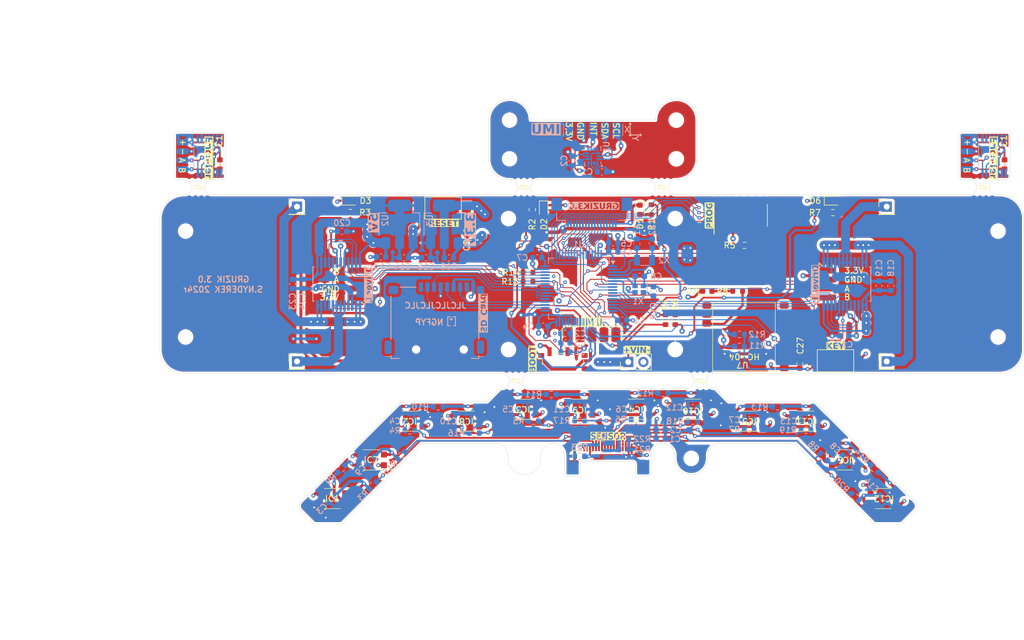
<source format=kicad_pcb>
(kicad_pcb (version 20240108) (generator "pcbnew") (generator_version "8.0")
  (layers (0 "F.Cu" signal) (1 "In1.Cu" signal) (2 "In2.Cu" signal) (31 "B.Cu" signal) (34 "B.Paste" user) (35 "F.Paste" user) (36 "B.SilkS" user "B.Silkscreen") (37 "F.SilkS" user "F.Silkscreen") (38 "B.Mask" user) (39 "F.Mask" user) (44 "Edge.Cuts" user))
  (net 0 "")
  (net 1 "GND")
  (net 2 "ENC_L_B")
  (net 3 "ENC_L_A")
  (net 4 "+3.3V")
  (net 13 "+3V3")
  (net 14 "VREF+")
  (net 15 "/HSE_IN")
  (net 16 "NRST")
  (net 17 "/HSE_OUT")
  (net 18 "/LSE_IN")
  (net 19 "/LSE_OUT")
  (net 20 "VDC")
  (net 21 "+5V")
  (net 22 "Net-(D1-A)")
  (net 23 "Net-(D2-A)")
  (net 24 "Net-(D3-A)")
  (net 25 "Net-(D6-A)")
  (net 26 "Net-(D7-A)")
  (net 27 "ENC_R_B")
  (net 28 "ENC_R_A")
  (net 29 "I2C3_SCL")
  (net 30 "I2C3_SDA")
  (net 31 "I2C3_IMU_INT")
  (net 32 "SPI2_MOSI")
  (net 34 "SPI2_MISO")
  (net 35 "SPI2_CS")
  (net 36 "SPI2_CLK")
  (net 38 "Net-(Key_Button1-A)")
  (net 39 "Net-(P1-Pin_1)")
  (net 40 "Net-(P2-Pin_1)")
  (net 41 "Net-(P3-Pin_1)")
  (net 42 "Net-(P4-Pin_1)")
  (net 48 "SYS_JTCK_SWCLK")
  (net 49 "Net-(PROG2-Pin_11)")
  (net 51 "SYS_JTMS_SWDIO")
  (net 52 "SYS_JTDO_SWO")
  (net 53 "LED_1")
  (net 54 "LED_2")
  (net 55 "LED_3")
  (net 56 "ADC_IN2")
  (net 57 "LED_4")
  (net 58 "Net-(U7-LED)")
  (net 59 "Net-(U7-KEY)")
  (net 60 "LED_ON")
  (net 61 "SENSOR11")
  (net 62 "SENSOR4")
  (net 63 "SENSOR1")
  (net 64 "SENSOR5")
  (net 65 "SENSOR8")
  (net 66 "SENSOR7")
  (net 67 "SENSOR2")
  (net 68 "SENSOR3")
  (net 69 "SENSOR9")
  (net 70 "SENSOR12")
  (net 71 "SENSOR10")
  (net 72 "SENSOR6")
  (net 73 "BOOT0")
  (net 74 "PWM_R")
  (net 75 "Motor_R_B")
  (net 76 "Motor_L_A")
  (net 78 "Motor_R_A")
  (net 79 "Motor_STBY")
  (net 81 "LPUART1_RX")
  (net 83 "LPUART1_TX")
  (net 85 "PWM_L")
  (net 86 "Motor_L_B")
  (net 92 "Net-(C3-Pad1)")
  (net 93 "Net-(C4-Pad1)")
  (net 94 "Net-(C5-Pad1)")
  (net 95 "Net-(C6-Pad1)")
  (net 96 "Net-(C7-Pad1)")
  (net 97 "Net-(C8-Pad1)")
  (net 98 "Net-(C9-Pad1)")
  (net 99 "Net-(C10-Pad1)")
  (net 100 "Net-(C11-Pad1)")
  (net 101 "Net-(C12-Pad1)")
  (net 102 "Net-(C13-Pad1)")
  (net 103 "Net-(C14-Pad1)")
  (net 104 "Net-(IC1-Pad4)")
  (net 105 "Net-(IC3-Pad4)")
  (net 106 "Net-(IC5-Pad4)")
  (net 107 "Net-(IC8-Pad1)")
  (net 108 "Net-(IC10-Pad1)")
  (net 109 "Net-(IC12-Pad1)")
  (net 110 "Net-(Q1-D)")
  (net 111 "Net-(IC2-Pad4)")
  (net 112 "Net-(IC4-Pad4)")
  (net 113 "Net-(IC6-Pad4)")
  (net 114 "Net-(IC7-Pad1)")
  (net 115 "Net-(IC9-Pad1)")
  (net 116 "Net-(IC11-Pad1)")
  (net 117 "Line_4")
  (footprint "mouse-bite:mouse-bite-2.54mm-4.66mm" (layer "F.Cu") (at 171.11 95.6)
    (property "Reference" "mouse-bite-2.54mm-4.66mm" (hide yes))
    (property "Value" "VAL**" (hide yes))
    (fp_arc (start -2.33 -1.27) (mid -1.06 0) (end -2.33 1.27) (stroke (width 0.05)) (layer "Edge.Cuts"))
    (fp_arc (start 2.33 1.27) (mid 1.06 0) (end 2.33 -1.27) (stroke (width 0.05)) (layer "Edge.Cuts"))
  )
  (footprint "Sensor_Optical:KTIR0711S" (layer "F.Cu") (at 208.32 147.91 180)
    (property "Reference" "IC12")
    (property "Value" "~")
  )
  (footprint "Capacitor_SMD:C_0603_1608Metric" (layer "F.Cu") (at 228.66 91.78 -90)
    (property "Reference" "C1")
    (property "Value" "100n")
  )
  (footprint "mouse-bite:mouse-bite-2.54mm-4.66mm" (layer "F.Cu") (at 225.06 95.6)
    (property "Reference" "mouse-bite-2.54mm-4.66mm" (hide yes))
    (property "Value" "VAL**" (hide yes))
    (fp_arc (start -2.33 -1.27) (mid -1.06 0) (end -2.33 1.27) (stroke (width 0.05)) (layer "Edge.Cuts"))
    (fp_arc (start 2.33 1.27) (mid 1.06 0) (end 2.33 -1.27) (stroke (width 0.05)) (layer "Edge.Cuts"))
  )
  (footprint "Libraries_SN:Encoder_short_conn" (layer "F.Cu") (at 197.38 112.12 -90)
    (property "Reference" "Encoder_L2" (hide yes))
    (property "Value" "Conn_01x04" (hide yes))
  )
  (footprint "Resistor_SMD:R_0603_1608Metric" (layer "F.Cu") (at 173.38 117.87 90)
    (property "Reference" "R6")
    (property "Value" "200K")
  )
  (footprint "Sensor_Optical:KTIR0711S" (layer "F.Cu") (at 176.32 132.91 180)
    (property "Reference" "IC10")
    (property "Value" "~")
  )
  (footprint "mouse-bite:mouse-bite-2.54mm-4.66mm" (layer "F.Cu") (at 93.33 95.6)
    (property "Reference" "mouse-bite-2.54mm-4.66mm" (hide yes))
    (property "Value" "VAL**" (hide yes))
    (fp_arc (start -2.33 -1.27) (mid -1.06 0) (end -2.33 1.27) (stroke (width 0.05)) (layer "Edge.Cuts"))
    (fp_arc (start 2.33 1.27) (mid 1.06 0) (end 2.33 -1.27) (stroke (width 0.05)) (layer "Edge.Cuts"))
  )
  (footprint "Connector_PinHeader_2.54mm:PinHeader_1x01_P2.54mm_Vertical" (layer "F.Cu") (at 208.88 124.87)
    (property "Reference" "P2" (hide yes))
    (property "Value" "Conn_01x01")
  )
  (footprint "Button_Switch_SMD:SW_SPST_CK_RS282G05A3" (layer "F.Cu") (at 134.405 99.095)
    (property "Reference" "RESET")
    (property "Value" "SW_SPST")
  )
  (footprint "mouse-bite:mouse-bite-2.54mm-4.66mm" (layer "F.Cu") (at 177.6 128.14)
    (property "Reference" "mouse-bite-2.54mm-4.66mm" (hide yes))
    (property "Value" "VAL**" (hide yes))
    (fp_arc (start -2.33 -1.27) (mid -1.06 0) (end -2.33 1.27) (stroke (width 0.05)) (layer "Edge.Cuts"))
    (fp_arc (start 2.33 1.27) (mid 1.06 0) (end 2.33 -1.27) (stroke (width 0.05)) (layer "Edge.Cuts"))
  )
  (footprint "Sensor_Optical:KTIR0711S" (layer "F.Cu") (at 157.32 132.91 180)
    (property "Reference" "IC9")
    (property "Value" "~")
  )
  (footprint "Capacitor_SMD:C_0603_1608Metric" (layer "F.Cu") (at 194.29 125.22 -90)
    (property "Reference" "C27")
    (property "Value" "1u")
  )
  (footprint "Sensor_Optical:KTIR0711S" (layer "F.Cu") (at 166.82 132.91 180)
    (property "Reference" "IC4")
    (property "Value" "~")
  )
  (footprint "MountingHole:MountingHole_2.1mm" (layer "F.Cu") (at 173.38 100.87)
    (property "Reference" "REF**" (hide yes))
    (property "Value" "MountingHole_2.1mm" (hide yes))
  )
  (footprint "Connector_PinHeader_2.54mm:PinHeader_1x01_P2.54mm_Vertical" (layer "F.Cu") (at 109.88 124.87)
    (property "Reference" "P3" (hide yes))
    (property "Value" "Conn_01x01")
  )
  (footprint "MountingHole:MountingHole_2.1mm" (layer "F.Cu") (at 91.18 102.97)
    (property "Reference" "REF**" (hide yes))
    (property "Value" "MountingHole_2.1mm" (hide yes))
  )
  (footprint "LED_SMD:LED_0603_1608Metric" (layer "F.Cu") (at 199.88 97.87)
    (property "Reference" "D6")
    (property "Value" "BLUE")
  )
  (footprint "Button_Switch_SMD:SW_SPST_CK_RS282G05A3" (layer "F.Cu") (at 200.28 124.76)
    (property "Reference" "KEY")
    (property "Value" "SW_SPST")
  )
  (footprint "Connector_PinHeader_2.54mm:PinHeader_1x01_P2.54mm_Vertical" (layer "F.Cu") (at 208.88 98.87)
    (property "Reference" "P1" (hide yes))
    (property "Value" "Conn_01x01")
  )
  (footprint "Resistor_SMD:R_0603_1608Metric" (layer "F.Cu") (at 169.38 99.37 90)
    (property "Reference" "R1")
    (property "Value" "510R")
  )
  (footprint "Sensor_Optical:KTIR0711S" (layer "F.Cu") (at 138.32 134.91 180)
    (property "Reference" "IC8")
    (property "Value" "~")
  )
  (footprint "LED_SMD:LED_0603_1608Metric" (layer "F.Cu") (at 167.45 99.3975 -90)
    (property "Reference" "D1")
    (property "Value" "BLUE")
  )
  (footprint "HC-04:HC-04" (layer "F.Cu") (at 191.67 132.97 90)
    (property "Reference" "U7")
    (property "Value" "~")
  )
  (footprint "Resistor_SMD:R_0603_1608Metric" (layer "F.Cu") (at 148.655 111.47)
    (property "Reference" "R13")
    (property "Value" "10K")
  )
  (footprint "MountingHole:MountingHole_2.1mm" (layer "F.Cu") (at 227.58 120.77)
    (property "Reference" "REF**" (hide yes))
    (property "Value" "MountingHole_2.1mm" (hide yes))
  )
  (footprint "mouse-bite:mouse-bite-2.54mm-4.66mm" (layer "F.Cu") (at 148.02 95.6)
    (property "Reference" "mouse-bite-2.54mm-4.66mm" (hide yes))
    (property "Value" "VAL**" (hide yes))
    (fp_arc (start -2.33 -1.27) (mid -1.06 0) (end -2.33 1.27) (stroke (width 0.05)) (layer "Edge.Cuts"))
    (fp_arc (start 2.33 1.27) (mid 1.06 0) (end 2.33 -1.27) (stroke (width 0.05)) (layer "Edge.Cuts"))
  )
  (footprint "Capacitor_SMD:C_0603_1608Metric" (layer "F.Cu") (at 138.38 102.87 90)
    (property "Reference" "C9")
    (property "Value" "100n")
  )
  (footprint "Sensor_Optical:KTIR0711S" (layer "F.Cu") (at 147.82 132.91 180)
    (property "Reference" "IC3")
    (property "Value" "~")
  )
  (footprint "Connector_PinHeader_2.54mm:PinHeader_1x01_P2.54mm_Vertical" (layer "F.Cu") (at 109.88 98.87)
    (property "Reference" "P4" (hide yes))
    (property "Value" "Conn_01x01")
  )
  (footprint "LED_SMD:LED_0603_1608Metric" (layer "F.Cu") (at 118.88 97.87)
    (property "Reference" "D3")
    (property "Value" "BLUE")
  )
  (footprint "Resistor_SMD:R_0603_1608Metric" (layer "F.Cu") (at 171.75 117.865 -90)
    (property "Reference" "R4")
    (property "Value" "330K")
  )
  (footprint "Connector_PinHeader_2.54mm:PinHeader_1x02_P2.54mm_Vertical" (layer "F.Cu") (at 165.49 124.96 90)
    (property "Reference" "+VIN-")
    (property "Value" "+VIN-" (hide yes))
  )
  (footprint "MountingHole:MountingHole_2.1mm" (layer "F.Cu") (at 227.58 102.97)
    (property "Reference" "REF**" (hide yes))
    (property "Value" "MountingHole_2.1mm" (hide yes))
  )
  (footprint "Sensor_Optical:KTIR0711S" (layer "F.Cu") (at 185.82 134.91 180)
    (property "Reference" "IC5")
    (property "Value" "~")
  )
  (footprint "Libraries_SN:IMU_conn" (layer "F.Cu") (at 157.905 120.395)
    (property "Reference" "IMU")
    (property "Value" "Conn_01x05")
  )
  (footprint "Resistor_SMD:R_0603_1608Metric" (layer "F.Cu") (at 185 105.37)
    (property "Reference" "R5")
    (property "Value" "100R")
  )
  (footprint "MountingHole:MountingHole_2.1mm" (layer "F.Cu") (at 145.38 122.87)
    (property "Reference" "REF**" (hide yes))
    (property "Value" "MountingHole_2.1mm" (hide yes))
  )
  (footprint "Capacitor_SMD:C_0603_1608Metric" (layer "F.Cu") (at 96.93 91.78 -90)
    (property "Reference" "C1")
    (property "Value" "100n")
  )
  (footprint "MountingHole:MountingHole_2.1mm" (layer "F.Cu") (at 145.38 100.87)
    (property "Reference" "REF**" (hide yes))
    (property "Value" "MountingHole_2.1mm" (hide yes))
  )
  (footprint "mouse-bite:mouse-bite-2.54mm-4.66mm" (layer "F.Cu") (at 146.61 128.14)
    (property "Reference" "mouse-bite-2.54mm-4.66mm" (hide yes))
    (property "Value" "VAL**" (hide yes))
    (fp_arc (start -2.33 -1.27) (mid -1.06 0) (end -2.33 1.27) (stroke (width 0.05)) (layer "Edge.Cuts"))
    (fp_arc (start 2.33 1.27) (mid 1.06 0) (end 2.33 -1.27) (stroke (width 0.05)) (layer "Edge.Cuts"))
  )
  (footprint "Sensor_Optical:KTIR0711S" (layer "F.Cu") (at 128.82 134.91 180)
    (property "Reference" "IC2")
    (property "Value" "~")
  )
  (footprint "Resistor_SMD:R_0603_1608Metric" (layer "F.Cu") (at 118.83 99.845 180)
    (property "Reference" "R3")
    (property "Value" "510R")
  )
  (footprint "Button_Switch_SMD:SW_SPDT_PCM12" (layer "F.Cu") (at 154.53 124.65)
    (property "Reference" "BOOT")
    (property "Value" "SW_DPDT_x2")
  )
  (footprint "Resistor_SMD:R_0603_1608Metric" (layer "F.Cu") (at 149.38 99.37 90)
    (property "Reference" "R2")
    (property "Value" "510R")
  )
  (footprint "LED_SMD:LED_0603_1608Metric" (layer "F.Cu") (at 178.75 113.05)
    (property "Reference" "D7")
    (property "Value" "Green")
  )
  (footprint "Connector_FFC-FPC:Hirose_FH12-17S-0.5SH_1x17-1MP_P0.50mm_Horizontal" (layer "F.Cu") (at 162.07 141.16)
    (property "Reference" "SENSOR")
    (property "Value" "Conn_01x17")
  )
  (footprint "Resistor_SMD:R_0603_1608Metric" (layer "F.Cu") (at 148.655 109.92)
    (property "Reference" "R14")
    (property "Value" "10K")
  )
  (footprint "Resistor_SMD:R_0603_1608Metric" (layer "F.Cu") (at 183.855 113.045 180)
    (property "Reference" "R8")
    (property "Value" "510")
  )
  (footprint "MountingHole:MountingHole_2.1mm" (layer "F.Cu") (at 91.18 120.77)
    (property "Reference" "REF**" (hide yes))
    (property "Value" "MountingHole_2.1mm" (hide yes))
  )
  (footprint "Sensor_Optical:KTIR0711S" (layer "F.Cu") (at 201.82 141.41 180)
    (property "Reference" "IC6")
    (property "Value" "~")
  )
  (footprint "Sensor_Optical:KTIR0711S" (layer "F.Cu") (at 122.32 141.41)
    (property "Reference" "IC7")
    (property "Value" "~")
  )
  (footprint "Resistor_SMD:R_0603_1608Metric" (layer "F.Cu") (at 199.83 99.87 180)
    (property "Reference" "R7")
    (property "Value" "510R")
  )
  (footprint "MountingHole:MountingHole_2.1mm" (layer "F.Cu") (at 173.38 122.87)
    (property "Reference" "REF**" (hide yes))
    (property "Value" "MountingHole_2.1mm" (hide yes))
  )
  (footprint "Sensor_Optical:KTIR0711S" (layer "F.Cu") (at 115.82 147.91)
    (property "Reference" "IC1")
    (property "Value" "~")
  )
  (footprint "Sensor_Optical:KTIR0711S" (layer "F.Cu") (at 195.32 134.91 180)
    (property "Reference" "IC11")
    (property "Value" "~")
  )
  (footprint "Libraries_SN:Encoder_short_conn" (layer "F.Cu") (at 121.38 111.62 90)
    (property "Reference" "Encoder_L1" (hide yes))
    (property "Value" "Conn_01x04" (hide yes))
  )
  (footprint "Connector_PinHeader_1.27mm:PinHeader_2x07_P1.27mm_Vertical_SMD" (layer "F.Cu") (at 184.34 100.32 90)
    (property "Reference" "PROG")
    (property "Value" "Conn_02x07_Odd_Even")
  )
  (footprint "LED_SMD:LED_0603_1608Metric" (layer "F.Cu") (at 151.3 99.3975 -90)
    (property "Reference" "D2")
    (property "Value" "BLUE")
  )
  (footprint "Crystal:Crystal_SMD_2016-4Pin_2.0x1.6mm" (layer "B.Cu") (at 167.33 112.72 180)
    (property "Reference" "X1")
    (property "Value" "24Mhz")
  )
  (footprint "Resistor_SMD:R_0603_1608Metric" (layer "B.Cu") (at 152.57 130.41)
    (property "Reference" "R11")
    (property "Value" "39")
  )
  (footprint "Capacitor_SMD:C_0603_1608Metric" (layer "B.Cu") (at 161.082 93.03)
    (property "Reference" "C1")
    (property "Value" "100n")
  )
  (footprint "Capacitor_SMD:C_0603_1608Metric" (layer "B.Cu") (at 202.02 141.21 -45)
    (property "Reference" "C8")
    (property "Value" "10n")
  )
  (footprint "Capacitor_SMD:C_0603_1608Metric" (layer "B.Cu") (at 167.405 110.57 180)
    (property "Reference" "C8")
    (property "Value" "6p8")
  )
  (footprint "Connector_FFC-FPC:Hirose_FH12-17S-0.5SH_1x17-1MP_P0.50mm_Horizontal" (layer "B.Cu") (at 159.38 99.87)
    (property "Reference" "GRUZIK3.0")
    (property "Value" "Conn_01x17")
  )
  (footprint "Capacitor_SMD:C_0603_1608Metric" (layer "B.Cu") (at 128.82 134.91)
    (property "Reference" "C4")
    (property "Value" "10n")
  )
  (footprint "MountingHole:MountingHole_2.1mm" (layer "B.Cu") (at 145.557 90.83)
    (property "Reference" "REF**" (hide yes))
    (property "Value" "MountingHole_2.1mm" (hide yes))
  )
  (footprint "Package_SO:SSOP-24_5.3x8.2mm_P0.65mm" (layer "B.Cu") (at 116.88 111.87 90)
    (property "Reference" "Driver L")
    (property "Value" "TB6612FNG")
  )
  (footprint "Capacitor_SMD:C_0603_1608Metric" (layer "B.Cu") (at 110.83 111.845 -90)
    (property "Reference" "C24")
    (property "Value" "10u")
  )
  (footprint "Capacitor_SMD:C_0603_1608Metric" (layer "B.Cu") (at 166.82 132.91 180)
    (property "Reference" "C6")
    (property "Value" "10n")
  )
  (footprint "Capacitor_SMD:C_0603_1608Metric" (layer "B.Cu") (at 122.32 141.41 -135)
    (property "Reference" "C9")
    (property "Value" "10n")
  )
  (footprint "Libraries_SN:IMU_conn" (layer "B.Cu") (at 158.082 85.98)
    (property "Reference" "IMU_Conn1" (hide yes))
    (property "Value" "Conn_01x05" (hide yes))
  )
  (footprint "Resistor_SMD:R_0603_1608Metric" (layer "B.Cu") (at 157.32 140.81)
    (property "Reference" "R23")
    (property "Value" "47K")
  )
  (footprint "Resistor_SMD:R_0603_1608Metric" (layer "B.Cu") (at 184.155 120.345 180)
    (property "Reference" "R12")
    (property "Value" "10K")
  )
  (footprint "Crystal:Crystal_SMD_3215-2Pin_3.2x1.5mm" (layer "B.Cu") (at 168.23 107.87)
    (property "Reference" "X2")
    (property "Value" "32.768KHz")
  )
  (footprint "Resistor_SMD:R_0603_1608Metric" (layer "B.Cu") (at 190.57 132.485)
    (property "Reference" "R13")
    (property "Value" "39")
  )
  (footprint "Package_SO:TSSOP-14_4.4x5mm_P0.65mm" (layer "B.Cu") (at 226.91 90.33 90)
    (property "Reference" "Encoder_L1" (hide yes))
    (property "Value" "AS5047D" (hide yes))
  )
  (footprint "Capacitor_SMD:C_0603_1608Metric" (layer "B.Cu") (at 185.82 134.66 180)
    (property "Reference" "C7")
    (property "Value" "10n")
  )
  (footprint "Resistor_SMD:R_0603_1608Metric" (layer "B.Cu") (at 206.82 142.91 -45)
    (property "Reference" "R14")
    (property "Value" "39")
  )
  (footprint "Resistor_SMD:R_0603_1608Metric" (layer "B.Cu") (at 166.82 134.61 180)
    (property "Reference" "R6")
    (property "Value" "220")
  )
  (footprint "Package_SO:SSOP-24_5.3x8.2mm_P0.65mm" (layer "B.Cu") (at 201.88 111.87 -90)
    (property "Reference" "Driver R")
    (property "Value" "TB6612FNG")
  )
  (footprint "Libraries_SN:Encoder_short_conn" (layer "B.Cu") (at 221.41 90.08 90)
    (property "Reference" "Encoder_L2" (hide yes))
    (property "Value" "Conn_01x04" (hide yes))
  )
  (footprint "Package_TO_SOT_SMD:SOT-223-3_TabPin2" (layer "B.Cu") (at 134.605 101.845 90)
    (property "Reference" "U3")
    (property "Value" "AMS1117-3.3")
  )
  (footprint "MountingHole:MountingHole_2.1mm" (layer "B.Cu") (at 173.557 90.83)
    (property "Reference" "REF**" (hide yes))
    (property "Value" "MountingHole_2.1mm" (hide yes))
  )
  (footprint "Capacitor_SMD:C_0603_1608Metric" (layer "B.Cu") (at 151.205 118.945 180)
    (property "Reference" "C4")
    (property "Value" "4u7")
  )
  (footprint "Capacitor_SMD:C_0603_1608Metric" (layer "B.Cu") (at 166.93 105.07 -90)
    (property "Reference" "C11")
    (property "Value" "5p1")
  )
  (footprint "Capacitor_SMD:C_0603_1608Metric" (layer "B.Cu") (at 208.32 147.91 -45)
    (property "Reference" "C14")
    (property "Value" "10n")
  )
  (footprint "Resistor_SMD:R_0603_1608Metric" (layer "B.Cu") (at 164.745 137.91 180)
    (property "Reference" "R22")
    (property "Value" "47")
  )
  (footprint "Package_TO_SOT_SMD:SOT-223-3_TabPin2" (layer "B.Cu") (at 127.08 101.82 90)
    (property "Reference" "U2")
    (property "Value" "AMS1117-5.0")
  )
  (footprint "Capacitor_SMD:C_0603_1608Metric" (layer "B.Cu") (at 209.58 112.17 90)
    (property "Reference" "C18")
    (property "Value" "100n")
  )
  (footprint "Resistor_SMD:R_0603_1608Metric" (layer "B.Cu") (at 164.745 139.66 180)
    (property "Reference" "R21")
    (property "Value" "47")
  )
  (footprint "Resistor_SMD:R_0603_1608Metric" (layer "B.Cu") (at 127.411637 140.668363 45)
    (property "Reference" "R15")
    (property "Value" "220")
  )
  (footprint "Capacitor_SMD:C_0603_1608Metric" (layer "B.Cu") (at 154.955 120.17)
    (property "Reference" "C2")
    (property "Value" "100n")
  )
  (footprint "Libraries_SN:Encoder_short_conn" (layer "B.Cu") (at 89.68 90.08 90)
    (property "Reference" "Encoder_L2" (hide yes))
    (property "Value" "Conn_01x04" (hide yes))
  )
  (footprint "MountingHole:MountingHole_2.1mm" (layer "B.Cu") (at 145.557 84.33)
    (property "Reference" "REF**" (hide yes))
    (property "Value" "MountingHole_2.1mm" (hide yes))
  )
  (footprint "Capacitor_SMD:C_0603_1608Metric" (layer "B.Cu") (at 176.32 132.66 180)
    (property "Reference" "C12")
    (property "Value" "10n")
  )
  (footprint "Capacitor_SMD:C_0603_1608Metric" (layer "B.Cu") (at 154.955 121.745)
    (property "Reference" "C3")
    (property "Value" "1u")
  )
  (footprint "Capacitor_SMD:C_0603_1608Metric" (layer "B.Cu") (at 156.057 91.155 -90)
    (property "Reference" "C2")
    (property "Value" "100n")
  )
  (footprint "Inductor_SMD:L_0603_1608Metric" (layer "B.Cu") (at 154.9675 123.32)
    (property "Reference" "L1")
    (property "Value" "27n")
  )
  (footprint "Resistor_SMD:R_0603_1608Metric" (layer "B.Cu") (at 128.82 136.51)
    (property "Reference" "R4")
    (property "Value" "220")
  )
  (footprint "Capacitor_SMD:C_0603_1608Metric" (layer "B.Cu") (at 164.48 117.945)
    (property "Reference" "C1")
    (property "Value" "100n")
  )
  (footprint "Capacitor_SMD:C_0603_1608Metric" (layer "B.Cu") (at 117.455 103.02 180)
    (property "Reference" "C20")
    (property "Value" "100n")
  )
  (footprint "Capacitor_SMD:C_0603_1608Metric" (layer "B.Cu") (at 201.764 120.568)
    (property "Reference" "C17")
    (property "Value" "100n")
  )
  (footprint "Capacitor_SMD:C_0603_1608Metric" (layer "B.Cu") (at 195.345 134.91 180)
    (property "Reference" "C13")
    (property "Value" "10n")
  )
  (footprint "Capacitor_SMD:C_0603_1608Metric" (layer "B.Cu") (at 169.53 105.07 -90)
    (property "Reference" "C12")
    (property "Value" "5p1")
  )
  (footprint "MountingHole:MountingHole_2.1mm" (layer "B.Cu") (at 176.07 141.16 180)
    (property "Reference" "REF**" (hide yes))
    (property "Value" "MountingHole_2.1mm" (hide yes))
  )
  (footprint "Resistor_SMD:R_0603_1608Metric" (layer "B.Cu") (at 195.32 136.41 180)
    (property "Reference" "R19")
    (property "Value" "220")
  )
  (footprint "Resistor_SMD:R_0603_1608Metric" (layer "B.Cu") (at 176.32 134.91 180)
    (property "Reference" "R18")
    (property "Value" "220")
  )
  (footprint "Libraries_SN:micro_SD" (layer "B.Cu") (at 133.38 119.37)
    (property "Reference" "SD_Card")
    (property "Value" "Micro_SD_Card")
  )
  (footprint "Resistor_SMD:R_0603_1608Metric" (layer "B.Cu") (at 171.32 130.21)
    (property "Reference" "R12")
    (property "Value" "39")
  )
  (footprint "Resistor_SMD:R_0603_1608Metric" (layer "B.Cu") (at 198.32 140.91 135)
    (property "Reference" "R8")
    (property "Value" "220")
  )
  (footprint "Capacitor_SMD:C_0603_1608Metric" (layer "B.Cu") (at 150.205 107.445 180)
    (property "Reference" "C7")
    (property "Value" "100n")
  )
  (footprint "Resistor_SMD:R_0603_1608Metric" (layer "B.Cu") (at 117.32 142.91 45)
    (property "Reference" "R9")
    (property "Value" "39")
  )
  (footprint "NMOS_new:NMOS_SN" (layer "B.Cu") (at 160.82 139.91)
    (property "Reference" "Q1")
    (property "Value" "NMOS")
  )
  (footprint "Capacitor_SMD:C_0603_1608Metric" (layer "B.Cu") (at 170.92 136.31 180)
    (property "Reference" "C2")
    (property "Value" "1.0u")
  )
  (footprint "Capacitor_SMD:C_0603_1608Metric" (layer "B.Cu") (at 162.98 104.945)
    (property "Reference" "C5")
    (property "Value" "100n")
  )
  (footprint "Resistor_SMD:R_0603_1608Metric" (layer "B.Cu") (at 149.57 134.91)
    (property "Reference" "R5")
    (property "Value" "220")
  )
  (footprint "MountingHole:MountingHole_2.1mm" (layer "B.Cu") (at 148.07 141.16 180)
    (property "Reference" "REF**" (hide yes))
    (property "Value" "MountingHole_2.1mm" (hide yes))
  )
  (footprint "Package_LGA:LGA-14_3x2.5mm_P0.5mm_LayoutBorder3x4y" (layer "B.Cu") (at 159.557 90.3925 90)
    (property "Reference" "U1")
    (property "Value" "LSM6DS3" (hide yes))
  )
  (footprint "Capacitor_SMD:C_0603_1608Metric" (layer "B.Cu") (at 109.13 111.87 -90)
    (property "Reference" "C23")
    (property "Value" "100n")
  )
  (footprint "Capacitor_SMD:C_0603_1608Metric" (layer "B.Cu") (at 127.83 107.445)
    (property "Reference" "C14")
    (property "Value" "10u")
  )
  (footprint "Package_QFP:LQFP-64_10x10mm_P0.5mm" (layer "B.Cu") (at 157.205 112.62 180)
    (property "Reference" "U1")
    (property "Value" "STM32G474RETx")
  )
  (footprint "Package_SO:TSSOP-14_4.4x5mm_P0.65mm" (layer "B.Cu") (at 95.18 90.33 90)
    (property "Reference" "Encoder_L1" (hide yes))
    (property "Value" "AS5047D" (hide yes))
  )
  (footprint "Resistor_SMD:R_0603_1608Metric" (layer "B.Cu") (at 139.645 136.91)
    (property "Reference" "R16")
    (property "Value" "220")
  )
  (footprint "Capacitor_SMD:C_0603_1608Metric" (layer "B.Cu") (at 115.82 147.91 -135)
    (property "Reference" "C3")
    (property "Value" "10n")
  )
  (footprint "Capacitor_SMD:C_0603_1608Metric" (layer "B.Cu") (at 157.32 132.91)
    (property "Reference" "C11")
    (property "Value" "10n")
  )
  (footprint "Capacitor_SMD:C_0603_1608Metric" (layer "B.Cu") (at 162.98 106.445)
    (property "Reference" "C6")
    (property "Value" "100n")
  )
  (footprint "Capacitor_SMD:C_0603_1608Metric" (layer "B.Cu") (at 131.53 107.445 180)
    (property "Reference" "C15")
    (property "Value" "10u")
  )
  (footprint "Capacitor_SMD:C_0603_1608Metric" (layer "B.Cu") (at 124.005 107.32 180)
    (property "Reference" "C13")
    (property "Value" "10u")
  )
  (footprint "Capacitor_SMD:C_0603_1608Metric" (layer "B.Cu") (at 169.73 113.095 -90)
    (property "Reference" "C10")
    (property "Value" "6p8")
  )
  (footprint "Capacitor_SMD:C_0603_1608Metric" (layer "B.Cu") (at 147.82 132.91)
    (property "Reference" "C5")
    (property "Value" "10n")
  )
  (footprint "Resistor_SMD:R_0603_1608Metric" (layer "B.Cu") (at 184.155 122.345)
    (property "Reference" "R11")
    (property "Value" "220")
  )
  (footprint "Resistor_SMD:R_0603_1608Metric" (layer "B.Cu") (at 185.795 136.21 180)
    (property "Reference" "R7")
    (property "Value" "220")
  )
  (footprint "Capacitor_SMD:C_0603_1608Metric" (layer "B.Cu") (at 207.58 112.17 90)
    (property "Reference" "C19")
    (property "Value" "10u")
  )
  (footprint "Resistor_SMD:R_0603_1608Metric" (layer "B.Cu") (at 157.32 134.81)
    (property "Reference" "R17")
    (property "Value" "220")
  )
  (footprint "MountingHole:MountingHole_2.1mm" (layer "B.Cu") (at 173.557 84.33)
    (property "Reference" "REF**" (hide yes))
    (property "Value" "MountingHole_2.1mm" (hide yes))
  )
  (footprint "Capacitor_SMD:C_0603_1608Metric" (layer "B.Cu") (at 135.38 107.47)
    (property "Reference" "C16")
    (property "Value" "10u")
  )
  (footprint "Resistor_SMD:R_0603_1608Metric" (layer "B.Cu") (at 133.57 132.485)
    (property "Reference" "R10")
    (property "Value" "39")
  )
  (footprint "Capacitor_SMD:C_0603_1608Metric" (layer "B.Cu") (at 138.32 134.91)
    (property "Reference" "C10")
    (property "Value" "10n")
  )
  (footprint "Capacitor_SMD:C_0603_1608Metric" (layer "B.Cu") (at 170.945 137.885 180)
    (property "Reference" "C1")
    (property "Value" "0.1u")
  )
  (footprint "Resistor_SMD:R_0603_1608Metric" (layer "B.Cu") (at 122.62 145.71 45)
    (property "Reference" "R3")
    (property "Value" "220")
  )
  (footprint "Resistor_SMD:R_0603_1608Metric" (layer "B.Cu") (at 203.57 147.66 135)
    (property "Reference" "R20")
    (property "Value" "220")
  )
  (gr_line (start 145.72 133.81) (end 145.92 133.81) (stroke (width 0.2)) (layer "F.Cu") (net 94))
  (gr_line (start 122.58 109.37) (end 122.58 114.47) (stroke (width 0.15)) (layer "B.SilkS"))
  (gr_circle (center 228.7 91.83) (end 228.56 91.83) (stroke (width 0.1)) (fill none) (layer "B.SilkS"))
  (gr_line (start 167.677 86.83) (end 165.807 86.83) (stroke (width 0.17)) (layer "B.SilkS"))
  (gr_line (start 196.23 114.47) (end 196.23 109.37) (stroke (width 0.15)) (layer "B.SilkS"))
  (gr_line (start 149.982 84.805) (end 154.132 84.805) (stroke (width 0.1)) (layer "B.SilkS"))
  (gr_line (start 140.58 117.97) (end 140.58 117.17) (stroke (width 0.12)) (layer "B.SilkS"))
  (gr_line (start 135.18 117.37) (end 135.18 118.87) (stroke (width 0.16)) (layer "B.SilkS"))
  (gr_line (start 149.982 86.855) (end 149.982 84.805) (stroke (width 0.1)) (layer "B.SilkS"))
  (gr_line (start 135.78 117.77) (end 135.78 117.97) (stroke (width 0.16)) (layer "B.SilkS"))
  (gr_line (start 196.23 109.37) (end 197.53 109.37) (stroke (width 0.15)) (layer "B.SilkS"))
  (gr_line (start 156.18 99.37) (end 156.18 98.07) (stroke (width 0.1)) (layer "B.SilkS"))
  (gr_line (start 135.58 117.77) (end 135.98 117.77) (stroke (width 0.16)) (layer "B.SilkS"))
  (gr_line (start 136.48 118.87) (end 136.48 117.37) (stroke (width 0.16)) (layer "B.SilkS"))
  (gr_line (start 167.497 87.01) (end 167.677 86.83) (stroke (width 0.17)) (layer "B.SilkS"))
  (gr_circle (center 228.7 91.83) (end 228.75 91.83) (stroke (width 0.1)) (fill none) (layer "B.SilkS"))
  (gr_circle (center 96.97 91.83) (end 96.83 91.83) (stroke (width 0.1)) (fill none) (layer "B.SilkS"))
  (gr_line (start 154.132 86.855) (end 149.982 86.855) (stroke (width 0.1)) (layer "B.SilkS"))
  (gr_line (start 165.807 84.83) (end 165.807 86.83) (stroke (width 0.17)) (layer "B.SilkS"))
  (gr_line (start 154.132 84.805) (end 154.132 86.855) (stroke (width 0.1)) (layer "B.SilkS"))
  (gr_line (start 136.48 117.37) (end 136.08 117.37) (stroke (width 0.16)) (layer "B.SilkS"))
  (gr_line (start 165.987 85.01) (end 165.807 84.83) (stroke (width 0.17)) (layer "B.SilkS"))
  (gr_line (start 135.18 117.37) (end 135.58 117.37) (stroke (width 0.16)) (layer "B.SilkS"))
  (gr_line (start 141.88 113.87) (end 140.38 113.87) (stroke (width 0.1)) (layer "B.SilkS"))
  (gr_line (start 163.18 98.07) (end 163.18 99.37) (stroke (width 0.1)) (layer "B.SilkS"))
  (gr_line (start 135.78 117.57) (end 135.78 117.87) (stroke (width 0.16)) (layer "B.SilkS"))
  (gr_line (start 121.28 109.37) (end 122.58 109.37) (stroke (width 0.15)) (layer "B.SilkS"))
  (gr_circle (center 165.807 86.83) (end 165.937 86.7) (stroke (width 0.1)) (fill none) (layer "B.SilkS"))
  (gr_line (start 122.58 114.47) (end 121.28 114.47) (stroke (width 0.15)) (layer "B.SilkS"))
  (gr_line (start 163.18 99.37) (end 156.18 99.37) (stroke (width 0.1)) (layer "B.SilkS"))
  (gr_line (start 140.48 119.77) (end 141.88 119.77) (stroke (width 0.1)) (layer "B.SilkS"))
  (gr_line (start 135.18 118.87) (end 135.58 118.87) (stroke (width 0.16)) (layer "B.SilkS"))
  (gr_line (start 167.677 86.83) (end 167.487 86.64) (stroke (width 0.17)) (layer "B.SilkS"))
  (gr_line (start 136.18 118.87) (end 136.48 118.87) (stroke (width 0.16)) (layer "B.SilkS"))
  (gr_line (start 141.88 119.77) (end 141.88 113.87) (stroke (width 0.1)) (layer "B.SilkS"))
  (gr_circle (center 96.97 91.83) (end 97.02 91.83) (stroke (width 0.1)) (fill none) (layer "B.SilkS"))
  (gr_line (start 197.53 114.47) (end 196.23 114.47) (stroke (width 0.15)) (layer "B.SilkS"))
  (gr_line (start 165.807 84.83) (end 165.617 85.02) (stroke (width 0.17)) (layer "B.SilkS"))
  (gr_circle (center 165.807 86.83) (end 165.887 86.75) (stroke (width 0.1)) (fill none) (layer "B.SilkS"))
  (gr_line (start 156.18 98.07) (end 163.18 98.07) (stroke (width 0.1)) (layer "B.SilkS"))
  (gr_line (start 148.755 122.52) (end 148.755 126.37) (stroke (width 0.13)) (layer "F.SilkS"))
  (gr_line (start 90.28 88.08) (end 91.08 88.08) (stroke (width 0.16)) (layer "F.SilkS"))
  (gr_line (start 168.78 122.27) (end 164.98 122.27) (stroke (width 0.1)) (layer "F.SilkS"))
  (gr_line (start 179.9 98.27) (end 179.58 98.27) (stroke (width 0.15)) (layer "F.SilkS"))
  (gr_line (start 179.9 98.27) (end 179.9 103.47) (stroke (width 0.15)) (layer "F.SilkS"))
  (gr_line (start 157.93 118.92) (end 157.93 117.495) (stroke (width 0.1)) (layer "F.SilkS"))
  (gr_line (start 94.38 87.13) (end 95.74 87.13) (stroke (width 0.1)) (layer "F.SilkS"))
  (gr_line (start 163.98 118.97) (end 155.08 118.97) (stroke (width 0.16)) (layer "F.SilkS"))
  (gr_line (start 164.98 122.27) (end 164.98 123.57) (stroke (width 0.1)) (layer "F.SilkS"))
  (gr_line (start 179.9 98.27) (end 179.9 98.27) (stroke (width 0.15)) (layer "F.SilkS"))
  (gr_line (start 164.405 119.395) (end 163.98 118.97) (stroke (width 0.16)) (layer "F.SilkS"))
  (gr_line (start 201.58 122.87) (end 201.58 121.57) (stroke (width 0.13)) (layer "F.SilkS"))
  (gr_line (start 227.47 93.43) (end 226.11 93.43) (stroke (width 0.1)) (layer "F.SilkS"))
  (gr_line (start 222.41 89.23) (end 222.41 90.03) (stroke (width 0.16)) (layer "F.SilkS"))
  (gr_line (start 201.58 121.57) (end 198.98 121.57) (stroke (width 0.13)) (layer "F.SilkS"))
  (gr_line (start 227.47 87.13) (end 227.47 93.43) (stroke (width 0.1)) (layer "F.SilkS"))
  (gr_line (start 226.11 93.43) (end 226.11 87.13) (stroke (width 0.1)) (layer "F.SilkS"))
  (gr_line (start 90.68 89.23) (end 90.68 90.03) (stroke (width 0.16)) (layer "F.SilkS"))
  (gr_line (start 150.03 122.52) (end 148.755 122.52) (stroke (width 0.13)) (layer "F.SilkS"))
  (gr_line (start 150.055 126.37) (end 150.055 122.52) (stroke (width 0.13)) (layer "F.SilkS"))
  (gr_line (start 161.005 117.495) (end 161.005 118.945) (stroke (width 0.1)) (layer "F.SilkS"))
  (gr_line (start 226.11 87.13) (end 227.47 87.13) (stroke (width 0.1)) (layer "F.SilkS"))
  (gr_line (start 222.01 88.08) (end 222.81 88.08) (stroke (width 0.16)) (layer "F.SilkS"))
  (gr_line (start 179.78 102.37) (end 179.78 98.27) (stroke (width 0.15)) (layer "F.SilkS"))
  (gr_line (start 154.405 119.395) (end 154.83 118.97) (stroke (width 0.16)) (layer "F.SilkS"))
  (gr_line (start 154.83 118.97) (end 155.08 118.97) (stroke (width 0.16)) (layer "F.SilkS"))
  (gr_line (start 179.9 103.41) (end 179.9 98.27) (stroke (width 0.1)) (layer "F.SilkS"))
  (gr_line (start 179.78 98.27) (end 178.38 98.27) (stroke (width 0.15)) (layer "F.SilkS"))
  (gr_line (start 90.68 87.73) (end 90.68 88.43) (stroke (width 0.16)) (layer "F.SilkS"))
  (gr_line (start 150.055 122.52) (end 150.005 122.52) (stroke (width 0.1)) (layer "F.SilkS"))
  (gr_line (start 168.78 123.57) (end 168.78 122.27) (stroke (width 0.1)) (layer "F.SilkS"))
  (gr_line (start 94.38 93.43) (end 94.38 87.13) (stroke (width 0.1)) (layer "F.SilkS"))
  (gr_line (start 157.93 117.495) (end 161.005 117.495) (stroke (width 0.1)) (layer "F.SilkS"))
  (gr_line (start 95.74 87.13) (end 95.74 93.43) (stroke (width 0.1)) (layer "F.SilkS"))
  (gr_line (start 178.38 98.27) (end 178.38 102.37) (stroke (width 0.15)) (layer "F.SilkS"))
  (gr_line (start 198.98 121.57) (end 198.98 122.87) (stroke (width 0.13)) (layer "F.SilkS"))
  (gr_line (start 148.755 126.37) (end 150.055 126.37) (stroke (width 0.13)) (layer "F.SilkS"))
  (gr_line (start 164.98 123.57) (end 168.78 123.57) (stroke (width 0.1)) (layer "F.SilkS"))
  (gr_line (start 95.74 93.43) (end 94.38 93.43) (stroke (width 0.1)) (layer "F.SilkS"))
  (gr_line (start 178.38 102.37) (end 179.78 102.37) (stroke (width 0.15)) (layer "F.SilkS"))
  (gr_line (start 222.41 87.73) (end 222.41 88.43) (stroke (width 0.16)) (layer "F.SilkS"))
  (gr_line (start 145.557 94.33) (end 145.69 94.33) (stroke (width 0.05)) (layer "Edge.Cuts"))
  (gr_arc (start 231.88 122.87) (mid 230.708427 125.698427) (end 227.88 126.87) (stroke (width 0.05)) (layer "Edge.Cuts"))
  (gr_line (start 156.82 144.16) (end 156.966447 144.16) (stroke (width 0.05)) (layer "Edge.Cuts"))
  (gr_arc (start 227.88 96.87) (mid 230.708427 98.041573) (end 231.88 100.87) (stroke (width 0.05)) (layer "Edge.Cuts"))
  (gr_line (start 222.73 94.33) (end 221.51 94.33) (stroke (width 0.05)) (layer "Edge.Cuts"))
  (gr_line (start 229.616447 91.83) (end 229.616447 93.83) (stroke (width 0.05)) (layer "Edge.Cuts"))
  (gr_arc (start 155.32 144.16) (mid 154.966447 144.013553) (end 154.82 143.66) (stroke (width 0.05)) (layer "Edge.Cuts"))
  (gr_line (start 97.886447 86.83) (end 97.886447 88.83) (stroke (width 0.05)) (layer "Edge.Cuts"))
  (gr_line (start 150.82 141.16) (end 150.82 140.66) (stroke (width 0.05)) (layer "Edge.Cuts"))
  (gr_line (start 221.01 93.83) (end 221.01 86.83) (stroke (width 0.05)) (layer "Edge.Cuts"))
  (gr_line (start 91.93 86.33) (end 97.18 86.33) (stroke (width 0.05)) (layer "Edge.Cuts"))
  (gr_line (start 149.057 84.33) (end 170.057 84.33) (stroke (width 0.05)) (layer "Edge.Cuts"))
  (gr_arc (start 213.57 148.41) (mid 213.88066 149.16) (end 213.57 149.91) (stroke (width 0.05)) (layer "Edge.Cuts"))
  (gr_arc (start 97.886447 93.83) (mid 97.740003 94.18357) (end 97.386447 94.33) (stroke (width 0.05)) (layer "Edge.Cuts"))
  (gr_line (start 228.91 94.33) (end 227.39 94.33) (stroke (width 0.05)) (layer "Edge.Cuts"))
  (gr_line (start 97.886447 88.83) (end 97.886447 91.83) (stroke (width 0.05)) (layer "Edge.Cuts"))
  (gr_line (start 222.91 86.33) (end 222.06 86.33) (stroke (width 0.05)) (layer "Edge.Cuts"))
  (gr_line (start 168.78 94.33) (end 150.35 94.33) (stroke (width 0.05)) (layer "Edge.Cuts"))
  (gr_arc (start 86.88 100.87) (mid 88.051573 98.041573) (end 90.88 96.87) (stroke (width 0.05)) (layer "Edge.Cuts"))
  (gr_line (start 182.32 138.66) (end 193.32 138.66) (stroke (width 0.05)) (layer "Edge.Cuts"))
  (gr_line (start 193.32 138.66) (end 206.82 152.16) (stroke (width 0.05)) (layer "Edge.Cuts"))
  (gr_arc (start 150.82 141.16) (mid 148.07 143.91) (end 145.32 141.16) (stroke (width 0.05)) (layer "Edge.Cuts"))
  (gr_arc (start 169.32 143.66) (mid 169.173553 144.013553) (end 168.82 144.16) (stroke (width 0.05)) (layer "Edge.Cuts"))
  (gr_line (start 206.82 152.16) (end 211.32 152.16) (stroke (width 0.05)) (layer "Edge.Cuts"))
  (gr_line (start 89.95 86.33) (end 89.78 86.33) (stroke (width 0.05)) (layer "Edge.Cuts"))
  (gr_arc (start 89.78 94.33) (mid 89.426447 94.183553) (end 89.28 93.83) (stroke (width 0.05)) (layer "Edge.Cuts"))
  (gr_arc (start 143.32 138.66) (mid 144.734214 139.245786) (end 145.32 140.66) (stroke (width 0.05)) (layer "Edge.Cuts"))
  (gr_arc (start 90.88 126.87) (mid 88.051573 125.698427) (end 86.88 122.87) (stroke (width 0.05)) (layer "Edge.Cuts"))
  (gr_line (start 166.673553 143.66) (end 166.673553 142.16) (stroke (width 0.05)) (layer "Edge.Cuts"))
  (gr_line (start 196.82 131.66) (end 213.57 148.41) (stroke (width 0.05)) (layer "Edge.Cuts"))
  (gr_line (start 142.057 90.83) (end 142.057 84.33) (stroke (width 0.05)) (layer "Edge.Cuts"))
  (gr_line (start 86.88 122.87) (end 86.88 100.87) (stroke (width 0.05)) (layer "Edge.Cuts"))
  (gr_line (start 229.616447 88.83) (end 229.616447 91.83) (stroke (width 0.05)) (layer "Edge.Cuts"))
  (gr_line (start 179.93 129.41) (end 180.07 129.41) (stroke (width 0.05)) (layer "Edge.Cuts"))
  (gr_line (start 150.35 96.87) (end 168.78 96.87) (stroke (width 0.05)) (layer "Edge.Cuts"))
  (gr_line (start 221.68 86.33) (end 221.51 86.33) (stroke (width 0.05)) (layer "Edge.Cuts"))
  (gr_line (start 97.886447 91.83) (end 97.886447 93.83) (stroke (width 0.05)) (layer "Edge.Cuts"))
  (gr_arc (start 89.28 86.83) (mid 89.426447 86.476447) (end 89.78 86.33) (stroke (width 0.05)) (layer "Edge.Cuts"))
  (gr_line (start 229.616447 86.83) (end 229.616447 88.83) (stroke (width 0.05)) (layer "Edge.Cuts"))
  (gr_arc (start 171.32 138.66) (mid 172.734214 139.245786) (end 173.32 140.66) (stroke (width 0.05)) (layer "Edge.Cuts"))
  (gr_line (start 175.27 129.41) (end 148.94 129.41) (stroke (width 0.05)) (layer "Edge.Cuts"))
  (gr_line (start 156.82 144.16) (end 155.32 144.16) (stroke (width 0.05)) (layer "Edge.Cuts"))
  (gr_line (start 196.82 131.66) (end 182.32 131.66) (stroke (width 0.05)) (layer "Edge.Cuts"))
  (gr_line (start 169.32 140.66) (end 169.32 143.66) (stroke (width 0.05)) (layer "Edge.Cuts"))
  (gr_arc (start 110.57 149.91) (mid 110.25934 149.16) (end 110.57 148.41) (stroke (width 0.05)) (layer "Edge.Cuts"))
  (gr_line (start 223.66 86.33) (end 228.91 86.33) (stroke (width 0.05)) (layer "Edge.Cuts"))
  (gr_line (start 91 94.33) (end 89.78 94.33) (stroke (width 0.05)) (layer "Edge.Cuts"))
  (gr_arc (start 167.173553 144.16) (mid 166.819995 144.013543) (end 166.673553 143.66) (stroke (width 0.05)) (layer "Edge.Cuts"))
  (gr_line (start 179.93 126.87) (end 227.88 126.87) (stroke (width 0.05)) (layer "Edge.Cuts"))
  (gr_line (start 173.44 94.33) (end 173.557 94.33) (stroke (width 0.05)) (layer "Edge.Cuts"))
  (gr_line (start 227.88 96.87) (end 227.39 96.87) (stroke (width 0.05)) (layer "Edge.Cuts"))
  (gr_arc (start 169.32 140.66) (mid 169.905786 139.245786) (end 171.32 138.66) (stroke (width 0.05)) (layer "Edge.Cuts"))
  (gr_line (start 154.82 140.66) (end 154.82 143.66) (stroke (width 0.05)) (layer "Edge.Cuts"))
  (gr_line (start 127.32 131.66) (end 110.57 148.41) (stroke (width 0.05)) (layer "Edge.Cuts"))
  (gr_arc (start 221.01 86.83) (mid 221.156447 86.476447) (end 221.51 86.33) (stroke (width 0.05)) (layer "Edge.Cuts"))
  (gr_arc (start 170.057 84.33) (mid 173.557 80.83) (end 177.057 84.33) (stroke (width 0.05)) (layer "Edge.Cuts"))
  (gr_line (start 157.966447 141.66) (end 166.173553 141.66) (stroke (width 0.05)) (layer "Edge.Cuts"))
  (gr_line (start 90.33 86.33) (end 89.95 86.33) (stroke (width 0.05)) (layer "Edge.Cuts"))
  (gr_line (start 117.32 152.16) (end 112.82 152.16) (stroke (width 0.05)) (layer "Edge.Cuts"))
  (gr_line (start 178.82 140.66) (end 178.82 141.16) (stroke (width 0.05)) (layer "Edge.Cuts"))
  (gr_line (start 222.96 86.33) (end 222.91 86.33) (stroke (width 0.05)) (layer "Edge.Cuts"))
  (gr_line (start 229.116447 86.33) (end 228.91 86.33) (stroke (width 0.05)) (layer "Edge.Cuts"))
  (gr_arc (start 142.057 84.33) (mid 145.557 80.83) (end 149.057 84.33) (stroke (width 0.05)) (layer "Edge.Cuts"))
  (gr_line (start 157.466447 142.163553) (end 157.466447 143.66) (stroke (width 0.05)) (layer "Edge.Cuts"))
  (gr_arc (start 157.466447 142.16) (mid 157.61289 141.806428) (end 157.966447 141.66) (stroke (width 0.05)) (layer "Edge.Cuts"))
  (gr_line (start 223.66 86.33) (end 222.96 86.33) (stroke (width 0.05)) (layer "Edge.Cuts"))
  (gr_line (start 97.386447 94.33) (end 97.18 94.33) (stroke (width 0.05)) (layer "Edge.Cuts"))
  (gr_line (start 168.82 144.16) (end 167.32 144.16) (stroke (width 0.05)) (layer "Edge.Cuts"))
  (gr_line (start 127.32 131.66) (end 141.82 131.66) (stroke (width 0.05)) (layer "Edge.Cuts"))
  (gr_line (start 91.93 86.33) (end 91.23 86.33) (stroke (width 0.05)) (layer "Edge.Cuts"))
  (gr_arc (start 177.057 90.83) (mid 176.031874 93.304874) (end 173.557 94.33) (stroke (width 0.05)) (layer "Edge.Cuts"))
  (gr_line (start 91 96.87) (end 90.88 96.87) (stroke (width 0.05)) (layer "Edge.Cuts"))
  (gr_line (start 173.32 141.16) (end 173.32 140.66) (stroke (width 0.05)) (layer "Edge.Cuts"))
  (gr_line (start 141.82 138.66) (end 130.82 138.66) (stroke (width 0.05)) (layer "Edge.Cuts"))
  (gr_line (start 173.44 96.87) (end 222.73 96.87) (stroke (width 0.05)) (layer "Edge.Cuts"))
  (gr_arc (start 152.82 138.66) (mid 154.234214 139.245786) (end 154.82 140.66) (stroke (width 0.05)) (layer "Edge.Cuts"))
  (gr_line (start 182.32 131.66) (end 180.07 129.41) (stroke (width 0.05)) (layer "Edge.Cuts"))
  (gr_line (start 229.116447 94.33) (end 228.91 94.33) (stroke (width 0.05)) (layer "Edge.Cuts"))
  (gr_line (start 177.057 84.33) (end 177.057 90.83) (stroke (width 0.05)) (layer "Edge.Cuts"))
  (gr_arc (start 229.116447 86.33) (mid 229.469979 86.476469) (end 229.616447 86.83) (stroke (width 0.05)) (layer "Edge.Cuts"))
  (gr_line (start 144.07 129.41) (end 144.28 129.41) (stroke (width 0.05)) (layer "Edge.Cuts"))
  (gr_arc (start 229.616447 93.83) (mid 229.470009 94.183561) (end 229.116447 94.33) (stroke (width 0.05)) (layer "Edge.Cuts"))
  (gr_line (start 97.386447 86.33) (end 97.18 86.33) (stroke (width 0.05)) (layer "Edge.Cuts"))
  (gr_line (start 112.82 152.16) (end 110.57 149.91) (stroke (width 0.05)) (layer "Edge.Cuts"))
  (gr_arc (start 157.466447 143.66) (mid 157.319997 144.013535) (end 156.966447 144.16) (stroke (width 0.05)) (layer "Edge.Cuts"))
  (gr_line (start 222.06 86.33) (end 221.68 86.33) (stroke (width 0.05)) (layer "Edge.Cuts"))
  (gr_line (start 148.94 126.87) (end 175.27 126.87) (stroke (width 0.05)) (layer "Edge.Cuts"))
  (gr_line (start 145.69 96.87) (end 95.66 96.87) (stroke (width 0.05)) (layer "Edge.Cuts"))
  (gr_line (start 141.82 131.66) (end 144.07 129.41) (stroke (width 0.05)) (layer "Edge.Cuts"))
  (gr_line (start 90.88 126.87) (end 144.28 126.87) (stroke (width 0.05)) (layer "Edge.Cuts"))
  (gr_arc (start 178.82 141.16) (mid 176.07 143.91) (end 173.32 141.16) (stroke (width 0.05)) (layer "Edge.Cuts"))
  (gr_line (start 182.32 138.66) (end 180.82 138.66) (stroke (width 0.05)) (layer "Edge.Cuts"))
  (gr_line (start 167.32 144.16) (end 167.173553 144.16) (stroke (width 0.05)) (layer "Edge.Cuts"))
  (gr_line (start 97.18 94.33) (end 95.66 94.33) (stroke (width 0.05)) (layer "Edge.Cuts"))
  (gr_line (start 213.57 149.91) (end 211.32 152.16) (stroke (width 0.05)) (layer "Edge.Cuts"))
  (gr_line (start 89.28 93.83) (end 89.28 86.83) (stroke (width 0.05)) (layer "Edge.Cuts"))
  (gr_line (start 231.88 100.87) (end 231.88 122.87) (stroke (width 0.05)) (layer "Edge.Cuts"))
  (gr_arc (start 145.557 94.33) (mid 143.082126 93.304874) (end 142.057 90.83) (stroke (width 0.05)) (layer "Edge.Cuts"))
  (gr_line (start 145.32 141.16) (end 145.32 140.66) (stroke (width 0.05)) (layer "Edge.Cuts"))
  (gr_line (start 91.23 86.33) (end 91.18 86.33) (stroke (width 0.05)) (layer "Edge.Cuts"))
  (gr_line (start 130.82 138.66) (end 117.32 152.16) (stroke (width 0.05)) (layer "Edge.Cuts"))
  (gr_line (start 91.18 86.33) (end 90.33 86.33) (stroke (width 0.05)) (layer "Edge.Cuts"))
  (gr_arc (start 97.386447 86.33) (mid 97.73997 86.476463) (end 97.886447 86.83) (stroke (width 0.05)) (layer "Edge.Cuts"))
  (gr_arc (start 221.51 94.33) (mid 221.156447 94.183553) (end 221.01 93.83) (stroke (width 0.05)) (layer "Edge.Cuts"))
  (gr_arc (start 166.173553 141.66) (mid 166.527101 141.806436) (end 166.673553 142.16) (stroke (width 0.05)) (layer "Edge.Cuts"))
  (gr_line (start 143.32 138.66) (end 141.82 138.66) (stroke (width 0.05)) (layer "Edge.Cuts"))
  (gr_arc (start 150.82 140.66) (mid 151.405786 139.245786) (end 152.82 138.66) (stroke (width 0.05)) (layer "Edge.Cuts"))
  (gr_arc (start 178.82 140.66) (mid 179.405786 139.245786) (end 180.82 138.66) (stroke (width 0.05)) (layer "Edge.Cuts"))
  (gr_text "IMU" (at 154.082 86.905 0) (layer "B.SilkS" knockout) (effects (font (size 1.6 1.6) (thickness 0.2) (bold yes)) (justify left bottom mirror)))
  (gr_text "JLCJLCJLCJLC" (at 138.38 116.07 0) (layer "B.SilkS") (effects (font (size 1 1) (thickness 0.2) (bold yes)) (justify left bottom mirror)))
  (gr_text "X" (at 164.697 85.23 180) (layer "B.SilkS") (effects (font (size 1 1) (thickness 0.17) (bold yes)) (justify left bottom mirror)))
  (gr_text "Y" (at 166.067 87.95 -90) (layer "B.SilkS") (effects (font (size 1 1) (thickness 0.17) (bold yes)) (justify left bottom mirror)))
  (gr_text "GRUZIK 3.0" (at 101.98 111.67 0) (layer "B.SilkS") (effects (font (size 1 1) (thickness 0.2) (bold yes)) (justify left bottom mirror)))
  (gr_text "5V" (at 123.7 99.96 90) (layer "B.SilkS" knockout) (effects (font (size 1.5 1.5) (thickness 0.3) (bold yes)) (justify left bottom mirror)))
  (gr_text "S.NYDEREK 2024r" (at 104.28 113.37 0) (layer "B.SilkS") (effects (font (size 1 1) (thickness 0.2) (bold yes)) (justify left bottom mirror)))
  (gr_text "3.3V" (at 139.99 99.99 90) (layer "B.SilkS" knockout) (effects (font (size 1.5 1.5) (thickness 0.3) (bold yes)) (justify left bottom mirror)))
  (gr_text "NGFYP" (at 134.58 118.87 0) (layer "B.SilkS") (effects (font (size 1 1) (thickness 0.2) (bold yes)) (justify left bottom mirror)))
  (gr_text "Encoder" (at 226.06 87.13 -90) (layer "F.SilkS" knockout) (effects (font (size 1.1 1.1) (thickness 0.2) (bold yes)) (justify left bottom)))
  (gr_text "GND" (at 115.5 112.73 0) (layer "F.SilkS") (effects (font (size 1 1) (thickness 0.17) (bold yes))))
  (gr_text "A B" (at 221.71 90.53 -90) (layer "F.SilkS") (effects (font (size 1 1) (thickness 0.16)) (justify left bottom)))
  (gr_text "INT" (at 159.057 84.53 -90) (layer "F.SilkS") (effects (font (size 1 1) (thickness 0.17) (bold yes)) (justify left bottom)))
  (gr_text "A" (at 202.22 112.66 0) (layer "F.SilkS") (effects (font (size 1 1) (thickness 0.17) (bold yes))))
  (gr_text "3,3V" (at 154.957 84.53 -90) (layer "F.SilkS") (effects (font (size 1 1) (thickness 0.17) (bold yes)) (justify left bottom)))
  (gr_text "A" (at 116.49 111.14 0) (layer "F.SilkS") (effects (font (size 1 1) (thickness 0.17) (bold yes))))
  (gr_text "GND" (at 156.857 84.53 -90) (layer "F.SilkS") (effects (font (size 1 1) (thickness 0.17) (bold yes)) (justify left bottom)))
  (gr_text "3.3V" (at 203.4 109.61 0) (layer "F.SilkS") (effects (font (size 1 1) (thickness 0.17) (bold yes))))
  (gr_text "Encoder" (at 94.33 87.13 -90) (layer "F.SilkS" knockout) (effects (font (size 1.1 1.1) (thickness 0.2) (bold yes)) (justify left bottom)))
  (gr_text "SCL" (at 162.857 84.63 -90) (layer "F.SilkS") (effects (font (size 1 1) (thickness 0.17) (bold yes)) (justify left bottom)))
  (gr_text "3.3V" (at 115.3 114.09 0) (layer "F.SilkS") (effects (font (size 1 1) (thickness 0.17) (bold yes))))
  (gr_text "B" (at 202.25 114.06 0) (layer "F.SilkS") (effects (font (size 1 1) (thickness 0.17) (bold yes))))
  (gr_text "GND" (at 203.27 111.16 0) (layer "F.SilkS") (effects (font (size 1 1) (thickness 0.17) (bold yes))))
  (gr_text "SDA\n" (at 160.957 84.63 -90) (layer "F.SilkS") (effects (font (size 1 1) (thickness 0.17) (bold yes)) (justify left bottom)))
  (gr_text "A B" (at 89.98 90.53 -90) (layer "F.SilkS") (effects (font (size 1 1) (thickness 0.16)) (justify left bottom)))
  (gr_text "B" (at 116.52 109.76 0) (layer "F.SilkS") (effects (font (size 1 1) (thickness 0.17) (bold yes))))
  (segment (start 166.155 98.995) (end 166.54 98.61) (width 0.5) (layer "F.Cu") (net 1))
  (segment (start 130.505 102.145) (end 130.08 102.57) (width 0.5) (layer "F.Cu") (net 1))
  (segment (start 174.53 119.77) (end 174.53 118.92) (width 0.3) (layer "F.Cu") (net 1))
  (segment (start 226.970661 89.58) (end 223.91 89.58) (width 0.4) (layer "F.Cu") (net 1))
  (segment (start 122.96 112.62) (end 118.88 112.62) (width 0.5) (layer "F.Cu") (net 1))
  (segment (start 189.45 125.8) (end 189.72 126.07) (width 0.5) (layer "F.Cu") (net 1))
  (segment (start 204.18 124.745) (end 205.355 123.57) (width 0.4) (layer "F.Cu") (net 1))
  (segment (start 131.619999 135.810001) (end 131.92 135.51) (width 0.5) (layer "F.Cu") (net 1))
  (segment (start 151.12 133.41) (end 150.72 133.81) (width 0.5) (layer "F.Cu") (net 1))
  (segment (start 166.54 98.61) (end 167.45 98.61) (width 0.5) (layer "F.Cu") (net 1))
  (segment (start 159.47 133.81) (end 160.42 133.81) (width 0.5) (layer "F.Cu") (net 1))
  (segment (start 197.47 135.81) (end 198.22 135.81) (width 0.5) (layer "F.Cu") (net 1))
  (segment (start 141.62 135.81) (end 141.82 135.61) (width 0.5) (layer "F.Cu") (net 1))
  (segment (start 204.82 142.31) (end 205.12 142.61) (width 0.5) (layer "F.Cu") (net 1))
  (segment (start 116.28 106.27) (end 115.605 105.595) (width 0.3) (layer "F.Cu") (net 1))
  (segment (start 138.38 103.645) (end 138.38 104.69) (width 0.5) (layer "F.Cu") (net 1))
  (segment (start 157.405 120.395) (end 157.405 117.27) (width 0.3) (layer "F.Cu") (net 1))
  (segment (start 189.45 125.37) (end 189.45 125.8) (width 0.5) (layer "F.Cu") (net 1))
  (segment (start 227.68 90.45) (end 227.68 90.289339) (width 0.4) (layer "F.Cu") (net 1))
  (segment (start 176.58 114.045) (end 177.575 113.05) (width 0.4) (layer "F.Cu") (net 1))
  (segment (start 151.3 98.61) (end 154.92 98.61) (width 0.4) (layer "F.Cu") (net 1))
  (segment (start 150.72 133.81) (end 149.97 133.81) (width 0.5) (layer "F.Cu") (net 1))
  (segment (start 119.53066 140.51) (end 119.23066 140.81) (width 0.5) (layer "F.Cu") (net 1))
  (segment (start 151.63 122.22) (end 150.73 122.22) (width 0.4) (layer "F.Cu") (net 1))
  (segment (start 178.47 133.81) (end 179.52 133.81) (width 0.5) (layer "F.Cu") (net 1))
  (segment (start 170.32 133.21) (end 169.72 133.81) (width 0.5) (layer "F.Cu") (net 1))
  (segment (start 116.83 97.87) (end 116.68 98.02) (width 0.4) (layer "F.Cu") (net 1))
  (segment (start 203.796 118.282) (end 202.78 117.266) (width 0.4) (layer "F.Cu") (net 1))
  (segment (start 183.07 104.255) (end 183.07 104.922) (width 0.3) (layer "F.Cu") (net 1))
  (segment (start 174.305 118.695) (end 173.38 118.695) (width 0.3) (layer "F.Cu") (net 1))
  (segment (start 211.32 148.81) (end 211.82 148.31) (width 0.5) (layer "F.Cu") (net 1))
  (segment (start 158.07 139.31) (end 158.57 139.31) (width 0.3) (layer "F.Cu") (net 1))
  (segment (start 157.405 117.27) (end 156.43 116.295) (width 0.3) (layer "F.Cu") (net 1))
  (segment (start 130.08 102.57) (end 129.39 102.57) (width 0.5) (layer "F.Cu") (net 1))
  (segment (start 183.07 102.27) (end 183.07 104.235) (width 0.3) (layer "F.Cu") (net 1))
  (segment (start 175.53 114.045) (end 176.58 114.045) (width 0.4) (layer "F.Cu") (net 1))
  (segment (start 187.97 135.81) (end 189.02 135.81) (width 0.5) (layer "F.Cu") (net 1))
  (segment (start 95.95 90.45) (end 95.95 90.289339) (width 0.4) (layer "F.Cu") (net 1))
  (segment (start 174.53 118.92) (end 174.305 118.695) (width 0.3) (layer "F.Cu") (net 1))
  (segment (start 183.08 104.245) (end 183.07 104.255) (width 0.3) (layer "F.Cu") (net 1))
  (segment (start 122.99 112.65) (end 122.96 112.62) (width 0.5) (layer "F.Cu") (net 1))
  (segment (start 189.32 135.51) (end 189.32 135.11) (width 0.5) (layer "F.Cu") (net 1))
  (segment (start 116.68 98.02) (end 116.655 98.02) (width 0.4) (layer "F.Cu") (net 1))
  (segment (start 112.62 147.42066) (end 112.57533 147.46533) (width 0.5) (layer "F.Cu") (net 1))
  (segment (start 120.17 140.51) (end 119.53066 140.51) (width 0.5) (layer "F.Cu") (net 1))
  (segment (start 150.73 122.22) (end 150.705 122.195) (width 0.4) (layer "F.Cu") (net 1))
  (segment (start 205.12 142.61) (end 205.32 142.81) (width 0.5) (layer "F.Cu") (net 1))
  (segment (start 130.97 135.810001) (end 131.619999 135.810001) (width 0.5) (layer "F.Cu") (net 1))
  (segment (start 189.02 135.81) (end 189.32 135.51) (width 0.5) (layer "F.Cu") (net 1))
  (segment (start 194.29 125.995) (end 191.745 125.995) (width 0.5) (layer "F.Cu") (net 1))
  (segment (start 157.445 139.31) (end 158.07 139.31) (width 0.3) (layer "F.Cu") (net 1))
  (segment (start 152.28 122.87) (end 151.63 122.22) (width 0.4) (layer "F.Cu") (net 1))
  (segment (start 196.233122 110.47) (end 196.883122 111.12) (width 0.5) (layer "F.Cu") (net 1))
  (segment (start 198.22 135.81) (end 198.52 135.51) (width 0.5) (layer "F.Cu") (net 1))
  (segment (start 183.518 105.37) (end 184.175 105.37) (width 0.3) (layer "F.Cu") (net 1))
  (segment (start 205.32 142.81) (end 205.32 143.21) (width 0.5) (layer "F.Cu") (net 1))
  (segment (start 119.23066 140.81) (end 119.22 140.81) (width 0.5) (layer "F.Cu") (net 1))
  (segment (start 189.72 126.07) (end 191.67 126.07) (width 0.5) (layer "F.Cu") (net 1))
  (segment (start 119.22 140.82066) (end 119.22533 140.81533) (width 0.5) (layer "F.Cu") (net 1))
  (segment (start 166.155 101.245) (end 166.155 98.995) (width 0.5) (layer "F.Cu") (net 1))
  (segment (start 184.34 102.27) (end 183.07 102.27) (width 0.3) (layer "F.Cu") (net 1))
  (segment (start 140.47 135.81) (end 141.62 135.81) (width 0.5) (layer "F.Cu") (net 1))
  (segment (start 95.240661 89.58) (end 92.18 89.58) (width 0.4) (layer "F.Cu") (net 1))
  (segment (start 177.575 113.05) (end 177.9625 113.05) (width 0.4) (layer "F.Cu") (net 1))
  (segment (start 227.68 90.289339) (end 226.970661 89.58) (width 0.4) (layer "F.Cu") (net 1))
  (segment (start 112.63066 147.41) (end 112.62 147.41) (width 0.5) (layer "F.Cu") (net 1))
  (segment (start 130.505 99.095) (end 130.505 102.145) (width 0.5) (layer "F.Cu") (net 1))
  (segment (start 194.855 110.47) (end 196.233122 110.47) (width 0.5) (layer "F.Cu") (net 1))
  (segment (start 183.07 104.922) (end 183.518 105.37) (width 0.3) (layer "F.Cu") (net 1))
  (segment (start 199.0925 97.87) (end 195.53 97.87) (width 0.4) (layer "F.Cu") (net 1))
  (segment (start 179.52 133.81) (end 179.82 133.51) (width 0.5) (layer "F.Cu") (net 1))
  (segment (start 119.22 140.81) (end 119.22 140.82066) (width 0.5) (layer "F.Cu") (net 1))
  (segment (start 195.505 97.895) (end 195.48 97.87) (width 0.4) (layer "F.Cu") (net 1))
  (segment (start 154.93 98.62) (end 154.94 98.61) (width 0.4) (layer "F.Cu") (net 1))
  (segment (start 195.53 97.87) (end 195.505 97.895) (width 0.4) (layer "F.Cu") (net 1))
  (segment (start 113.030661 147.009999) (end 112.63066 147.41) (width 0.5) (layer "F.Cu") (net 1))
  (segment (start 116.655 98.02) (end 116.655 98.045) (width 0.4) (layer "F.Cu") (net 1))
  (segment (start 210.47 148.81) (end 211.32 148.81) (width 0.5) (layer "F.Cu") (net 1))
  (segment (start 154.92 98.61) (end 154.93 98.62) (width 0.4) (layer "F.Cu") (net 1))
  (segment (start 115.605 105.595) (end 115.605 103.045) (width 0.3) (layer "F.Cu") (net 1))
  (segment (start 95.95 90.289339) (end 95.240661 89.58) (width 0.4) (layer "F.Cu") (net 1))
  (segment (start 160.42 133.81) (end 160.62 133.61) (width 0.5) (layer "F.Cu") (net 1))
  (segment (start 112.62 147.41) (end 112.62 147.42066) (width 0.5) (layer "F.Cu") (net 1))
  (segment (start 196.883122 111.12) (end 199.85 111.12) (width 0.5) (layer "F.Cu") (net 1))
  (segment (start 156.43 116.295) (end 153.605 116.295) (width 0.3) (layer "F.Cu") (net 1))
  (segment (start 138.38 104.69) (end 138.69 105) (width 0.5) (layer "F.Cu") (net 1))
  (segment (start 183.07 104.235) (end 183.08 104.245) (width 0.3) (layer "F.Cu") (net 1))
  (segment (start 113.67 147.009999) (end 113.030661 147.009999) (width 0.5) (layer "F.Cu") (net 1))
  (segment (start 169.72 133.81) (end 168.97 133.81) (width 0.5) (layer "F.Cu") (net 1))
  (segment (start 203.97 142.31) (end 204.82 142.31) (width 0.5) (layer "F.Cu") (net 1))
  (segment (start 118.0925 97.87) (end 116.83 97.87) (width 0.4) (layer "F.Cu") (net 1))
  (segment (start 203.796 120.568) (end 203.796 118.282) (width 0.4) (layer "F.Cu") (net 1))
  (segment (start 165.8425 101.5575) (end 166.155 101.245) (width 0.5) (layer "F.Cu") (net 1))
  (via (at 140.18 104.46) (size 0.7) (drill 0.3) (layers "F.Cu" "B.Cu") (net 1))
  (via (at 183.08 104.245) (size 0.9) (drill 0.4) (layers "F.Cu" "B.Cu") (net 1))
  (via (at 157.445 139.31) (size 0.65) (drill 0.3) (layers "F.Cu" "B.Cu") (net 1))
  (via (at 160.792653 105.382653) (size 0.9) (drill 0.4) (layers "F.Cu" "B.Cu") (net 1))
  (via (at 116.655 98.02) (size 0.7) (drill 0.3) (layers "F.Cu" "B.Cu") (net 1))
  (via (at 166.27 117.97) (size 0.7) (drill 0.3) (layers "F.Cu" "B.Cu") (net 1))
  (via (at 165.48 112.632347) (size 0.9) (drill 0.4) (layers "F.Cu" "B.Cu") (net 1))
  (via (at 189.32 135.11) (size 0.65) (drill 0.3) (layers "F.Cu" "B.Cu") (net 1))
  (via (at 175.53 114.045) (size 0.9) (drill 0.4) (layers "F.Cu" "B.Cu") (net 1))
  (via (at 150.73 122.22) (size 0.9) (drill 0.4) (layers "F.Cu" "B.Cu") (net 1))
  (via (at 203.36 110.66) (size 0.7) (drill 0.3) (layers "F.Cu" "B.Cu") (net 1))
  (via (at 113.055 112.645) (size 0.7) (drill 0.3) (layers "F.Cu" "B.Cu") (net 1))
  (via (at 141.82 135.61) (size 0.65) (drill 0.3) (layers "F.Cu" "B.Cu") (net 1))
  (via (at 115.105 113.52) (size 0.7) (drill 0.3) (layers "F.Cu" "B.Cu") (net 1))
  (via (at 205.32 143.21) (size 0.65) (drill 0.3) (layers "F.Cu" "B.Cu") (net 1))
  (via (at 92.18 89.58) (size 0.7) (drill 0.3) (layers "F.Cu" "B.Cu") (net 1))
  (via (at 174.53 119.77) (size 0.9) (drill 0.4) (layers "F.Cu" "B.Cu") (net 1))
  (via (at 155.357 89.68) (size 0.8) (drill 0.4) (layers "F.Cu" "B.Cu") (net 1))
  (via (at 205.04 110.66) (size 0.7) (drill 0.3) (layers "F.Cu" "B.Cu") (net 1))
  (via (at 151.12 133.41) (size 0.65) (drill 0.3) (layers "F.Cu" "B.Cu") (net 1))
  (via (at 154.93 98.62) (size 0.7) (drill 0.3) (layers "F.Cu" "B.Cu") (net 1))
  (via (at 131.92 135.51) (size 0.65) (drill 0.3) (layers "F.Cu" "B.Cu") (net 1))
  (via (at 223.91 89.58) (size 0.7) (drill 0.3) (layers "F.Cu" "B.Cu") (net 1))
  (via (at 119.22 140.81) (size 0.65) (drill 0.3) (layers "F.Cu" "B.Cu") (net 1))
  (via (at 165.83 103.87) (size 0.9) (drill 0.4) (layers "F.Cu" "B.Cu") (net 1))
  (via (at 139.07 114) (size 0.7) (drill 0.3) (layers "F.Cu" "B.Cu") (net 1))
  (via (at 202.78 117.266) (size 0.9) (drill 0.4) (layers "F.Cu" "B.Cu") (net 1))
  (via (at 211.82 148.31) (size 0.65) (drill 0.3) (layers "F.Cu" "B.Cu") (net 1))
  (via (at 158.017 87.73) (size 0.8) (drill 0.4) (layers "F.Cu" "B.Cu") (net 1))
  (via (at 168.99 109.8) (size 0.7) (drill 0.3) (layers "F.Cu" "B.Cu") (net 1))
  (via (at 116.28 106.27) (size 0.9) (drill 0.4) (layers "F.Cu" "B.Cu") (net 1))
  (via (at 170.95 112.86) (size 0.7) (drill 0.3) (layers "F.Cu" "B.Cu") (net 1))
  (via (at 160.62 133.61) (size 0.65) (drill 0.3) (layers "F.Cu" "B.Cu") (net 1))
  (via (at 149.43 108.47) (size 0.9) (drill 0.4) (layers "F.Cu" "B.Cu") (net 1))
  (via (at 153.86 114.69) (size 0.9) (drill 0.4) (layers "F.Cu" "B.Cu") (net 1))
  (via (at 113.83 112.42) (size 0.7) (drill 0.3) (layers "F.Cu" "B.Cu") (net 1))
  (via (at 202.29 110.66) (size 0.7) (drill 0.3) (layers "F.Cu" "B.Cu") (net 1))
  (via (at 122.99 112.65) (size 0.9) (drill 0.4) (layers "F.Cu" "B.Cu") (net 1))
  (via (at 129.71 107.47) (size 0.7) (drill 0.3) (layers "F.Cu" "B.Cu") (net 1))
  (via (at 129.39 102.57) (size 0.7) (drill 0.3) (layers "F.Cu" "B.Cu") (net 1))
  (via (at 194.855 110.47) (size 0.9) (drill 0.4) (layers "F.Cu" "B.Cu") (net 1))
  (via (at 153.605 116.295) (size 0.9) (drill 0.4) (layers "F.Cu" "B.Cu") (net 1))
  (via (at 227.68 90.45) (size 0.7) (drill 0.3) (layers "F.Cu" "B.Cu") (net 1))
  (via (at 150.43 120.095) (size 0.9) (drill 0.4) (layers "F.Cu" "B.Cu") (net 1))
  (via (at 170.32 133.21) (size 0.65) (drill 0.3) (layers "F.Cu" "B.Cu") (net 1))
  (via (at 152.98 110.57) (size 0.6) (drill 0.26) (layers "F.Cu" "B.Cu") (net 1))
  (via (at 203.796 120.568) (size 0.9) (drill 0.4) (layers "F.Cu" "B.Cu") (net 1))
  (via (at 163.755571 103.745026) (size 0.9) (drill 0.4) (layers "F.Cu" "B.Cu") (net 1))
  (via (at 165.8425 101.5575) (size 0.9) (drill 0.4) (layers "F.Cu" "B.Cu") (net 1))
  (via (at 198.52 135.51) (size 0.65) (drill 0.3) (layers "F.Cu" "B.Cu") (net 1))
  (via (at 153.18 120.17) (size 0.6) (drill 0.26) (layers "F.Cu" "B.Cu") (net 1))
  (via (at 189.45 125.37) (size 0.7) (drill 0.3) (layers "F.Cu" "B.Cu") (net 1))
  (via (at 154.88 111.57) (size 0.6) (drill 0.26) (layers "F.Cu" "B.Cu") (net 1))
  (via (at 122.21 107.32) (size 0.7) (drill 0.3) (layers "F.Cu" "B.Cu") (net 1))
  (via (at 138.69 105) (size 0.7) (drill 0.3) (layers "F.Cu" "B.Cu") (net 1))
  (via (at 170.32 134.51) (size 0.65) (drill 0.3) (layers "F.Cu" "B.Cu") (net 1))
  (via (at 112.62 147.41) (size 0.65) (drill 0.3) (layers "F.Cu" "B.Cu") (net 1))
  (via (at 140.97 103.63) (size 0.7) (drill 0.3) (layers "F.Cu" "B.Cu") (net 1))
  (via (at 162.907 93.005) (size 0.8) (drill 0.4) (layers "F.Cu" "B.Cu") (net 1))
  (via (at 95.95 90.45) (size 0.7) (drill 0.3) (layers "F.Cu" "B.Cu") (net 1))
  (via (at 129.38 103.46) (size 0.7) (drill 0.3) (layers "F.Cu" "B.Cu") (net 1))
  (via (at 195.505 97.895) (size 0.7) (drill 0.3) (layers "F.Cu" "B.Cu") (net 1))
  (via (at 115.605 103.045) (size 0.7) (drill 0.3) (layers "F.Cu" "B.Cu") (net 1))
  (via (at 115.105 112.47) (size 0.7) (drill 0.3) (layers "F.Cu" "B.Cu") (net 1))
  (via (at 179.82 133.51) (size 0.65) (drill 0.3) (layers "F.Cu" "B.Cu") (net 1))
  (via (at 153.18 121.37) (size 0.6) (drill 0.26) (layers "F.Cu" "B.Cu") (net 1))
  (via (at 205.355 123.57) (size 0.7) (drill 0.3) (layers "F.Cu" "B.Cu") (net 1))
  (segment (start 150.43 117.62) (end 150.98 117.07) (width 0.3) (layer "B.Cu") (net 1))
  (segment (start 96.48 88.54005) (end 96.48 87.4675) (width 0.3) (layer "B.Cu") (net 1))
  (segment (start 158.0295 90.3925) (end 158.6445 90.3925) (width 0.2) (layer "B.Cu") (net 1))
  (segment (start 165.48 112.632347) (end 165.48 113.15) (width 0.3) (layer "B.Cu") (net 1))
  (segment (start 202.29 110.66) (end 200.46 110.66) (width 1.5) (layer "B.Cu") (net 1))
  (segment (start 157.873 138.882) (end 157.445 139.31) (width 0.5) (layer "B.Cu") (net 1))
  (segment (start 155.955 119.945) (end 155.955 118.295) (width 0.3) (layer "B.Cu") (net 1))
  (segment (start 160.455 105.720306) (end 160.792653 105.382653) (width 0.3) (layer "B.Cu") (net 1))
  (segment (start 162.88 101.72) (end 163.38 101.72) (width 0.3) (layer "B.Cu") (net 1))
  (segment (start 129.735 107.445) (end 130.755 107.445) (width 0.5) (layer "B.Cu") (net 1))
  (segment (start 158.6445 89.8925) (end 157.9845 89.8925) (width 0.2) (layer "B.Cu") (net 1))
  (segment (start 226.26 92.18) (end 226.26 93.1925) (width 0.3) (layer "B.Cu") (net 1))
  (segment (start 222.41 89.58) (end 223.91 89.58) (width 0.3) (layer "B.Cu") (net 1))
  (segment (start 163.75812 115.87) (end 165.255 117.36688) (width 0.3) (layer "B.Cu") (net 1))
  (segment (start 94.73 91.98) (end 94.53 92.18) (width 0.3) (layer "B.Cu") (net 1))
  (segment (start 160.792653 105.382653) (end 160.767347 105.382653) (width 0.3) (layer "B.Cu") (net 1))
  (segment (start 115.255 113.97) (end 115.13 113.845) (width 0.3) (layer "B.Cu") (net 1))
  (segment (start 156.057 90.38) (end 156.837 90.38) (width 0.2) (layer "B.Cu") (net 1))
  (segment (start 129.685 107.445) (end 129.71 107.47) (width 0.5) (layer "B.Cu") (net 1))
  (segment (start 128.605 107.445) (end 128.605 106.82) (width 0.5) (layer "B.Cu") (net 1))
  (segment (start 161.857 92.39) (end 161.857 93.03) (width 0.2) (layer "B.Cu") (net 1))
  (segment (start 116.68 103.02) (end 115.63 103.02) (width 0.4) (layer "B.Cu") (net 1))
  (segment (start 149.43 108.92) (end 149.88 109.37) (width 0.3) (layer "B.Cu") (net 1))
  (segment (start 129.38 103.46) (end 129.39 102.57) (width 1.5) (layer "B.Cu") (net 1))
  (segment (start 170.17 137.885) (end 170.17 136.335) (width 0.5) (layer "B.Cu") (net 1))
  (segment (start 160.68 105.47) (end 160.705306 105.47) (width 0.3) (layer "B.Cu") (net 1))
  (segment (start 96.88 88.94005) (end 96.48 88.54005) (width 0.3) (layer "B.Cu") (net 1))
  (segment (start 163.755571 103.745026) (end 163.755 103.745597) (width 0.5) (layer "B.Cu") (net 1))
  (segment (start 114.605 115.47) (end 114.605 114.095) (width 0.3) (layer "B.Cu") (net 1))
  (segment (start 205.775 111.395) (end 205.65 111.27) (width 0.5) (layer "B.Cu") (net 1))
  (segment (start 207.58 111.395) (end 205.775 111.395) (width 0.5) (layer "B.Cu") (net 1))
  (segment (start 168.18 110.57) (end 168.18 112.02) (width 0.3) (layer "B.Cu") (net 1))
  (segment (start 203.36 110.66) (end 202.29 110.66) (width 1.5) (layer "B.Cu") (net 1))
  (segment (start 160.572686 92.205) (end 161.672 92.205) (width 0.2) (layer "B.Cu") (net 1))
  (segment (start 128.605 107.445) (end 129.685 107.445) (width 0.5) (layer "B.Cu") (net 1))
  (segment (start 95.95 90.45) (end 95.95 91.66) (width 0.3) (layer "B.Cu") (net 1))
  (segment (start 139.655 104.995) (end 140.18 104.47) (width 1.5) (layer "B.Cu") (net 1))
  (segment (start 170.95 112.86) (end 170.41 112.32) (width 0.3) (layer "B.Cu") (net 1))
  (segment (start 136.155 107.47) (end 136.155 106.845) (width 0.5) (layer "B.Cu") (net 1))
  (segment (start 226.46 91.98) (end 226.26 92.18) (width 0.3) (layer "B.Cu") (net 1))
  (segment (start 151.53 109.37) (end 149.88 109.37) (width 0.3) (layer "B.Cu") (net 1))
  (segment (start 155.357 89.68) (end 156.057 90.38) (width 0.2) (layer "B.Cu") (net 1))
  (segment (start 166.245 117.945) (end 166.27 117.97) (width 0.3) (layer "B.Cu") (net 1))
  (segment (start 116.28 106.27) (end 116.28 106.22) (width 0.3) (layer "B.Cu") (net 1))
  (segment (start 139.48 112.37) (end 139.48 113.59) (width 0.4) (layer "B.Cu") (net 1))
  (segment (start 95.63 91.98) (end 94.73 91.98) (width 0.3) (layer "B.Cu") (net 1))
  (segment (start 162.907 93.005) (end 162.882 93.03) (width 0.2) (layer "B.Cu") (net 1))
  (segment (start 138.695 104.995) (end 139.655 104.995) (width 1.5) (layer "B.Cu") (net 1))
  (segment (start 159.9945 138.882) (end 157.873 138.882) (width 0.5) (layer "B.Cu") (net 1))
  (segment (start 163.755 103.745597) (end 163.755 104.995) (width 0.5) (layer "B.Cu") (net 1))
  (segment (start 203.36 110.66) (end 204.11 110.66) (width 1.5) (layer "B.Cu") (net 1))
  (segment (start 161.672 92.205) (end 161.857 92.39) (width 0.2) (layer "B.Cu") (net 1))
  (segment (start 160.307 91.555) (end 160.307 91.939314) (width 0.2) (layer "B.Cu") (net 1))
  (segment (start 153.955 118.295) (end 153.955 117.41688) (width 0.3) (layer "B.Cu") (net 1))
  (segment (start 110.83 112.62) (end 109.155 112.62) (width 0.5) (layer "B.Cu") (net 1))
  (segment (start 203.505 108.27) (end 203.505 110.005) (width 0.3) (layer "B.Cu") (net 1))
  (segment (start 168.03 112.17) (end 169.58 112.17) (width 0.3) (layer "B.Cu") (net 1))
  (segment (start 150.43 118.945) (end 150.43 120.095) (width 0.3) (layer "B.Cu") (net 1))
  (segment (start 113.055 112.62) (end 113.305 112.37) (width 1) (layer "B.Cu") (net 1))
  (segment (start 165.83 103.87) (end 166.255 104.295) (width 0.3) (layer "B.Cu") (net 1))
  (segment (start 170.32 134.51) (end 170.145 134.685) (width 0.5) (layer "B.Cu") (net 1))
  (segment (start 129.38 106.045) (end 129.38 104.97) (width 0.5) (layer "B.Cu") (net 1))
  (segment (start 118.505 115.47) (end 118.505 113.52) (width 0.3) (layer "B.Cu") (net 1))
  (segment (start 157.097 90.12) (end 157.757 90.12) (width 0.2) (layer "B.Cu") (net 1))
  (segment (start 96.88 89.52) (end 96.88 88.94005) (width 0.3) (layer "B.Cu") (net 1))
  (segment (start 128.605 106.82) (end 129.38 106.045) (width 0.5) (layer "B.Cu") (net 1))
  (segment (start 157.557 87.27) (end 158.017 87.73) (width 0.5) (layer "B.Cu") (net 1))
  (segment (start 209.58 111.395) (end 207.58 111.395) (width 0.5) (layer "B.Cu") (net 1))
  (segment (start 113.305 112.37) (end 113.78 112.37) (width 1) (layer "B.Cu") (net 1))
  (segment (start 200.255 108.27) (end 200.255 109.985) (width 0.3) (layer "B.Cu") (net 1))
  (segment (start 162.88 115.87) (end 163.75812 115.87) (width 0.3) (layer "B.Cu") (net 1))
  (segment (start 115.255 115.47) (end 115.255 114.12) (width 0.3) (layer "B.Cu") (net 1))
  (segment (start 139.48 113.59) (end 139.07 114) (width 0.4) (layer "B.Cu") (net 1))
  (segment (start 139.48 111.27) (end 139.305 111.095) (width 0.4) (layer "B.Cu") (net 1))
  (segment (start 136.455 111.095) (end 136.18 111.37) (width 0.4) (layer "B.Cu") (net 1))
  (segment (start 165.255 117.36688) (end 165.255 117.945) (width 0.3) (layer "B.Cu") (net 1))
  (segment (start 136.905 104.995) (end 138.685 104.995) (width 1.5) (layer "B.Cu") (net 1))
  (segment (start 168.95 109.8) (end 168.18 110.57) (width 0.3) (layer "B.Cu") (net 1))
  (segment (start 155.73 121.745) (end 155.73 120.17) (width 0.3) (layer "B.Cu") (net 1))
  (segment (start 165.6 113.27) (end 166.63 113.27) (width 0.3) (layer "B.Cu") (net 1))
  (segment (start 139.305 111.095) (end 136.455 111.095) (width 0.4) (layer "B.Cu") (net 1))
  (segment (start 129.71 107.47) (end 129.735 107.445) (width 0.5) (layer "B.Cu") (net 1))
  (segment (start 109.155 112.62) (end 109.13 112.645) (width 0.5) (layer "B.Cu") (net 1))
  (segment (start 155.70812 117.17) (end 155.955 117.41688) (width 0.3) (layer "B.Cu") (net 1))
  (segment (start 150.43 118.945) (end 150.43 117.62) (width 0.3) (layer "B.Cu") (net 1))
  (segment (start 113.055 112.645) (end 113.055 112.62) (width 0.5) (layer "B.Cu") (net 1))
  (segment (start 136.155 106.845) (end 136.905 106.095) (width 0.5) (layer "B.Cu") (net 1))
  (segment (start 154.09094 117.28094) (end 154.20188 117.17) (width 0.3) (layer "B.Cu") (net 1))
  (segment (start 204.11 110.66) (end 205.04 110.66) (width 1.5) (layer "B.Cu") (net 1))
  (segment (start 165.255 117.945) (end 166.245 117.945) (width 0.3) (layer "B.Cu") (net 1))
  (segment (start 90.68 89.58) (end 92.18 89.58) (width 0.3) (layer "B.Cu") (net 1))
  (segment (start 162.882 93.03) (end 161.857 93.03) (width 0.2) (layer "B.Cu") (net 1))
  (segment (start 202.205 116.691) (end 202.205 115.47) (width 0.3) (layer "B.Cu") (net 1))
  (segment (start 136.905 106.095) (end 136.905 104.995) (width 0.5) (layer "B.Cu") (net 1))
  (segment (start 110.83 112.62) (end 113.055 112.645) (width 0.5) (layer "B.Cu") (net 1))
  (segment (start 166.255 104.295) (end 166.93 104.295) (width 0.3) (layer "B.Cu") (net 1))
  (segment (start 199.605 109.775) (end 199.94 110.11) (width 0.3) (layer "B.Cu") (net 1))
  (segment (start 114.605 114.095) (end 114.855 113.845) (width 0.3) (layer "B.Cu") (net 1))
  (segment (start 95.95 91.66) (end 95.63 91.98) (width 0.3) (layer "B.Cu") (net 1))
  (segment (start 203.796 120.568) (end 202.539 120.568) (width 0.4) (layer "B.Cu") (net 1))
  (segment (start 200.46 110.66) (end 200.45 110.65) (width 1.5) (layer "B.Cu") (net 1))
  (segment (start 160.455 106.945) (end 160.455 105.720306) (width 0.3) (layer "B.Cu") (net 1))
  (segment (start 119.155 115.47) (end 119.155 113.42) (width 0.3) (layer "B.Cu") (net 1))
  (segment (start 113.88 112.37) (end 115.105 112.37) (width 1) (layer "B.Cu") (net 1))
  (segment (start 139.48 112.37) (end 139.48 111.27) (width 0.4) (layer "B.Cu") (net 1))
  (segment (start 170.41 112.32) (end 169.73 112.32) (width 0.3) (layer "B.Cu") (net 1))
  (segment (start 115.105 112.47) (end 115.105 113.52) (width 1) (layer "B.Cu") (net 1))
  (segment (start 165.48 113.15) (end 165.6 113.27) (width 0.3) (layer "B.Cu") (net 1))
  (segment (start 157.757 90.12) (end 158.0295 90.3925) (width 0.2) (layer "B.Cu") (net 1))
  (segment (start 118.505 113.52) (end 118.88 113.145) (width 0.3) (layer "B.Cu") (net 1))
  (segment (start 166.27 117.97) (end 166.295 117.945) (width 0.3) (layer "B.Cu") (net 1))
  (segment (start 163.755 104.995) (end 163.755 104.945) (width 0.5) (layer "B.Cu") (net 1))
  (segment (start 115.105 112.37) (end 118.105 112.37) (width 1) (layer "B.Cu") (net 1))
  (segment (start 170.145 134.685) (end 170.145 136.31) (width 0.5) (layer "B.Cu") (net 1))
  (segment (start 156.837 90.38) (end 157.097 90.12) (width 0.2) (layer "B.Cu") (net 1))
  (segment (start 160.307 91.939314) (end 160.572686 92.205) (width 0.2) (layer "B.Cu") (net 1))
  (segment (start 150.43 120.095) (end 150.43 120.02) (width 0.3) (layer "B.Cu") (net 1))
  (segment (start 204.155 108.27) (end 204.155 110.615) (width 0.3) (layer "B.Cu") (net 1))
  (segment (start 227.68 90.45) (end 227.68 91.66) (width 0.3) (layer "B.Cu") (net 1))
  (segment (start 116.555 106.495) (end 116.33 106.27) (width 0.3) (layer "B.Cu") (net 1))
  (segment (start 150.98 117.07) (end 153.88 117.07) (width 0.3) (layer "B.Cu") (net 1))
  (segment (start 115.605 103.045) (end 115.58 103.02) (width 0.4) (layer "B.Cu") (net 1))
  (segment (start 227.68 91.66) (end 227.36 91.98) (width 0.3) (layer "B.Cu") (net 1))
  (segment (start 123.23 107.32) (end 122.21 107.32) (width 0.5) (layer "B.Cu") (net 1))
  (segment (start 95.95 90.45) (end 96.88 89.52) (width 0.3) (layer "B.Cu") (net 1))
  (segment (start 228.21 88.54005) (end 228.21 87.4675) (width 0.3) (layer "B.Cu") (net 1))
  (segment (start 169.53 104.295) (end 166.93 104.295) (width 0.3) (layer "B.Cu") (net 1))
  (segment (start 116.33 106.27) (end 116.28 106.27) (width 0.3) (layer "B.Cu") (net 1))
  (segment (start 160.705306 105.47) (end 160.792653 105.382653) (width 0.3) (layer "B.Cu") (net 1))
  (segment (start 228.61 88.94005) (end 228.21 88.54005) (width 0.3) (layer "B.Cu") (net 1))
  (segment (start 200.255 109.985) (end 200.21 110.03) (width 0.3) (layer "B.Cu") (net 1))
  (segment (start 94.53 92.18) (end 94.53 93.1925) (width 0.3) (layer "B.Cu") (net 1))
  (segment (start 115.255 114.12) (end 115.255 113.97) (width 0.3) (layer "B.Cu") (net 1))
  (segment (start 157.9845 89.8925) (end 157.757 90.12) (width 0.2) (layer "B.Cu") (net 1))
  (segment (start 157.557 85.83) (end 157.557 87.27) (width 0.5) (layer "B.Cu") (net 1))
  (segment (start 163.755 104.945) (end 163.755 106.445) (width 0.5) (layer "B.Cu") (net 1))
  (segment (start 202.78 117.266) (end 202.205 116.691) (width 0.3) (layer "B.Cu") (net 1))
  (segment (start 165.68 101.72) (end 163.38 101.72) (width 0.3) (layer "B.Cu") (net 1))
  (segment (start 119.155 113.42) (end 118.88 113.145) (width 0.3) (layer "B.Cu") (net 1))
  (segment (start 149.43 107.445) (end 149.43 108.92) (width 0.3) (layer "B.Cu") (net 1))
  (segment (start 168.99 109.8) (end 168.95 109.8) (width 0.3) (layer "B.Cu") (net 1))
  (segment (start 154.20188 117.17) (end 155.70812 117.17) (width 0.3) (layer "B.Cu") (net 1))
  (segment (start 118.105 112.37) (end 118.88 113.145) (width 1) (layer "B.Cu") (net 1))
  (segment (start 140.19 104.46) (end 140.97 103.68) (width 1.5) (layer "B.Cu") (net 1))
  (segment (start 199.605 108.27) (end 199.605 109.775) (width 0.3) (layer "B.Cu") (net 1))
  (segment (start 227.68 90.45) (end 228.61 89.52) (width 0.3) (layer "B.Cu") (net 1))
  (segment (start 228.61 89.52) (end 228.61 88.94005) (width 0.3) (layer "B.Cu") (net 1))
  (segment (start 115.63 103.02) (end 115.605 103.045) (width 0.4) (layer "B.Cu") (net 1))
  (segment (start 153.88 117.07) (end 154.09094 117.28094) (width 0.3) (layer "B.Cu") (net 1))
  (segment (start 129.38 104.97) (end 129.38 103.46) (width 1.5) (layer "B.Cu") (net 1))
  (segment (start 116.555 108.27) (end 116.555 106.495) (width 0.3) (layer "B.Cu") (net 1))
  (segment (start 153.955 117.41688) (end 154.09094 117.28094) (width 0.3) (layer "B.Cu") (net 1))
  (segment (start 165.8425 101.5575) (end 165.68 101.72) (width 0.3) (layer "B.Cu") (net 1))
  (segment (start 158.017 87.73) (end 158.027 87.74) (width 0.4) (layer "B.Cu") (net 1))
  (segment (start 155.955 117.41688) (end 155.955 118.295) (width 0.3) (layer "B.Cu") (net 1))
  (segment (start 160.767347 105.382653) (end 160.68 105.47) (width 0.3) (layer "B.Cu") (net 1))
  (segment (start 227.36 91.98) (end 226.46 91.98) (width 0.3) (layer "B.Cu") (net 1))
  (segment (start 205.04 110.66) (end 205.65 111.27) (width 1.5) (layer "B.Cu") (net 1))
  (segment (start 136.18 111.37) (end 136.18 112.37) (width 0.4) (layer "B.Cu") (net 1))
  (segment (start 146.155 108.82) (end 123.43 108.82) (width 0.15) (layer "F.Cu") (net 2))
  (segment (start 226.66 92.03) (end 226.11 92.58) (width 0.2) (layer "F.Cu") (net 2))
  (segment (start 146.18 108.845) (end 146.155 108.82) (width 0.15) (layer "F.Cu") (net 2))
  (segment (start 226.11 92.58) (end 223.91 92.58) (width 0.2) (layer "F.Cu") (net 2))
  (segment (start 122.63 109.62) (end 118.88 109.62) (width 0.15) (layer "F.Cu") (net 2))
  (segment (start 226.66 90.33) (end 226.66 92.03) (width 0.2) (layer "F.Cu") (net 2))
  (segment (start 94.93 90.33) (end 94.93 92.03) (width 0.2) (layer "F.Cu") (net 2))
  (segment (start 94.38 92.58) (end 92.18 92.58) (width 0.2) (layer "F.Cu") (net 2))
  (segment (start 123.43 108.82) (end 122.63 109.62) (width 0.15) (layer "F.Cu") (net 2))
  (segment (start 94.93 92.03) (end 94.38 92.58) (width 0.2) (layer "F.Cu") (net 2))
  (via (at 94.93 90.33) (size 0.7) (drill 0.3) (layers "F.Cu" "B.Cu") (net 2))
  (via (at 92.18 92.58) (size 0.7) (drill 0.3) (layers "F.Cu" "B.Cu") (net 2))
  (via (at 146.18 108.845) (size 0.6) (drill 0.26) (layers "F.Cu" "B.Cu") (net 2))
  (via (at 223.91 92.58) (size 0.7) (drill 0.3) (layers "F.Cu" "B.Cu") (net 2))
  (via (at 226.66 90.33) (size 0.7) (drill 0.3) (layers "F.Cu" "B.Cu") (net 2))
  (segment (start 225.61 91.93) (end 225.61 93.1925) (width 0.2) (layer "B.Cu") (net 2))
  (segment (start 222.41 92.58) (end 223.91 92.58) (width 0.3) (layer "B.Cu") (net 2))
  (segment (start 90.68 92.58) (end 92.18 92.58) (width 0.3) (layer "B.Cu") (net 2))
  (segment (start 147.205 109.87) (end 146.18 108.845) (width 0.15) (layer "B.Cu") (net 2))
  (segment (start 94.93 90.33) (end 94.93 90.88) (width 0.2) (layer "B.Cu") (net 2))
  (segment (start 226.66 90.33) (end 226.66 90.88) (width 0.2) (layer "B.Cu") (net 2))
  (segment (start 94.93 90.88) (end 93.88 91.93) (width 0.2) (layer "B.Cu") (net 2))
  (segment (start 226.66 90.88) (end 225.61 91.93) (width 0.2) (layer "B.Cu") (net 2))
  (segment (start 151.53 109.87) (end 147.205 109.87) (width 0.15) (layer "B.Cu") (net 2))
  (segment (start 93.88 91.93) (end 93.88 93.1925) (width 0.2) (layer "B.Cu") (net 2))
  (segment (start 225.66 90.63) (end 225.21 91.08) (width 0.2) (layer "F.Cu") (net 3))
  (segment (start 144.005 109.92) (end 143.505 109.42) (width 0.15) (layer "F.Cu") (net 3))
  (segment (start 93.93 90.63) (end 93.48 91.08) (width 0.2) (layer "F.Cu") (net 3))
  (segment (start 225.21 91.08) (end 223.91 91.08) (width 0.2) (layer "F.Cu") (net 3))
  (segment (start 123.13 111.12) (end 118.88 111.12) (width 0.15) (layer "F.Cu") (net 3))
  (segment (start 124.83 109.42) (end 123.13 111.12) (width 0.15) (layer "F.Cu") (net 3))
  (segment (start 93.48 91.08) (end 92.18 91.08) (width 0.2) (layer "F.Cu") (net 3))
  (segment (start 143.505 109.42) (end 124.83 109.42) (width 0.15) (layer "F.Cu") (net 3))
  (via (at 144.005 109.92) (size 0.6) (drill 0.26) (layers "F.Cu" "B.Cu") (net 3))
  (via (at 93.93 90.63) (size 0.7) (drill 0.3) (layers "F.Cu" "B.Cu") (net 3))
  (via (at 225.66 90.63) (size 0.7) (drill 0.3) (layers "F.Cu" "B.Cu") (net 3))
  (via (at 223.91 91.08) (size 0.7) (drill 0.3) (layers "F.Cu" "B.Cu") (net 3))
  (via (at 92.18 91.08) (size 0.7) (drill 0.3) (layers "F.Cu" "B.Cu") (net 3))
  (segment (start 151.53 110.37) (end 144.405 110.37) (width 0.15) (layer "B.Cu") (net 3))
  (segment (start 93.93 90.63) (end 93.23 91.33) (width 0.2) (layer "B.Cu") (net 3))
  (segment (start 93.23 91.33) (end 93.23 93.1925) (width 0.2) (layer "B.Cu") (net 3))
  (segment (start 90.68 91.08) (end 92.18 91.08) (width 0.3) (layer "B.Cu") (net 3))
  (segment (start 224.96 91.33) (end 224.96 93.1925) (width 0.2) (layer "B.Cu") (net 3))
  (segment (start 222.41 91.08) (end 223.91 91.08) (width 0.3) (layer "B.Cu") (net 3))
  (segment (start 144.405 110.37) (end 144.005 109.97) (width 0.15) (layer "B.Cu") (net 3))
  (segment (start 225.66 90.63) (end 224.96 91.33) (width 0.2) (layer "B.Cu") (net 3))
  (segment (start 95.03 88.08) (end 92.18 88.08) (width 0.3) (layer "F.Cu") (net 4))
  (segment (start 226.76 88.08) (end 223.91 88.08) (width 0.3) (layer "F.Cu") (net 4))
  (segment (start 96.92 89.27) (end 96.92 90.975) (width 0.3) (layer "F.Cu") (net 4))
  (segment (start 227.585 88.905) (end 226.76 88.08) (width 0.3) (layer "F.Cu") (net 4))
  (segment (start 228.285 88.905) (end 228.65 89.27) (width 0.3) (layer "F.Cu") (net 4))
  (segment (start 95.855 88.905) (end 95.03 88.08) (width 0.3) (layer "F.Cu") (net 4))
  (segment (start 95.855 88.905) (end 96.555 88.905) (width 0.3) (layer "F.Cu") (net 4))
  (segment (start 227.585 88.905) (end 228.285 88.905) (width 0.3) (layer "F.Cu") (net 4))
  (segment (start 96.555 88.905) (end 96.92 89.27) (width 0.3) (layer "F.Cu") (net 4))
  (segment (start 228.65 89.27) (end 228.65 90.975) (width 0.3) (layer "F.Cu") (net 4))
  (via (at 95.855 88.905) (size 0.7) (drill 0.3) (layers "F.Cu" "B.Cu") (net 4))
  (via (at 227.585 88.905) (size 0.7) (drill 0.3) (layers "F.Cu" "B.Cu") (net 4))
  (via (at 223.91 88.08) (size 0.7) (drill 0.3) (layers "F.Cu" "B.Cu") (net 4))
  (via (at 92.18 88.08) (size 0.7) (drill 0.3) (layers "F.Cu" "B.Cu") (net 4))
  (segment (start 95.855 88.905) (end 95.855 87.4925) (width 0.3) (layer "B.Cu") (net 4))
  (segment (start 159.307 92.03) (end 160.307 93.03) (width 0.2) (layer "B.Cu") (net 4))
  (segment (start 159.007432 90.8925) (end 158.6445 90.8925) (width 0.2) (layer "B.Cu") (net 4))
  (segment (start 95.855 87.4925) (end 95.83 87.4675) (width 0.3) (layer "B.Cu") (net 4))
  (segment (start 159.807 92.005) (end 160.307 92.505) (width 0.2) (layer "B.Cu") (net 4))
  (segment (start 157.882 91.005) (end 157.882 91.705) (width 0.2) (layer "B.Cu") (net 4))
  (segment (start 157.332 88.605) (end 157.207 88.48) (width 0.2) (layer "B.Cu") (net 4))
  (segment (start 227.585 88.905) (end 227.585 87.4925) (width 0.3) (layer "B.Cu") (net 4))
  (segment (start 227.585 87.4925) (end 227.56 87.4675) (width 0.3) (layer "B.Cu") (net 4))
  (segment (start 159.257 90.755) (end 159.1195 90.8925) (width 0.2) (layer "B.Cu") (net 4))
  (segment (start 90.68 88.08) (end 92.18 88.08) (width 0.3) (layer "B.Cu") (net 4))
  (segment (start 159.307 91.555) (end 159.307 91.08) (width 0.2) (layer "B.Cu") (net 4))
  (segment (start 157.882 91.705) (end 157.657 91.93) (width 0.2) (layer "B.Cu") (net 4))
  (segment (start 159.5195 89.8925) (end 159.257 90.155) (width 0.2) (layer "B.Cu") (net 4))
  (segment (start 222.41 88.08) (end 223.91 88.08) (width 0.3) (layer "B.Cu") (net 4))
  (segment (start 159.807 91.555) (end 159.807 92.005) (width 0.2) (layer "B.Cu") (net 4))
  (segment (start 157.9945 90.8925) (end 157.882 91.005) (width 0.2) (layer "B.Cu") (net 4))
  (segment (start 159.1195 90.8925) (end 159.007432 90.8925) (width 0.2) (layer "B.Cu") (net 4))
  (segment (start 159.307 91.555) (end 159.807 91.555) (width 0.2) (layer "B.Cu") (net 4))
  (segment (start 159.307 91.555) (end 159.307 92.03) (width 0.2) (layer "B.Cu") (net 4))
  (segment (start 159.307 91.08) (end 159.1195 90.8925) (width 0.2) (layer "B.Cu") (net 4))
  (segment (start 158.682 88.605) (end 157.332 88.605) (width 0.2) (layer "B.Cu") (net 4))
  (segment (start 160.4695 89.8925) (end 159.5195 89.8925) (width 0.2) (layer "B.Cu") (net 4))
  (segment (start 158.807 89.23) (end 158.807 88.73) (width 0.2) (layer "B.Cu") (net 4))
  (segment (start 158.6445 90.8925) (end 157.9945 90.8925) (width 0.2) (layer "B.Cu") (net 4))
  (segment (start 158.807 88.73) (end 158.682 88.605) (width 0.2) (layer "B.Cu") (net 4))
  (segment (start 159.257 90.155) (end 159.257 90.755) (width 0.2) (layer "B.Cu") (net 4))
  (segment (start 157.657 91.93) (end 156.057 91.93) (width 0.2) (layer "B.Cu") (net 4))
  (segment (start 155.557 85.83) (end 155.557 87.68) (width 0.5) (layer "B.Cu") (net 4))
  (segment (start 160.307 92.505) (end 160.307 93.03) (width 0.2) (layer "B.Cu") (net 4))
  (segment (start 158.08 122.67) (end 156.91 122.67) (width 0.3) (layer "F.Cu") (net 13))
  (segment (start 119.355 105.17) (end 119.355 103.02) (width 0.3) (layer "F.Cu") (net 13))
  (segment (start 193.04 124.57) (end 191.67 124.57) (width 0.5) (layer "F.Cu") (net 13))
  (segment (start 156.78 122.8) (end 156.78 123.22) (width 0.3) (layer "F.Cu") (net 13))
  (segment (start 193.36 124.44) (end 193.17 124.44) (width 0.5) (layer "F.Cu") (net 13))
  (segment (start 181.8 102.27) (end 181.8 104.45) (width 0.4) (layer "F.Cu") (net 13))
  (segment (start 156.91 122.67) (end 156.78 122.8) (width 0.3) (layer "F.Cu") (net 13))
  (segment (start 147.83 111.47) (end 147.83 109.92) (width 0.3) (layer "F.Cu") (net 13))
  (segment (start 199.732 120.568) (end 199.732 118.282) (width 0.4) (layer "F.Cu") (net 13))
  (segment (start 199.732 118.282) (end 200.494 117.52) (width 0.4) (layer "F.Cu") (net 13))
  (segment (start 193.17 124.44) (end 193.04 124.57) (width 0.5) (layer "F.Cu") (net 13))
  (segment (start 155.405 120.995) (end 155.405 120.395) (width 0.3) (layer "F.Cu") (net 13))
  (segment (start 181.8 104.45) (end 180.44 105.81) (width 0.4) (layer "F.Cu") (net 13))
  (segment (start 156.78 123.22) (end 156.78 122.37) (width 0.3) (layer "F.Cu") (net 13))
  (segment (start 180.44 105.81) (end 175.9 105.81) (width 0.4) (layer "F.Cu") (net 13))
  (segment (start 156.78 122.37) (end 155.405 120.995) (width 0.3) (layer "F.Cu") (net 13))
  (segment (start 194.29 124.445) (end 193.365 124.445) (width 0.5) (layer "F.Cu") (net 13))
  (segment (start 118.28 106.245) (end 119.355 105.17) (width 0.3) (layer "F.Cu") (net 13))
  (via (at 140.82 99.55) (size 0.7) (drill 0.3) (layers "F.Cu" "B.Cu") (net 13))
  (via (at 119.355 103.02) (size 0.7) (drill 0.3) (layers "F.Cu" "B.Cu") (net 13))
  (via (at 141.43 100.15) (size 0.7) (drill 0.3) (layers "F.Cu" "B.Cu") (net 13))
  (via (at 182.07 119.74) (size 0.7) (drill 0.3) (layers "F.Cu" "B.Cu") (net 13))
  (via (at 118.28 106.245) (size 0.9) (drill 0.4) (layers "F.Cu" "B.Cu") (net 13))
  (via (at 165.405 119.07) (size 0.9) (drill 0.4) (layers "F.Cu" "B.Cu") (net 13))
  (via (at 199.732 120.568) (size 0.9) (drill 0.4) (layers "F.Cu" "B.Cu") (net 13))
  (via (at 140.09 98.82) (size 0.7) (drill 0.3) (layers "F.Cu" "B.Cu") (net 13))
  (via (at 150.51 106.12) (size 0.7) (drill 0.3) (layers "F.Cu" "B.Cu") (net 13))
  (via (at 175.9 105.81) (size 0.7) (drill 0.3) (layers "F.Cu" "B.Cu") (net 13))
  (via (at 113.13 121.07) (size 0.7) (drill 0.3) (layers "F.Cu" "B.Cu") (net 13))
  (via (at 174.91 105.86) (size 0.7) (drill 0.3) (layers "F.Cu" "B.Cu") (net 13))
  (via (at 174.91 107.75) (size 0.7) (drill 0.3) (layers "F.Cu" "B.Cu") (net 13))
  (via (at 149.805 116.995) (size 0.9) (drill 0.4) (layers "F.Cu" "B.Cu") (net 13))
  (via (at 147.48 117.07) (size 0.9) (drill 0.4) (layers "F.Cu" "B.Cu") (net 13))
  (via (at 133.98 113.87) (size 0.7) (drill 0.3) (layers "F.Cu" "B.Cu") (net 13))
  (via (at 175.89 107.88) (size 0.7) (drill 0.3) (layers "F.Cu" "B.Cu") (net 13))
  (via (at 158.08 122.67) (size 0.9) (drill 0.4) (layers "F.Cu" "B.Cu") (net 13))
  (via (at 151.63 120.62) (size 0.9) (drill 0.4) (layers "F.Cu" "B.Cu") (net 13))
  (via (at 109.27 121.06) (size 0.7) (drill 0.3) (layers "F.Cu" "B.Cu") (net 13))
  (via (at 200.494 117.52) (size 0.9) (drill 0.4) (layers "F.Cu" "B.Cu") (net 13))
  (via (at 162.405625 103.769344) (size 0.9) (drill 0.4) (layers "F.Cu" "B.Cu") (net 13))
  (segment (start 117.855 106.67) (end 118.28 106.245) (width 0.3) (layer "B.Cu") (net 13))
  (segment (start 162.88 116.37) (end 162.88 117.12) (width 0.3) (layer "B.Cu") (net 13))
  (segment (start 148.555 117.07) (end 148.68 116.945) (width 0.5) (layer "B.Cu") (net 13))
  (segment (start 147.48 117.07) (end 148.555 117.07) (width 0.5) (layer "B.Cu") (net 13))
  (segment (start 174.96 105.81) (end 174.91 105.86) (width 1) (layer "B.Cu") (net 13))
  (segment (start 150.98 106.59) (end 150.51 106.12) (width 0.3) (layer "B.Cu") (net 13))
  (segment (start 182.07 119.74) (end 182.01 119.74) (width 0.5) (layer "B.Cu") (net 13))
  (segment (start 165.405 119.07) (end 164.83 119.07) (width 0.3) (layer "B.Cu") (net 13))
  (segment (start 175.9 105.81) (end 175.9 107.87) (width 1) (layer "B.Cu") (net 13))
  (segment (start 134.605 98.695) (end 139.955 98.695) (width 1.5) (layer "B.Cu") (net 13))
  (segment (start 148.68 116.945) (end 149.755 116.945) (width 0.5) (layer "B.Cu") (net 13))
  (segment (start 200.905 116.601) (end 200.905 115.47) (width 0.3) (layer "B.Cu") (net 13))
  (segment (start 109.27 121.06) (end 109.28 121.07) (width 0.5) (layer "B.Cu") (net 13))
  (segment (start 150.98 107.445) (end 150.98 106.59) (width 0.3) (layer "B.Cu") (net 13))
  (segment (start 175.89 107.88) (end 175.04 107.88) (width 1) (layer "B.Cu") (net 13))
  (segment (start 162.405625 103.769344) (end 162.205 103.969969) (width 0.5) (layer "B.Cu") (net 13))
  (segment (start 200.494 117.012) (end 200.905 116.601) (width 0.3) (layer "B.Cu") (net 13))
  (segment (start 162.205 103.969969) (end 162.205 104.945) (width 0.5) (layer "B.Cu") (net 13))
  (segment (start 118.28 106.245) (end 118.28 106.145) (width 0.3) (layer "B.Cu") (net 13))
  (segment (start 152.63 118.295) (end 151.98 118.945) (width 0.3) (layer "B.Cu") (net 13))
  (segment (start 134.605 104.995) (end 134.605 98.695) (width 1.5) (layer "B.Cu") (net 13))
  (segment (start 151.53 107.995) (end 150.98 107.445) (width 0.3) (layer "B.Cu") (net 13))
  (segment (start 140.82 99.56) (end 141.41 100.15) (width 1.5) (layer "B.Cu") (net 13))
  (segment (start 183.33 120.345) (end 182.615 120.345) (width 0.5) (layer "B.Cu") (net 13))
  (segment (start 199.732 120.568) (end 199.986 120.568) (width 0.4) (layer "B.Cu") (net 13))
  (segment (start 153.455 118.295) (end 152.63 118.295) (width 0.3) (layer "B.Cu") (net 13))
  (segment (start 162.88 117.12) (end 163.705 117.945) (width 0.3) (layer "B.Cu") (net 13))
  (segment (start 174.91 107.75) (end 174.91 105.86) (width 1) (layer "B.Cu") (net 13))
  (segment (start 175.9 105.81) (end 174.96 105.81) (width 1) (layer "B.Cu") (net 13))
  (segment (start 200.494 117.52) (end 200.494 117.012) (width 0.3) (layer "B.Cu") (net 13))
  (segment (start 109.28 121.07) (end 113.13 121.07) (width 0.5) (layer "B.Cu") (net 13))
  (segment (start 158.08 122.67) (end 157.43 123.32) (width 0.3) (layer "B.Cu") (net 13))
  (segment (start 133.98 112.37) (end 133.98 113.87) (width 0.5) (layer "B.Cu") (net 13))
  (segment (start 134.605 107.47) (end 134.605 104.995) (width 0.5) (layer "B.Cu") (net 13))
  (segment (start 200.989 120.568) (end 199.732 120.568) (width 0.4) (layer "B.Cu") (net 13))
  (segment (start 162.88 108.87) (end 162.88 107.12) (width 0.3) (layer "B.Cu") (net 13))
  (segment (start 151.63 120.62) (end 151.98 120.27) (width 0.3) (layer "B.Cu") (net 13))
  (segment (start 149.755 116.945) (end 149.805 116.995) (width 0.5) (layer "B.Cu") (net 13))
  (segment (start 162.205 104.945) (end 162.205 106.445) (width 0.5) (layer "B.Cu") (net 13))
  (segment (start 162.88 107.12) (end 162.205 106.445) (width 0.3) (layer "B.Cu") (net 13))
  (segment (start 157.43 123.32) (end 155.755 123.32) (width 0.3) (layer "B.Cu") (net 13))
  (segment (start 118.23 103.02) (end 119.355 103.02) (width 0.4) (layer "B.Cu") (net 13))
  (segment (start 175.04 107.88) (end 174.91 107.75) (width 1) (layer "B.Cu") (net 13))
  (segment (start 160.955 106.945) (end 161.705 106.945) (width 0.3) (layer "B.Cu") (net 13))
  (segment (start 161.705 106.945) (end 162.205 106.445) (width 0.3) (layer "B.Cu") (net 13))
  (segment (start 182.615 120.345) (end 182.07 119.8) (width 0.5) (layer "B.Cu") (net 13))
  (segment (start 117.855 108.27) (end 117.855 106.67) (width 0.3) (layer "B.Cu") (net 13))
  (segment (start 182.07 119.8) (end 182.07 119.74) (width 0.5) (layer "B.Cu") (net 13))
  (segment (start 140.09 98.83) (end 140.81 99.55) (width 1.5) (layer "B.Cu") (net 13))
  (segment (start 141.43 100.17) (end 141.43 100.17) (width 1.5) (layer "B.Cu") (net 13))
  (segment (start 164.83 119.07) (end 163.705 117.945) (width 0.3) (layer "B.Cu") (net 13))
  (segment (start 151.53 108.87) (end 151.53 107.995) (width 0.3) (layer "B.Cu") (net 13))
  (segment (start 151.98 120.27) (end 151.98 118.945) (width 0.3) (layer "B.Cu") (net 13))
  (segment (start 154.955 119.395) (end 154.18 120.17) (width 0.3) (layer "B.Cu") (net 14))
  (segment (start 154.18 120.17) (end 154.18 121.745) (width 0.3) (layer "B.Cu") (net 14))
  (segment (start 154.18 121.745) (end 154.18 123.32) (width 0.3) (layer "B.Cu") (net 14))
  (segment (start 154.955 118.295) (end 155.455 118.295) (width 0.3) (layer "B.Cu") (net 14))
  (segment (start 154.955 118.295) (end 154.955 119.395) (width 0.3) (layer "B.Cu") (net 14))
  (segment (start 165.33 110.87) (end 166.63 112.17) (width 0.3) (layer "B.Cu") (net 15))
  (segment (start 166.63 110.57) (end 166.63 112.17) (width 0.3) (layer "B.Cu") (net 15))
  (segment (start 165.33 110.87) (end 162.88 110.87) (width 0.3) (layer "B.Cu") (net 15))
  (segment (start 141.505 102.095) (end 138.38 102.095) (width 0.16) (layer "F.Cu") (net 16))
  (segment (start 158.28 103.77) (end 158.28 105.024) (width 0.16) (layer "F.Cu") (net 16))
  (segment (start 189.572 101.01) (end 189.007 100.445) (width 0.16) (layer "F.Cu") (net 16))
  (segment (start 149.925955 104.645) (end 144.055 104.645) (width 0.16) (layer "F.Cu") (net 16))
  (segment (start 186.88 98.37) (end 186.88 99.2) (width 0.15) (layer "F.Cu") (net 16))
  (segment (start 157.98 103.47) (end 154.53 103.47) (width 0.15) (layer "F.Cu") (net 16))
  (segment (start 152.855 105.145) (end 152.855 105.32) (width 0.15) (layer "F.Cu") (net 16))
  (segment (start 188.338488 106.711512) (end 189.572 105.478) (width 0.16) (layer "F.Cu") (net 16))
  (segment (start 158.28 103.77) (end 157.98 103.47) (width 0.15) (layer "F.Cu") (net 16))
  (segment (start 152.855 105.32) (end 152.605 105.57) (width 0.15) (layer "F.Cu") (net 16))
  (segment (start 152.605 105.57) (end 151.78 105.57) (width 0.15) (layer "F.Cu") (net 16))
  (segment (start 189.007 100.445) (end 188.125 100.445) (width 0.16) (layer "F.Cu") (net 16))
  (segment (start 158.28 105.024) (end 159.967512 106.711512) (width 0.16) (layer "F.Cu") (net 16))
  (segment (start 138.38 98.87) (end 138.38 102.095) (width 0.3) (layer "F.Cu") (net 16))
  (segment (start 151.78 105.57) (end 150.850955 105.57) (width 0.16) (layer "F.Cu") (net 16))
  (segment (start 154.53 103.47) (end 152.855 105.145) (width 0.15) (layer "F.Cu") (net 16))
  (segment (start 150.850955 105.57) (end 149.925955 104.645) (width 0.16) (layer "F.Cu") (net 16))
  (segment (start 144.055 104.645) (end 141.505 102.095) (width 0.16) (layer "F.Cu") (net 16))
  (segment (start 189.572 105.478) (end 189.572 101.01) (width 0.16) (layer "F.Cu") (net 16))
  (segment (start 159.967512 106.711512) (end 188.338488 106.711512) (width 0.16) (layer "F.Cu") (net 16))
  (segment (start 188.125 100.445) (end 186.88 99.2) (width 0.16) (layer "F.Cu") (net 16))
  (via (at 151.78 105.57) (size 0.9) (drill 0.4) (layers "F.Cu" "B.Cu") (net 16))
  (segment (start 152.08 105.87) (end 151.78 105.57) (width 0.15) (layer "B.Cu") (net 16))
  (segment (start 161.48 111.87) (end 160.98 111.37) (width 0.15) (layer "B.Cu") (net 16))
  (segment (start 153.085025 108.57) (end 152.08 107.564975) (width 0.15) (layer "B.Cu") (net 16))
  (segment (start 160.48 108.57) (end 153.085025 108.57) (width 0.15) (layer "B.Cu") (net 16))
  (segment (start 160.98 109.07) (end 160.48 108.57) (width 0.15) (layer "B.Cu") (net 16))
  (segment (start 162.88 111.87) (end 161.48 111.87) (width 0.15) (layer "B.Cu") (net 16))
  (segment (start 160.98 111.37) (end 160.98 109.07) (width 0.15) (layer "B.Cu") (net 16))
  (segment (start 152.08 107.564975) (end 152.08 105.87) (width 0.15) (layer "B.Cu") (net 16))
  (segment (start 164.38 111.37) (end 164.68 111.67) (width 0.3) (layer "B.Cu") (net 17))
  (segment (start 168.03 114.02) (end 168.03 113.27) (width 0.3) (layer "B.Cu") (net 17))
  (segment (start 162.88 111.37) (end 164.38 111.37) (width 0.3) (layer "B.Cu") (net 17))
  (segment (start 164.68 111.67) (end 164.68 113.17) (width 0.3) (layer "B.Cu") (net 17))
  (segment (start 169.33 113.87) (end 168.73 113.27) (width 0.3) (layer "B.Cu") (net 17))
  (segment (start 167.78 114.27) (end 168.03 114.02) (width 0.3) (layer "B.Cu") (net 17))
  (segment (start 164.68 113.17) (end 165.78 114.27) (width 0.3) (layer "B.Cu") (net 17))
  (segment (start 165.78 114.27) (end 167.78 114.27) (width 0.3) (layer "B.Cu") (net 17))
  (segment (start 169.73 113.87) (end 169.33 113.87) (width 0.3) (layer "B.Cu") (net 17))
  (segment (start 168.73 113.27) (end 168.03 113.27) (width 0.3) (layer "B.Cu") (net 17))
  (segment (start 165.68 108.17) (end 165.68 109.17) (width 0.3) (layer "B.Cu") (net 18))
  (segment (start 165.98 107.87) (end 165.68 108.17) (width 0.3) (layer "B.Cu") (net 18))
  (segment (start 166.98 107.87) (end 165.98 107.87) (width 0.3) (layer "B.Cu") (net 18))
  (segment (start 164.98 109.87) (end 162.88 109.87) (width 0.3) (layer "B.Cu") (net 18))
  (segment (start 165.68 109.17) (end 164.98 109.87) (width 0.3) (layer "B.Cu") (net 18))
  (segment (start 166.93 105.845) (end 166.93 107.82) (width 0.3) (layer "B.Cu") (net 18))
  (segment (start 169.53 105.845) (end 169.53 107.82) (width 0.3) (layer "B.Cu") (net 19))
  (segment (start 165.41 110.37) (end 162.88 110.37) (width 0.3) (layer "B.Cu") (net 19))
  (segment (start 166.31 109.47) (end 165.41 110.37) (width 0.3) (layer "B.Cu") (net 19))
  (segment (start 168.26 109.47) (end 166.31 109.47) (width 0.3) (layer "B.Cu") (net 19))
  (segment (start 169.48 108.25) (end 168.26 109.47) (width 0.3) (layer "B.Cu") (net 19))
  (segment (start 168.21 118.69) (end 165.49 121.41) (width 0.3) (layer "F.Cu") (net 20))
  (segment (start 165.49 121.41) (end 165.49 124.96) (width 0.3) (layer "F.Cu") (net 20))
  (segment (start 171.75 118.69) (end 168.21 118.69) (width 0.3) (layer "F.Cu") (net 20))
  (via (at 121.655 102.67) (size 0.7) (drill 0.3) (layers "F.Cu" "B.Cu") (net 20))
  (via (at 160.41 124.95) (size 0.7) (drill 0.3) (layers "F.Cu" "B.Cu") (net 20))
  (via (at 205.455 117.23) (size 0.7) (drill 0.3) (layers "F.Cu" "B.Cu") (net 20))
  (via (at 122.705 104.97) (size 0.7) (drill 0.3) (layers "F.Cu" "B.Cu") (net 20))
  (via (at 121.655 101.845) (size 0.7) (drill 0.3) (layers "F.Cu" "B.Cu") (net 20))
  (via (at 205.42 119.73) (size 0.7) (drill 0.3) (layers "F.Cu" "B.Cu") (net 20))
  (via (at 205.44 118.39) (size 0.7) (drill 0.3) (layers "F.Cu" "B.Cu") (net 20))
  (via (at 161.46 124.97) (size 0.7) (drill 0.3) (layers "F.Cu" "B.Cu") (net 20))
  (via (at 121.655 103.92) (size 0.7) (drill 0.3) (layers "F.Cu" "B.Cu") (net 20))
  (via (at 162.46 124.97) (size 0.7) (drill 0.3) (layers "F.Cu" "B.Cu") (net 20))
  (segment (start 120.455 108.27) (end 120.455 106.695) (width 0.3) (layer "B.Cu") (net 20))
  (segment (start 113.58 102.22) (end 113.58 102.645) (width 1.5) (layer "B.Cu") (net 20))
  (segment (start 205.455 113.885) (end 206.395 112.945) (width 0.5) (layer "B.Cu") (net 20))
  (segment (start 121.655 102.67) (end 121.655 101.845) (width 1.5) (layer "B.Cu") (net 20))
  (segment (start 204.805 115.47) (end 205.455 115.47) (width 0.4) (layer "B.Cu") (net 20))
  (segment (start 120.455 106.695) (end 122.18 104.97) (width 0.3) (layer "B.Cu") (net 20))
  (segment (start 113.305 108.27) (end 113.305 106.895) (width 0.3) (layer "B.Cu") (net 20))
  (segment (start 198.305 115.47) (end 198.305 118.525) (width 0.3) (layer "B.Cu") (net 20))
  (segment (start 113.955 108.27) (end 113.955 106.595) (width 0.3) (layer "B.Cu") (net 20))
  (segment (start 121.655 103.92) (end 121.655 102.67) (width 1.5) (layer "B.Cu") (net 20))
  (segment (start 205.455 117.23) (end 204.805 116.58) (width 0.3) (layer "B.Cu") (net 20))
  (segment (start 209.58 112.945) (end 207.58 112.945) (width 0.5) (layer "B.Cu") (net 20))
  (segment (start 204.805 114.535) (end 205.455 113.885) (width 0.3) (layer "B.Cu") (net 20))
  (segment (start 198.305 118.525) (end 199.51 119.73) (width 0.3) (layer "B.Cu") (net 20))
  (segment (start 122.705 104.97) (end 121.655 103.92) (width 1.5) (layer "B.Cu") (net 20))
  (segment (start 199.51 119.73) (end 205.42 119.73) (width 0.3) (layer "B.Cu") (net 20))
  (segment (start 113.305 110.22) (end 113.305 109.92) (width 0.5) (layer "B.Cu") (net 20))
  (segment (start 205.455 117.23) (end 205.455 115.47) (width 0.3) (layer "B.Cu") (net 20))
  (segment (start 110.83 111.07) (end 112.455 111.07) (width 0.5) (layer "B.Cu") (net 20))
  (segment (start 112.455 111.07) (end 113.305 110.22) (width 0.5) (layer "B.Cu") (net 20))
  (segment (start 161.46 124.97) (end 160.43 124.97) (width 1.5) (layer "B.Cu") (net 20))
  (segment (start 205.455 115.47) (end 205.455 113.885) (width 0.3) (layer "B.Cu") (net 20))
  (segment (start 113.305 106.895) (end 113.78 106.42) (width 0.3) (layer "B.Cu") (net 20))
  (segment (start 206.395 112.945) (end 207.58 112.945) (width 0.5) (layer "B.Cu") (net 20))
  (segment (start 113.955 108.27) (end 113.955 110.07) (width 0.3) (layer "B.Cu") (net 20))
  (segment (start 124.78 107.32) (end 124.78 104.97) (width 0.5) (layer "B.Cu") (net 20))
  (segment (start 113.58 105.895) (end 113.58 106.42) (width 1.5) (layer "B.Cu") (net 20))
  (segment (start 124.78 104.97) (end 122.705 104.97) (width 1.5) (layer "B.Cu") (net 20))
  (segment (start 113.805 110.22) (end 113.305 110.22) (width 0.3) (layer "B.Cu") (net 20))
  (segment (start 113.955 106.595) (end 113.78 106.42) (width 0.3) (layer "B.Cu") (net 20))
  (segment (start 121.655 101.845) (end 121.405 101.595) (width 1.5) (layer "B.Cu") (net 20))
  (segment (start 204.805 115.47) (end 204.805 114.535) (width 0.3) (layer "B.Cu") (net 20))
  (segment (start 113.58 104.87) (end 113.58 105.845) (width 1.5) (layer "B.Cu") (net 20))
  (segment (start 205.44 117.245) (end 205.44 118.39) (width 1.5) (layer "B.Cu") (net 20))
  (segment (start 162.46 124.97) (end 161.46 124.97) (width 1.5) (layer "B.Cu") (net 20))
  (segment (start 114.205 101.595) (end 113.58 102.22) (width 1.5) (layer "B.Cu") (net 20))
  (segment (start 110.83 111.07) (end 109.155 111.07) (width 0.5) (layer "B.Cu") (net 20))
  (segment (start 121.405 101.595) (end 114.205 101.595) (width 1.5) (layer "B.Cu") (net 20))
  (segment (start 204.805 116.58) (end 204.805 115.47) (width 0.3) (layer "B.Cu") (net 20))
  (segment (start 113.305 108.27) (end 113.305 109.92) (width 0.3) (layer "B.Cu") (net 20))
  (segment (start 205.44 119.52) (end 205.44 119.75) (width 1.5) (layer "B.Cu") (net 20))
  (segment (start 113.58 103.895) (end 113.58 104.87) (width 1.5) (layer "B.Cu") (net 20))
  (segment (start 165.49 124.96) (end 162.5 124.96) (width 1.5) (layer "B.Cu") (net 20))
  (segment (start 113.955 110.07) (end 113.805 110.22) (width 0.3) (layer "B.Cu") (net 20))
  (segment (start 113.58 102.695) (end 113.58 103.845) (width 1.5) (layer "B.Cu") (net 20))
  (segment (start 205.44 118.39) (end 205.44 119.48) (width 1.5) (layer "B.Cu") (net 20))
  (segment (start 188.65 123.59) (end 181.68 123.59) (width 0.5) (layer "F.Cu") (net 21))
  (segment (start 154.468 102.482) (end 153.78 103.17) (width 0.6) (layer "F.Cu") (net 21))
  (segment (start 166.62 140.71) (end 167.22 140.11) (width 0.3) (layer "F.Cu") (net 21))
  (segment (start 168.205 102.92) (end 168.23 102.92) (width 0.3) (layer "F.Cu") (net 21))
  (segment (start 168.23 102.92) (end 168.33 103.02) (width 0.3) (layer "F.Cu") (net 21))
  (segment (start 181.68 123.59) (end 181.67 123.58) (width 0.5) (layer "F.Cu") (net 21))
  (segment (start 168.205 102.895) (end 168.205 102.92) (width 0.3) (layer "F.Cu") (net 21))
  (segment (start 166.07 140.71) (end 166.62 140.71) (width 0.3) (layer "F.Cu") (net 21))
  (segment (start 167.88 102.57) (end 168.205 102.895) (width 0.6) (layer "F.Cu") (net 21))
  (segment (start 165.57 139.31) (end 165.57 140.46) (width 0.3) (layer "F.Cu") (net 21))
  (segment (start 166.07 139.31) (end 165.57 139.31) (width 0.3) (layer "F.Cu") (net 21))
  (segment (start 154.556 102.57) (end 167.88 102.57) (width 0.6) (layer "F.Cu") (net 21))
  (segment (start 154.468 102.482) (end 154.556 102.57) (width 0.3) (layer "F.Cu") (net 21))
  (segment (start 167.22 140.11) (end 167.22 138.91) (width 0.3) (layer "F.Cu") (net 21))
  (segment (start 166.07 140.71) (end 166.07 139.31) (width 0.3) (layer "F.Cu") (net 21))
  (segment (start 153.78 103.17) (end 151.78 103.17) (width 0.6) (layer "F.Cu") (net 21))
  (segment (start 181.67 123.58) (end 181.66 123.59) (width 0.5) (layer "F.Cu") (net 21))
  (segment (start 165.57 140.46) (end 165.12 140.91) (width 0.3) (layer "F.Cu") (net 21))
  (via (at 181.02 135.61) (size 0.65) (drill 0.3) (layers "F.Cu" "B.Cu") (net 21))
  (via (at 154.468 102.482) (size 0.9) (drill 0.4) (layers "F.Cu" "B.Cu") (net 21))
  (via (at 168.205 102.92) (size 0.7) (drill 0.3) (layers "F.Cu" "B.Cu") (net 21))
  (via (at 167.22 138.91) (size 0.6) (drill 0.3) (layers "F.Cu" "B.Cu") (net 21))
  (via (at 170.52 132.21) (size 0.65) (drill 0.3) (layers "F.Cu" "B.Cu") (net 21))
  (via (at 166.07 140.71) (size 0.65) (drill 0.3) (layers "F.Cu" "B.Cu") (net 21))
  (via (at 162.42 132.91) (size 0.65) (drill 0.3) (layers "F.Cu" "B.Cu") (net 21))
  (via (at 181.12 131.91) (size 0.65) (drill 0.3) (layers "F.Cu" "B.Cu") (net 21))
  (via (at 188.65 123.59) (size 0.7) (drill 0.3) (layers "F.Cu" "B.Cu") (net 21))
  (via (at 203.62 145.01) (size 0.65) (drill 0.3) (layers "F.Cu" "B.Cu") (net 21))
  (via (at 181.67 123.58) (size 0.7) (drill 0.3) (layers "F.Cu" "B.Cu") (net 21))
  (via (at 161.62 136.01) (size 0.65) (drill 0.3) (layers "F.Cu" "B.Cu") (net 21))
  (via (at 151.78 103.17) (size 0.9) (drill 0.4) (layers "F.Cu" "B.Cu") (net 21))
  (via (at 197.72 138.11) (size 0.65) (drill 0.3) (layers "F.Cu" "B.Cu") (net 21))
  (via (at 143.02 132.51) (size 0.65) (drill 0.3) (layers "F.Cu" "B.Cu") (net 21))
  (via (at 114.72 151.11) (size 0.6) (drill 0.3) (layers "F.Cu" "B.Cu") (net 21))
  (via (at 165.12 140.91) (size 0.65) (drill 0.3) (layers "F.Cu" "B.Cu") (net 21))
  (via (at 132.22 134.21) (size 0.6) (drill 0.3) (layers "F.Cu" "B.Cu") (net 21))
  (segment (start 127.055 107.445) (end 127.055 104.995) (width 0.5) (layer "B.Cu") (net 21))
  (segment (start 171.78 103.62) (end 171.855 103.62) (width 0.3) (layer "B.Cu") (net 21))
  (segment (start 154.58 102.37) (end 154.73 102.37) (width 0.3) (layer "B.Cu") (net 21))
  (segment (start 127.08 104.97) (end 127.08 103.16) (width 1.5) (layer "B.Cu") (net 21))
  (segment (start 127.08 100.89) (end 127.08 98.67) (width 1.5) (layer "B.Cu") (net 21))
  (segment (start 155.23 101.72) (end 155.88 101.72) (width 0.3) (layer "B.Cu") (net 21))
  (segment (start 154.468 102.482) (end 155.23 101.72) (width 0.4) (layer "B.Cu") (net 21))
  (segment (start 139.815 106.545) (end 138.015 108.345) (width 0.4) (layer "B.Cu") (net 21))
  (segment (start 171.78 103.545) (end 171.78 103.62) (width 0.3) (layer "B.Cu") (net 21))
  (segment (start 168.205 102.92) (end 171.155 102.92) (width 1) (layer "B.Cu") (net 21))
  (segment (start 171.155 102.92) (end 171.78 103.545) (width 1) (layer "B.Cu") (net 21))
  (segment (start 127.08 102.1) (end 127.08 101.77) (width 1.5) (layer "B.Cu") (net 21))
  (segment (start 132.305 104.995) (end 132.305 102.07) (width 1.5) (layer "B.Cu") (net 21))
  (segment (start 171.855 103.62) (end 171.855 103.62) (width 0.3) (layer "B.Cu") (net 21))
  (segment (start 154.468 102.482) (end 154.58 102.37) (width 0.3) (layer "B.Cu") (net 21))
  (segment (start 132.305 107.445) (end 132.305 104.995) (width 0.5) (layer "B.Cu") (net 21))
  (segment (start 151.78 103.17) (end 148.405 106.545) (width 0.4) (layer "B.Cu") (net 21))
  (segment (start 138.015 108.345) (end 133.205 108.345) (width 0.4) (layer "B.Cu") (net 21))
  (segment (start 132.305 102.07) (end 131.03 100.795) (width 1.5) (layer "B.Cu") (net 21))
  (segment (start 127.08 103.14) (end 127.08 102.14) (width 1.5) (layer "B.Cu") (net 21))
  (segment (start 131.03 100.795) (end 127.105 100.795) (width 1.5) (layer "B.Cu") (net 21))
  (segment (start 133.205 108.345) (end 132.305 107.445) (width 0.4) (layer "B.Cu") (net 21))
  (segment (start 148.405 106.545) (end 139.815 106.545) (width 0.4) (layer "B.Cu") (net 21))
  (segment (start 127.08 101.77) (end 127.08 100.95) (width 1.5) (layer "B.Cu") (net 21))
  (segment (start 167.45 100.185) (end 169.37 100.185) (width 0.5) (layer "F.Cu") (net 22))
  (segment (start 169.37 100.185) (end 169.38 100.195) (width 0.5) (layer "F.Cu") (net 22))
  (segment (start 149.38 100.195) (end 151.29 100.195) (width 0.5) (layer "F.Cu") (net 23))
  (segment (start 151.29 100.195) (end 151.3 100.185) (width 0.5) (layer "F.Cu") (net 23))
  (segment (start 119.655 99.845) (end 119.655 97.8825) (width 0.4) (layer "F.Cu") (net 24))
  (segment (start 200.6675 97.87) (end 200.6675 99.8325) (width 0.4) (layer "F.Cu") (net 25))
  (segment (start 179.5425 113.045) (end 179.5375 113.05) (width 0.4) (layer "F.Cu") (net 26))
  (segment (start 183.03 113.045) (end 179.5425 113.045) (width 0.4) (layer "F.Cu") (net 26))
  (segment (start 193.917347 111.907347) (end 160.117347 111.907347) (width 0.15) (layer "F.Cu") (net 27))
  (segment (start 199.85 114.12) (end 196.13 114.12) (width 0.15) (layer "F.Cu") (net 27))
  (segment (start 196.13 114.12) (end 193.917347 111.907347) (width 0.15) (layer "F.Cu") (net 27))
  (via (at 160.117347 111.907347) (size 0.6) (drill 0.26) (layers "F.Cu" "B.Cu") (net 27))
  (segment (start 160.117347 111.907347) (end 160.58 112.37) (width 0.15) (layer "B.Cu") (net 27))
  (segment (start 160.58 112.37) (end 162.88 112.37) (width 0.15) (layer "B.Cu") (net 27))
  (segment (start 195.63 112.62) (end 199.85 112.62) (width 0.15) (layer "F.Cu") (net 28))
  (segment (start 159.155 111.07) (end 161.38 111.07) (width 0.15) (layer "F.Cu") (net 28))
  (segment (start 158.555 112.82) (end 158.555 111.67) (width 0.15) (layer "F.Cu") (net 28))
  (segment (start 194.38 111.37) (end 195.63 112.62) (width 0.15) (layer "F.Cu") (net 28))
  (segment (start 161.38 111.07) (end 161.68 111.37) (width 0.15) (layer "F.Cu") (net 28))
  (segment (start 158.555 111.67) (end 159.155 111.07) (width 0.15) (layer "F.Cu") (net 28))
  (segment (start 159.205 113.27) (end 159.005 113.27) (width 0.15) (layer "F.Cu") (net 28))
  (segment (start 159.005 113.27) (end 158.555 112.82) (width 0.15) (layer "F.Cu") (net 28))
  (segment (start 161.68 111.37) (end 194.38 111.37) (width 0.15) (layer "F.Cu") (net 28))
  (via (at 159.205 113.27) (size 0.6) (drill 0.26) (layers "F.Cu" "B.Cu") (net 28))
  (segment (start 159.205 113.27) (end 159.605 112.87) (width 0.15) (layer "B.Cu") (net 28))
  (segment (start 159.605 112.87) (end 162.88 112.87) (width 0.15) (layer "B.Cu") (net 28))
  (segment (start 160.98 117.395) (end 163.205 117.395) (width 0.15) (layer "F.Cu") (net 29))
  (segment (start 154.3425 112.1825) (end 154.005 111.845) (width 0.15) (layer "F.Cu") (net 29))
  (segment (start 154.005 110.32) (end 153.605 109.92) (width 0.15) (layer "F.Cu") (net 29))
  (segment (start 163.512 90.105) (end 162.032 90.105) (width 0.2) (layer "F.Cu") (net 29))
  (segment (start 154.005 111.845) (end 154.005 110.32) (width 0.15) (layer "F.Cu") (net 29))
  (segment (start 154.3425 112.1825) (end 154.63 112.47) (width 0.15) (layer "F.Cu") (net 29))
  (segment (start 154.63 112.47) (end 156.055 112.47) (width 0.15) (layer "F.Cu") (net 29))
  (segment (start 153.605 109.92) (end 149.48 109.92) (width 0.15) (layer "F.Cu") (net 29))
  (segment (start 163.405 117.595) (end 163.405 120.395) (width 0.15) (layer "F.Cu") (net 29))
  (segment (start 156.055 112.47) (end 160.98 117.395) (width 0.15) (layer "F.Cu") (net 29))
  (segment (start 164.282 88.655) (end 164.282 89.335) (width 0.2) (layer "F.Cu") (net 29))
  (segment (start 163.205 117.395) (end 163.405 117.595) (width 0.15) (layer "F.Cu") (net 29))
  (segment (start 163.512 90.105) (end 164.282 89.335) (width 0.2) (layer "F.Cu") (net 29))
  (via (at 154.3425 112.1825) (size 0.6) (drill 0.26) (layers "F.Cu" "B.Cu") (net 29))
  (via (at 162.032 90.105) (size 0.8) (drill 0.4) (layers "F.Cu" "B.Cu") (net 29))
  (via (at 164.282 88.655) (size 0.8) (drill 0.4) (layers "F.Cu" "B.Cu") (net 29))
  (segment (start 162.032 90.105) (end 161.512 90.105) (width 0.2) (layer "B.Cu") (net 29))
  (segment (start 161.512 90.105) (end 161.2245 90.3925) (width 0.2) (layer "B.Cu") (net 29))
  (segment (start 153.655 112.87) (end 151.53 112.87) (width 0.15) (layer "B.Cu") (net 29))
  (segment (start 161.2245 90.3925) (end 160.4695 90.3925) (width 0.2) (layer "B.Cu") (net 29))
  (segment (start 164.282 88.655) (end 164.282 88.005) (width 0.2) (layer "B.Cu") (net 29))
  (segment (start 154.3425 112.1825) (end 153.655 112.87) (width 0.15) (layer "B.Cu") (net 29))
  (segment (start 164.282 88.005) (end 163.557 87.28) (width 0.2) (layer "B.Cu") (net 29))
  (segment (start 163.557 87.28) (end 163.557 85.83) (width 0.2) (layer "B.Cu") (net 29))
  (segment (start 153.58 112.57) (end 154.18 113.17) (width 0.15) (layer "F.Cu") (net 30))
  (segment (start 154.18 113.17) (end 155.93 113.17) (width 0.15) (layer "F.Cu") (net 30))
  (segment (start 153.405 111.47) (end 153.58 111.645) (width 0.15) (layer "F.Cu") (net 30))
  (segment (start 153.005 111.47) (end 149.48 111.47) (width 0.15) (layer "F.Cu") (net 30))
  (segment (start 153.005 111.47) (end 153.405 111.47) (width 0.15) (layer "F.Cu") (net 30))
  (segment (start 161.405 118.645) (end 161.405 120.395) (width 0.15) (layer "F.Cu") (net 30))
  (segment (start 153.58 111.645) (end 153.58 112.57) (width 0.15) (layer "F.Cu") (net 30))
  (segment (start 155.93 113.17) (end 161.405 118.645) (width 0.15) (layer "F.Cu") (net 30))
  (via (at 153.005 111.47) (size 0.6) (drill 0.26) (layers "F.Cu" "B.Cu") (net 30))
  (segment (start 160.4695 90.8925) (end 162.4145 90.8925) (width 0.2) (layer "B.Cu") (net 30))
  (segment (start 162.757 90.55) (end 162.757 89.355) (width 0.2) (layer "B.Cu") (net 30))
  (segment (start 161.982 88.98) (end 161.657 88.655) (width 0.2) (layer "B.Cu") (net 30))
  (segment (start 162.4145 90.8925) (end 162.757 90.55) (width 0.2) (layer "B.Cu") (net 30))
  (segment (start 161.657 85.93) (end 161.557 85.83) (width 0.2) (layer "B.Cu") (net 30))
  (segment (start 161.657 88.655) (end 161.657 85.93) (width 0.2) (layer "B.Cu") (net 30))
  (segment (start 152.68 112.37) (end 151.53 112.37) (width 0.15) (layer "B.Cu") (net 30))
  (segment (start 153.005 112.045) (end 152.68 112.37) (width 0.15) (layer "B.Cu") (net 30))
  (segment (start 153.005 111.47) (end 153.005 112.045) (width 0.15) (layer "B.Cu") (net 30))
  (segment (start 162.757 89.355) (end 162.382 88.98) (width 0.2) (layer "B.Cu") (net 30))
  (segment (start 162.382 88.98) (end 161.982 88.98) (width 0.2) (layer "B.Cu") (net 30))
  (segment (start 154.48 113.845) (end 154.455 113.87) (width 0.15) (layer "F.Cu") (net 31))
  (segment (start 154.455 113.87) (end 154.43 113.87) (width 0.15) (layer "F.Cu") (net 31))
  (segment (start 159.207 88.83) (end 156.982 88.83) (width 0.2) (layer "F.Cu") (net 31))
  (segment (start 155.635026 113.87) (end 159.405 117.639974) (width 0.15) (layer "F.Cu") (net 31))
  (segment (start 159.557 88.005) (end 159.557 88.48) (width 0.2) (layer "F.Cu") (net 31))
  (segment (start 154.505 113.87) (end 155.635026 113.87) (width 0.15) (layer "F.Cu") (net 31))
  (segment (start 154.48 113.845) (end 154.505 113.87) (width 0.15) (layer "F.Cu") (net 31))
  (segment (start 159.405 117.639974) (end 159.405 120.395) (width 0.15) (layer "F.Cu") (net 31))
  (segment (start 156.932 92.83) (end 157.332 92.83) (width 0.2) (layer "F.Cu") (net 31))
  (segment (start 156.557 92.455) (end 156.932 92.83) (width 0.2) (layer "F.Cu") (net 31))
  (segment (start 159.557 88.48) (end 159.207 88.83) (width 0.2) (layer "F.Cu") (net 31))
  (segment (start 156.557 89.255) (end 156.557 92.455) (width 0.2) (layer "F.Cu") (net 31))
  (segment (start 156.982 88.83) (end 156.557 89.255) (width 0.2) (layer "F.Cu") (net 31))
  (via (at 159.557 88.005) (size 0.8) (drill 0.4) (layers "F.Cu" "B.Cu") (net 31))
  (via (at 157.332 92.83) (size 0.8) (drill 0.4) (layers "F.Cu" "B.Cu") (net 31))
  (via (at 154.48 113.845) (size 0.6) (drill 0.26) (layers "F.Cu" "B.Cu") (net 31))
  (segment (start 154.48 113.845) (end 154.005 113.37) (width 0.15) (layer "B.Cu") (net 31))
  (segment (start 157.332 92.83) (end 158.557 92.83) (width 0.2) (layer "B.Cu") (net 31))
  (segment (start 159.557 88.005) (end 159.557 85.83) (width 0.2) (layer "B.Cu") (net 31))
  (segment (start 158.557 92.83) (end 158.807 92.58) (width 0.2) (layer "B.Cu") (net 31))
  (segment (start 154.005 113.37) (end 151.53 113.37) (width 0.15) (layer "B.Cu") (net 31))
  (segment (start 158.807 92.58) (end 158.807 91.555) (width 0.2) (layer "B.Cu") (net 31))
  (segment (start 150.13 113.07) (end 149.93 112.87) (width 0.15) (layer "B.Cu") (net 32))
  (segment (start 132.88 111.17) (end 132.88 112.37) (width 0.15) (layer "B.Cu") (net 32))
  (segment (start 149.93 112.87) (end 142.455 112.87) (width 0.15) (layer "B.Cu") (net 32))
  (segment (start 150.505 114.37) (end 150.13 113.995) (width 0.15) (layer "B.Cu") (net 32))
  (segment (start 140.055 110.47) (end 133.58 110.47) (width 0.15) (layer "B.Cu") (net 32))
  (segment (start 151.53 114.37) (end 150.505 114.37) (width 0.15) (layer "B.Cu") (net 32))
  (segment (start 142.455 112.87) (end 140.055 110.47) (width 0.15) (layer "B.Cu") (net 32))
  (segment (start 150.13 113.995) (end 150.13 113.07) (width 0.15) (layer "B.Cu") (net 32))
  (segment (start 133.58 110.47) (end 132.88 111.17) (width 0.15) (layer "B.Cu") (net 32))
  (segment (start 138.405 114.87) (end 151.53 114.87) (width 0.15) (layer "B.Cu") (net 34))
  (segment (start 137.28 112.37) (end 137.28 113.745) (width 0.15) (layer "B.Cu") (net 34))
  (segment (start 137.28 113.745) (end 138.405 114.87) (width 0.15) (layer "B.Cu") (net 34))
  (segment (start 151.53 115.87) (end 133.33 115.87) (width 0.15) (layer "B.Cu") (net 35))
  (segment (start 133.33 115.87) (end 131.78 114.32) (width 0.15) (layer "B.Cu") (net 35))
  (segment (start 131.78 114.32) (end 131.78 112.37) (width 0.15) (layer "B.Cu") (net 35))
  (segment (start 136.78 115.37) (end 135.08 113.67) (width 0.15) (layer "B.Cu") (net 36))
  (segment (start 135.08 113.67) (end 135.08 112.37) (width 0.15) (layer "B.Cu") (net 36))
  (segment (start 151.53 115.37) (end 136.78 115.37) (width 0.15) (layer "B.Cu") (net 36))
  (segment (start 196.06 126.16) (end 196.38 125.84) (width 0.3) (layer "F.Cu") (net 38))
  (segment (start 196.38 125.84) (end 196.38 124.76) (width 0.3) (layer "F.Cu") (net 38))
  (segment (start 195.61 126.16) (end 196.06 126.16) (width 0.3) (layer "F.Cu") (net 38))
  (via (at 195.61 126.16) (size 0.7) (drill 0.3) (layers "F.Cu" "B.Cu") (net 38))
  (segment (start 195.61 126.16) (end 185.94 126.16) (width 0.3) (layer "B.Cu") (net 38))
  (segment (start 185.94 126.16) (end 184.98 125.2) (width 0.3) (layer "B.Cu") (net 38))
  (segment (start 184.98 120.345) (end 184.98 122.345) (width 0.3) (layer "B.Cu") (net 38))
  (segment (start 184.98 125.2) (end 184.98 122.345) (width 0.3) (layer "B.Cu") (net 38))
  (segment (start 208.88 98.87) (end 204.77 98.87) (width 1.5) (layer "B.Cu") (net 39))
  (segment (start 202.205 108.27) (end 202.855 108.27) (width 0.3) (layer "B.Cu") (net 39))
  (segment (start 201.555 106.415) (end 201.97 106) (width 0.3) (layer "B.Cu") (net 39))
  (segment (start 202.855 106.695) (end 202.16 106) (width 0.3) (layer "B.Cu") (net 39))
  (segment (start 200.905 108.27) (end 201.555 108.27) (width 0.3) (layer "B.Cu") (net 39))
  (segment (start 203.98 99.66) (end 201.97 101.67) (width 1.5) (layer "B.Cu") (net 39))
  (segment (start 204.77 98.87) (end 203.98 99.66) (width 1.5) (layer "B.Cu") (net 39))
  (segment (start 201.97 101.67) (end 201.97 106) (width 1.5) (layer "B.Cu") (net 39))
  (segment (start 202.205 106.235) (end 201.97 106) (width 0.3) (layer "B.Cu") (net 39))
  (segment (start 201.555 108.27) (end 202.205 108.27) (width 0.3) (layer "B.Cu") (net 39))
  (segment (start 202.855 108.27) (end 202.855 106.695) (width 0.3) (layer "B.Cu") (net 39))
  (segment (start 200.905 106.825) (end 201.73 106) (width 0.3) (layer "B.Cu") (net 39))
  (segment (start 202.205 108.27) (end 202.205 106.235) (width 0.3) (layer "B.Cu") (net 39))
  (segment (start 201.555 108.27) (end 201.555 106.415) (width 0.3) (layer "B.Cu") (net 39))
  (segment (start 200.905 108.27) (end 200.905 106.825) (width 0.3) (layer "B.Cu") (net 39))
  (segment (start 199.23 105.33) (end 198.35 105.33) (width 1.5) (layer "F.Cu") (net 40))
  (segment (start 204.05 105.33) (end 205.83 105.33) (width 1.5) (layer "F.Cu") (net 40))
  (segment (start 200.18 105.33) (end 199.23 105.33) (width 1.5) (layer "F.Cu") (net 40))
  (segment (start 200.18 105.33) (end 204.05 105.33) (width 1.5) (layer "F.Cu") (net 40))
  (via (at 198.35 105.33) (size 0.7) (drill 0.3) (layers "F.Cu" "B.Cu") (net 40))
  (via (at 205.83 105.33) (size 0.7) (drill 0.3) (layers "F.Cu" "B.Cu") (net 40))
  (via (at 204.93 105.33) (size 0.7) (drill 0.3) (layers "F.Cu" "B.Cu") (net 40))
  (via (at 200.18 105.33) (size 0.7) (drill 0.3) (layers "F.Cu" "B.Cu") (net 40))
  (via (at 204.05 105.33) (size 0.7) (drill 0.3) (layers "F.Cu" "B.Cu") (net 40))
  (via (at 199.23 105.33) (size 0.7) (drill 0.3) (layers "F.Cu" "B.Cu") (net 40))
  (segment (start 198.305 108.27) (end 198.955 108.27) (width 0.3) (layer "B.Cu") (net 40))
  (segment (start 204.805 108.27) (end 205.455 108.27) (width 0.3) (layer "B.Cu") (net 40))
  (segment (start 205.455 108.27) (end 205.455 105.705) (width 0.3) (layer "B.Cu") (net 40))
  (segment (start 205.455 105.855) (end 204.93 105.33) (width 0.3) (layer "B.Cu") (net 40))
  (segment (start 211.82 106.17) (end 211.83 106.17) (width 1.5) (layer "B.Cu") (net 40))
  (segment (start 200.18 105.33) (end 198.35 105.33) (width 1.5) (layer "B.Cu") (net 40))
  (segment (start 204.93 105.33) (end 204.05 105.33) (width 1.5) (layer "B.Cu") (net 40))
  (segment (start 205.83 105.33) (end 204.93 105.33) (width 1.5) (layer "B.Cu") (net 40))
  (segment (start 205.455 105.705) (end 205.83 105.33) (width 0.3) (layer "B.Cu") (net 40))
  (segment (start 198.955 105.605) (end 199.23 105.33) (width 0.3) (layer "B.Cu") (net 40))
  (segment (start 212.53 106.87) (end 212.53 123.92) (width 1.5) (layer "B.Cu") (net 40))
  (segment (start 211.58 124.87) (end 208.88 124.87) (width 1.5) (layer "B.Cu") (net 40))
  (segment (start 198.305 105.375) (end 198.35 105.33) (width 0.3) (layer "B.Cu") (net 40))
  (segment (start 210.98 105.33) (end 211.82 106.17) (width 1.5) (layer "B.Cu") (net 40))
  (segment (start 204.805 105.455) (end 204.93 105.33) (width 0.3) (layer "B.Cu") (net 40))
  (segment (start 205.83 105.33) (end 210.98 105.33) (width 1.5) (layer "B.Cu") (net 40))
  (segment (start 211.83 106.17) (end 212.53 106.87) (width 1.5) (layer "B.Cu") (net 40))
  (segment (start 204.805 108.27) (end 204.805 105.455) (width 0.3) (layer "B.Cu") (net 40))
  (segment (start 212.53 123.92) (end 211.58 124.87) (width 1.5) (layer "B.Cu") (net 40))
  (segment (start 198.305 108.27) (end 198.305 105.375) (width 0.3) (layer "B.Cu") (net 40))
  (segment (start 198.955 108.27) (end 198.955 105.605) (width 0.3) (layer "B.Cu") (net 40))
  (segment (start 117.855 116.705) (end 116.84 117.72) (width 0.3) (layer "B.Cu") (net 41))
  (segment (start 117.855 115.47) (end 117.855 116.705) (width 0.3) (layer "B.Cu") (net 41))
  (segment (start 115.905 116.785) (end 116.84 117.72) (width 0.3) (layer "B.Cu") (net 41))
  (segment (start 117.205 117.355) (end 116.84 117.72) (width 0.3) (layer "B.Cu") (net 41))
  (segment (start 115.905 115.47) (end 115.905 116.785) (width 0.3) (layer "B.Cu") (net 41))
  (segment (start 116.555 115.47) (end 116.555 117.435) (width 0.3) (layer "B.Cu") (net 41))
  (segment (start 109.88 124.87) (end 115.53 124.87) (width 1.5) (layer "B.Cu") (net 41))
  (segment (start 116.84 123.56) (end 116.84 117.72) (width 1.5) (layer "B.Cu") (net 41))
  (segment (start 116.555 115.47) (end 117.205 115.47) (width 0.3) (layer "B.Cu") (net 41))
  (segment (start 116.555 117.435) (end 116.84 117.72) (width 0.3) (layer "B.Cu") (net 41))
  (segment (start 115.905 115.47) (end 116.555 115.47) (width 0.3) (layer "B.Cu") (net 41))
  (segment (start 115.53 124.87) (end 116.53 123.87) (width 1.5) (layer "B.Cu") (net 41))
  (segment (start 116.53 123.87) (end 116.84 123.56) (width 1.5) (layer "B.Cu") (net 41))
  (segment (start 117.205 115.47) (end 117.855 115.47) (width 0.3) (layer "B.Cu") (net 41))
  (segment (start 117.205 115.47) (end 117.205 117.355) (width 0.3) (layer "B.Cu") (net 41))
  (segment (start 119.55 118.2) (end 120.57 118.2) (width 1.5) (layer "F.Cu") (net 42))
  (segment (start 114.41 118.2) (end 112.23 118.2) (width 1.5) (layer "F.Cu") (net 42))
  (segment (start 118.36 118.2) (end 119.53 118.2) (width 1.5) (layer "F.Cu") (net 42))
  (segment (start 118.36 118.2) (end 114.41 118.2) (width 1.5) (layer "F.Cu") (net 42))
  (via (at 118.36 118.2) (size 0.7) (drill 0.3) (layers "F.Cu" "B.Cu") (net 42))
  (via (at 119.54 118.21) (size 0.7) (drill 0.3) (layers "F.Cu" "B.Cu") (net 42))
  (via (at 113.32 118.2) (size 0.7) (drill 0.3) (layers "F.Cu" "B.Cu") (net 42))
  (via (at 112.23 118.2) (size 0.7) (drill 0.3) (layers "F.Cu" "B.Cu") (net 42))
  (via (at 114.41 118.2) (size 0.7) (drill 0.3) (layers "F.Cu" "B.Cu") (net 42))
  (via (at 120.57 118.2) (size 0.7) (drill 0.3) (layers "F.Cu" "B.Cu") (net 42))
  (segment (start 112.23 118.2) (end 110.03 118.2) (width 1.5) (layer "B.Cu") (net 42))
  (segment (start 113.305 118.185) (end 113.32 118.2) (width 0.3) (layer "B.Cu") (net 42))
  (segment (start 119.805 115.47) (end 120.455 115.47) (width 0.3) (layer "B.Cu") (net 42))
  (segment (start 119.805 115.47) (end 119.805 117.845) (width 0.3) (layer "B.Cu") (net 42))
  (segment (start 113.955 115.47) (end 113.955 117.565) (width 0.3) (layer "B.Cu") (net 42))
  (segment (start 113.32 118.2) (end 114.41 118.2) (width 1.5) (layer "B.Cu") (net 42))
  (segment (start 113.305 115.47) (end 113.305 118.185) (width 0.3) (layer "B.Cu") (net 42))
  (segment (start 120.57 118.2) (end 119.45 118.2) (width 1.5) (layer "B.Cu") (net 42))
  (segment (start 119.805 117.845) (end 119.45 118.2) (width 0.3) (layer "B.Cu") (net 42))
  (segment (start 120.455 118.085) (end 120.57 118.2) (width 0.3) (layer "B.Cu") (net 42))
  (segment (start 107.705 101.045) (end 109.88 98.87) (width 1.5) (layer "B.Cu") (net 42))
  (segment (start 120.455 115.47) (end 120.455 118.085) (width 0.3) (layer "B.Cu") (net 42))
  (segment (start 119.45 118.2) (end 118.54 118.2) (width 1.5) (layer "B.Cu") (net 42))
  (segment (start 112.23 118.2) (end 113.32 118.2) (width 1.5) (layer "B.Cu") (net 42))
  (segment (start 110.03 118.2) (end 107.705 115.875) (width 1.5) (layer "B.Cu") (net 42))
  (segment (start 113.955 115.47) (end 113.305 115.47) (width 0.3) (layer "B.Cu") (net 42))
  (segment (start 107.705 115.875) (end 107.705 101.045) (width 1.5) (layer "B.Cu") (net 42))
  (segment (start 177.855 100.745) (end 178.38 100.22) (width 0.15) (layer "F.Cu") (net 48))
  (segment (start 182.03 100.22) (end 183.07 99.18) (width 0.15) (layer "F.Cu") (net 48))
  (segment (start 178.38 100.22) (end 182.03 100.22) (width 0.15) (layer "F.Cu") (net 48))
  (segment (start 183.07 99.18) (end 183.07 98.37) (width 0.15) (layer "F.Cu") (net 48))
  (segment (start 177.43 100.745) (end 177.855 100.745) (width 0.15) (layer "F.Cu") (net 48))
  (via (at 177.43 100.745) (size 0.6) (drill 0.26) (layers "F.Cu" "B.Cu") (net 48))
  (segment (start 177.43 100.745) (end 177.23 100.745) (width 0.15) (layer "B.Cu") (net 48))
  (segment (start 177.23 100.745) (end 174.755 98.27) (width 0.15) (layer "B.Cu") (net 48))
  (segment (start 174.755 98.27) (end 171.805 98.27) (width 0.15) (layer "B.Cu") (net 48))
  (segment (start 153.58 105.37) (end 153.955 105.745) (width 0.15) (layer "B.Cu") (net 48))
  (segment (start 153.58 102.17) (end 153.58 105.37) (width 0.15) (layer "B.Cu") (net 48))
  (segment (start 169.28 100.795) (end 154.955 100.795) (width 0.15) (layer "B.Cu") (net 48))
  (segment (start 171.805 98.27) (end 169.28 100.795) (width 0.15) (layer "B.Cu") (net 48))
  (segment (start 153.955 105.745) (end 153.955 106.945) (width 0.15) (layer "B.Cu") (net 48))
  (segment (start 154.955 100.795) (end 153.58 102.17) (width 0.15) (layer "B.Cu") (net 48))
  (segment (start 186.482 105.37) (end 186.88 104.972) (width 0.3) (layer "F.Cu") (net 49))
  (segment (start 185.825 105.37) (end 186.482 105.37) (width 0.3) (layer "F.Cu") (net 49))
  (segment (start 186.88 104.972) (end 186.88 102.27) (width 0.3) (layer "F.Cu") (net 49))
  (segment (start 181.8 99.2) (end 181.13 99.87) (width 0.15) (layer "F.Cu") (net 51))
  (segment (start 181.8 98.37) (end 181.8 99.2) (width 0.15) (layer "F.Cu") (net 51))
  (segment (start 181.13 99.87) (end 177.38 99.87) (width 0.15) (layer "F.Cu") (net 51))
  (via (at 177.38 99.87) (size 0.6) (drill 0.26) (layers "F.Cu" "B.Cu") (net 51))
  (segment (start 153.08 105.47) (end 153.08 102.175026) (width 0.15) (layer "B.Cu") (net 51))
  (segment (start 153.48 106.92) (end 153.48 105.87) (width 0.15) (layer "B.Cu") (net 51))
  (segment (start 153.08 102.175026) (end 154.810026 100.445) (width 0.15) (layer "B.Cu") (net 51))
  (segment (start 168.63 100.445) (end 171.205 97.87) (width 0.15) (layer "B.Cu") (net 51))
  (segment (start 153.455 106.945) (end 153.48 106.92) (width 0.15) (layer "B.Cu") (net 51))
  (segment (start 171.205 97.87) (end 175.38 97.87) (width 0.15) (layer "B.Cu") (net 51))
  (segment (start 153.48 105.87) (end 153.08 105.47) (width 0.15) (layer "B.Cu") (net 51))
  (segment (start 154.810026 100.445) (end 168.63 100.445) (width 0.15) (layer "B.Cu") (net 51))
  (segment (start 175.38 97.87) (end 177.38 99.87) (width 0.15) (layer "B.Cu") (net 51))
  (segment (start 176.705 101.32) (end 178.03 101.32) (width 0.15) (layer "F.Cu") (net 52))
  (segment (start 184.34 99.2) (end 184.34 98.37) (width 0.15) (layer "F.Cu") (net 52))
  (segment (start 176.624405 99.025595) (end 176.405 99.245) (width 0.15) (layer "F.Cu") (net 52))
  (segment (start 178.03 101.32) (end 178.78 100.57) (width 0.15) (layer "F.Cu") (net 52))
  (segment (start 176.405 99.245) (end 176.405 101.02) (width 0.15) (layer "F.Cu") (net 52))
  (segment (start 176.405 101.02) (end 176.705 101.32) (width 0.15) (layer "F.Cu") (net 52))
  (segment (start 178.78 100.57) (end 182.97 100.57) (width 0.15) (layer "F.Cu") (net 52))
  (segment (start 182.97 100.57) (end 184.34 99.2) (width 0.15) (layer "F.Cu") (net 52))
  (segment (start 177.348769 99.025595) (end 176.624405 99.025595) (width 0.15) (layer "F.Cu") (net 52))
  (via (at 177.348769 99.025595) (size 0.6) (drill 0.26) (layers "F.Cu" "B.Cu") (net 52))
  (segment (start 152.68 107.67) (end 153.18 108.17) (width 0.15) (layer "B.Cu") (net 52))
  (segment (start 156.955 107.995) (end 156.955 106.945) (width 0.15) (layer "B.Cu") (net 52))
  (segment (start 177.348769 99.025595) (end 175.793174 97.47) (width 0.15) (layer "B.Cu") (net 52))
  (segment (start 156.78 108.17) (end 156.955 107.995) (width 0.15) (layer "B.Cu") (net 52))
  (segment (start 153.18 108.17) (end 156.78 108.17) (width 0.15) (layer "B.Cu") (net 52))
  (segment (start 152.68 101.895305) (end 152.68 107.67) (width 0.15) (layer "B.Cu") (net 52))
  (segment (start 154.480305 100.095) (end 152.68 101.895305) (width 0.15) (layer "B.Cu") (net 52))
  (segment (start 167.73 100.095) (end 154.480305 100.095) (width 0.15) (layer "B.Cu") (net 52))
  (segment (start 175.793174 97.47) (end 170.355 97.47) (width 0.15) (layer "B.Cu") (net 52))
  (segment (start 170.355 97.47) (end 167.73 100.095) (width 0.15) (layer "B.Cu") (net 52))
  (segment (start 159.155 124.495) (end 158.88 124.77) (width 0.5) (layer "F.Cu") (net 53))
  (segment (start 151.18 124.77) (end 113.68 124.77) (width 0.5) (layer "F.Cu") (net 53))
  (segment (start 110.53012 101.59488) (end 112.28 99.845) (width 0.5) (layer "F.Cu") (net 53))
  (segment (start 113.68 124.77) (end 110.53012 121.62012) (width 0.5) (layer "F.Cu") (net 53))
  (segment (start 158.88 124.77) (end 157.88 124.77) (width 0.5) (layer "F.Cu") (net 53))
  (segment (start 157.88 124.77) (end 156.48 126.17) (width 0.5) (layer "F.Cu") (net 53))
  (segment (start 110.53012 121.62012) (end 110.53012 101.59488) (width 0.5) (layer "F.Cu") (net 53))
  (segment (start 112.28 99.845) (end 118.005 99.845) (width 0.5) (layer "F.Cu") (net 53))
  (segment (start 152.58 126.17) (end 151.18 124.77) (width 0.5) (layer "F.Cu") (net 53))
  (segment (start 159.155 123.07) (end 159.155 124.495) (width 0.5) (layer "F.Cu") (net 53))
  (segment (start 156.48 126.17) (end 152.58 126.17) (width 0.5) (layer "F.Cu") (net 53))
  (via (at 159.155 123.07) (size 0.7) (drill 0.3) (layers "F.Cu" "B.Cu") (net 53))
  (segment (start 159.155 123.07) (end 159.155 121.72) (width 0.3) (layer "B.Cu") (net 53))
  (segment (start 159.155 121.72) (end 157.955 120.52) (width 0.3) (layer "B.Cu") (net 53))
  (segment (start 157.955 120.52) (end 157.955 118.295) (width 0.3) (layer "B.Cu") (net 53))
  (segment (start 147.455 105.395) (end 146.83 106.02) (width 0.3) (layer "F.Cu") (net 54))
  (segment (start 146.83 106.02) (end 146.83 115.795) (width 0.3) (layer "F.Cu") (net 54))
  (segment (start 148.33 99.595) (end 149.38 98.545) (width 0.3) (layer "F.Cu") (net 54))
  (segment (start 148.33 103.995) (end 148.33 99.595) (width 0.3) (layer "F.Cu") (net 54))
  (segment (start 146.83 115.795) (end 145.88 116.745) (width 0.3) (layer "F.Cu") (net 54))
  (via (at 145.88 116.745) (size 0.7) (drill 0.3) (layers "F.Cu" "B.Cu") (net 54))
  (via (at 147.455 105.395) (size 0.7) (drill 0.3) (layers "F.Cu" "B.Cu") (net 54))
  (via (at 148.33 103.995) (size 0.7) (drill 0.3) (layers "F.Cu" "B.Cu") (net 54))
  (segment (start 145.88 119.07) (end 145.88 116.745) (width 0.3) (layer "B.Cu") (net 54))
  (segment (start 157.735 125.84) (end 152.65 125.84) (width 0.3) (layer "B.Cu") (net 54))
  (segment (start 159.93 123.645) (end 157.735 125.84) (width 0.3) (layer "B.Cu") (net 54))
  (segment (start 158.455 118.295) (end 158.455 120.312894) (width 0.3) (layer "B.Cu") (net 54))
  (segment (start 148.33 104.52) (end 148.33 103.995) (width 0.3) (layer "B.Cu") (net 54))
  (segment (start 159.93 121.787894) (end 159.93 123.645) (width 0.3) (layer "B.Cu") (net 54))
  (segment (start 158.455 120.312894) (end 159.93 121.787894) (width 0.3) (layer "B.Cu") (net 54))
  (segment (start 147.455 105.395) (end 148.33 104.52) (width 0.3) (layer "B.Cu") (net 54))
  (segment (start 152.65 125.84) (end 145.88 119.07) (width 0.3) (layer "B.Cu") (net 54))
  (segment (start 170.38 104.495) (end 171.555 105.67) (width 0.3) (layer "F.Cu") (net 55))
  (segment (start 171.555 106.02) (end 171.555 105.995) (width 0.3) (layer "F.Cu") (net 55))
  (segment (start 169.38 98.545) (end 170.055 98.545) (width 0.3) (layer "F.Cu") (net 55))
  (segment (start 170.055 98.545) (end 170.38 98.87) (width 0.3) (layer "F.Cu") (net 55))
  (segment (start 163.880306 122.195) (end 171.930306 114.145) (width 0.3) (layer "F.Cu") (net 55))
  (segment (start 171.930306 114.145) (end 174.23 114.145) (width 0.3) (layer "F.Cu") (net 55))
  (segment (start 170.38 98.87) (end 170.38 104.495) (width 0.3) (layer "F.Cu") (net 55))
  (segment (start 171.555 105.67) (end 171.555 106.02) (width 0.3) (layer "F.Cu") (net 55))
  (segment (start 162.83 122.195) (end 163.880306 122.195) (width 0.3) (layer "F.Cu") (net 55))
  (via (at 174.23 114.145) (size 0.7) (drill 0.3) (layers "F.Cu" "B.Cu") (net 55))
  (via (at 171.555 106.02) (size 0.7) (drill 0.3) (layers "F.Cu" "B.Cu") (net 55))
  (via (at 162.83 122.195) (size 0.7) (drill 0.3) (layers "F.Cu" "B.Cu") (net 55))
  (segment (start 158.955 119.380226) (end 158.955 118.295) (width 0.3) (layer "B.Cu") (net 55))
  (segment (start 174.23 111.77) (end 171.555 109.095) (width 0.3) (layer "B.Cu") (net 55))
  (segment (start 160.744774 121.17) (end 158.955 119.380226) (width 0.3) (layer "B.Cu") (net 55))
  (segment (start 162.83 122.195) (end 162.33 122.195) (width 0.3) (layer "B.Cu") (net 55))
  (segment (start 171.555 109.095) (end 171.555 106.02) (width 0.3) (layer "B.Cu") (net 55))
  (segment (start 162.33 122.195) (end 161.305 121.17) (width 0.3) (layer "B.Cu") (net 55))
  (segment (start 161.305 121.17) (end 160.744774 121.17) (width 0.3) (layer "B.Cu") (net 55))
  (segment (start 174.23 114.145) (end 174.23 111.77) (width 0.3) (layer "B.Cu") (net 55))
  (segment (start 170.48 117.04) (end 171.75 117.04) (width 0.3) (layer "F.Cu") (net 56))
  (segment (start 173.38 117.045) (end 171.755 117.045) (width 0.3) (layer "F.Cu") (net 56))
  (via (at 170.48 117.04) (size 0.9) (drill 0.4) (layers "F.Cu" "B.Cu") (net 56))
  (segment (start 163.985026 114.87) (end 165.035026 115.92) (width 0.15) (layer "B.Cu") (net 56))
  (segment (start 165.035026 115.92) (end 169.36 115.92) (width 0.15) (layer "B.Cu") (net 56))
  (segment (start 169.36 115.92) (end 170.48 117.04) (width 0.15) (layer "B.Cu") (net 56))
  (segment (start 162.88 114.87) (end 163.985026 114.87) (width 0.15) (layer "B.Cu") (net 56))
  (segment (start 176.58 119.595) (end 176.58 115.67) (width 0.3) (layer "F.Cu") (net 57))
  (segment (start 176.005 120.17) (end 176.58 119.595) (width 0.3) (layer "F.Cu") (net 57))
  (segment (start 196.755 101.245) (end 196.755 100.57) (width 0.3) (layer "F.Cu") (net 57))
  (segment (start 176.58 115.67) (end 178.105 114.145) (width 0.3) (layer "F.Cu") (net 57))
  (segment (start 197.455 99.87) (end 199.005 99.87) (width 0.3) (layer "F.Cu") (net 57))
  (segment (start 178.105 114.145) (end 181.53 114.145) (width 0.3) (layer "F.Cu") (net 57))
  (segment (start 196.755 100.57) (end 197.455 99.87) (width 0.3) (layer "F.Cu") (net 57))
  (via (at 196.755 101.245) (size 0.7) (drill 0.3) (layers "F.Cu" "B.Cu") (net 57))
  (via (at 176.005 120.17) (size 0.7) (drill 0.3) (layers "F.Cu" "B.Cu") (net 57))
  (via (at 181.53 114.145) (size 0.7) (drill 0.3) (layers "F.Cu" "B.Cu") (net 57))
  (segment (start 192.655 103.695) (end 192.655 112.795) (width 0.3) (layer "B.Cu") (net 57))
  (segment (start 191.305 114.145) (end 181.53 114.145) (width 0.3) (layer "B.Cu") (net 57))
  (segment (start 196.755 101.245) (end 196.755 102.345) (width 0.3) (layer "B.Cu") (net 57))
  (segment (start 159.455 119.17312) (end 159.455 118.295) (width 0.3) (layer "B.Cu") (net 57))
  (segment (start 176.005 120.17) (end 175.505 120.67) (width 0.3) (layer "B.Cu") (net 57))
  (segment (start 160.95188 120.67) (end 159.455 119.17312) (width 0.3) (layer "B.Cu") (net 57))
  (segment (start 196.255 102.845) (end 193.505 102.845) (width 0.3) (layer "B.Cu") (net 57))
  (segment (start 192.655 112.795) (end 191.305 114.145) (width 0.3) (layer "B.Cu") (net 57))
  (segment (start 196.755 102.345) (end 196.255 102.845) (width 0.3) (layer "B.Cu") (net 57))
  (segment (start 175.505 120.67) (end 160.95188 120.67) (width 0.3) (layer "B.Cu") (net 57))
  (segment (start 193.505 102.845) (end 192.655 103.695) (width 0.3) (layer "B.Cu") (net 57))
  (segment (start 181.58 118.57) (end 184.68 115.47) (width 0.4) (layer "F.Cu") (net 58))
  (segment (start 184.68 115.47) (end 184.68 113.045) (width 0.4) (layer "F.Cu") (net 58))
  (segment (start 178.67 118.57) (end 181.58 118.57) (width 0.4) (layer "F.Cu") (net 58))
  (segment (start 181.505 121.295) (end 181.505 120.57) (width 0.3) (layer "F.Cu") (net 59))
  (segment (start 181.005 120.07) (end 178.67 120.07) (width 0.3) (layer "F.Cu") (net 59))
  (segment (start 181.505 120.57) (end 181.005 120.07) (width 0.3) (layer "F.Cu") (net 59))
  (via (at 181.505 121.295) (size 0.9) (drill 0.4) (layers "F.Cu" "B.Cu") (net 59))
  (segment (start 181.505 121.295) (end 181.505 122.17) (width 0.3) (layer "B.Cu") (net 59))
  (segment (start 181.68 122.345) (end 183.33 122.345) (width 0.3) (layer "B.Cu") (net 59))
  (segment (start 181.505 122.17) (end 181.68 122.345) (width 0.3) (layer "B.Cu") (net 59))
  (segment (start 159.07 139.31) (end 159.07 140.66) (width 0.3) (layer "F.Cu") (net 60))
  (segment (start 159.07 140.66) (end 158.92 140.81) (width 0.3) (layer "F.Cu") (net 60))
  (via (at 158.92 140.81) (size 0.65) (drill 0.3) (layers "F.Cu" "B.Cu") (net 60))
  (segment (start 158.92 140.81) (end 158.948 140.782) (width 0.5) (layer "B.Cu") (net 60))
  (segment (start 158.892 140.782) (end 158.92 140.81) (width 0.5) (layer "B.Cu") (net 60))
  (segment (start 158.848 140.782) (end 158.892 140.782) (width 0.5) (layer "B.Cu") (net 60))
  (segment (start 164.88 103.27) (end 164.88 108.67) (width 0.15) (layer "B.Cu") (net 60))
  (segment (start 158.948 140.782) (end 159.9945 140.782) (width 0.5) (layer "B.Cu") (net 60))
  (segment (start 164.58 102.97) (end 164.88 103.27) (width 0.15) (layer "B.Cu") (net 60))
  (segment (start 164.88 108.67) (end 164.18 109.37) (width 0.15) (layer "B.Cu") (net 60))
  (segment (start 164.18 109.37) (end 162.88 109.37) (width 0.15) (layer "B.Cu") (net 60))
  (segment (start 162.58 102.97) (end 164.58 102.97) (width 0.15) (layer "B.Cu") (net 60))
  (segment (start 158.145 140.91) (end 158.72 140.91) (width 0.5) (layer "B.Cu") (net 60))
  (segment (start 162.38 101.72) (end 162.38 102.77) (width 0.15) (layer "B.Cu") (net 60))
  (segment (start 158.72 140.91) (end 158.848 140.782) (width 0.5) (layer "B.Cu") (net 60))
  (segment (start 162.38 102.77) (end 162.58 102.97) (width 0.15) (layer "B.Cu") (net 60))
  (segment (start 164.57 138.152893) (end 164.57 139.31) (width 0.3) (layer "F.Cu") (net 61))
  (segment (start 157.98 106.97) (end 157.98 112.945) (width 0.15) (layer "F.Cu") (net 61))
  (segment (start 157.28 106.27) (end 157.98 106.97) (width 0.15) (layer "F.Cu") (net 61))
  (segment (start 155.18 106.27) (end 157.28 106.27) (width 0.15) (layer "F.Cu") (net 61))
  (segment (start 159.53 114.495) (end 161.105 114.495) (width 0.15) (layer "F.Cu") (net 61))
  (segment (start 157.98 112.945) (end 159.53 114.495) (width 0.15) (layer "F.Cu") (net 61))
  (segment (start 161.105 114.495) (end 161.48 114.87) (width 0.15) (layer "F.Cu") (net 61))
  (segment (start 161.48 114.87) (end 161.48 116.67) (width 0.15) (layer "F.Cu") (net 61))
  (segment (start 175.02 137.51) (end 165.212893 137.51) (width 0.3) (layer "F.Cu") (net 61))
  (segment (start 165.212893 137.51) (end 164.57 138.152893) (width 0.3) (layer "F.Cu") (net 61))
  (segment (start 154.58 104.97) (end 154.58 105.67) (width 0.15) (layer "F.Cu") (net 61))
  (segment (start 154.58 105.67) (end 155.18 106.27) (width 0.15) (layer "F.Cu") (net 61))
  (via (at 175.02 137.51) (size 0.65) (drill 0.3) (layers "F.Cu" "B.Cu") (net 61))
  (via (at 154.58 104.97) (size 0.6) (drill 0.26) (layers "F.Cu" "B.Cu") (net 61))
  (via (at 161.48 116.67) (size 0.6) (drill 0.26) (layers "F.Cu" "B.Cu") (net 61))
  (segment (start 196.953274 141.11) (end 196.72 141.11) (width 0.3) (layer "B.Cu") (net 61))
  (segment (start 156.88 102.77) (end 156.88 101.72) (width 0.15) (layer "B.Cu") (net 61))
  (segment (start 154.58 104.97) (end 154.68 104.97) (width 0.15) (layer "B.Cu") (net 61))
  (segment (start 196.72 141.11) (end 193.82 138.21) (width 0.3) (layer "B.Cu") (net 61))
  (segment (start 175.72 138.21) (end 175.02 137.51) (width 0.3) (layer "B.Cu") (net 61))
  (segment (start 160.455 118.295) (end 160.455 116.995) (width 0.15) (layer "B.Cu") (net 61))
  (segment (start 193.82 138.21) (end 175.72 138.21) (width 0.3) (layer "B.Cu") (net 61))
  (segment (start 160.78 116.67) (end 161.48 116.67) (width 0.15) (layer "B.Cu") (net 61))
  (segment (start 154.68 104.97) (end 156.88 102.77) (width 0.15) (layer "B.Cu") (net 61))
  (segment (start 160.455 116.995) (end 160.78 116.67) (width 0.15) (layer "B.Cu") (net 61))
  (segment (start 197.736637 140.326637) (end 196.953274 141.11) (width 0.3) (layer "B.Cu") (net 61))
  (segment (start 141.92 136.81) (end 142.395 136.335) (width 0.3) (layer "F.Cu") (net 62))
  (segment (start 161.07 137.738679) (end 161.07 139.31) (width 0.3) (layer "F.Cu") (net 62))
  (segment (start 142.395 136.335) (end 159.666321 136.335) (width 0.3) (layer "F.Cu") (net 62))
  (segment (start 159.666321 136.335) (end 161.07 137.738679) (width 0.3) (layer "F.Cu") (net 62))
  (via (at 141.92 136.81) (size 0.65) (drill 0.3) (layers "F.Cu" "B.Cu") (net 62))
  (segment (start 141.92 136.81) (end 141.945 136.835) (width 0.3) (layer "B.Cu") (net 62))
  (segment (start 160.38 103.185078) (end 160.135025 103.430052) (width 0.15) (layer "B.Cu") (net 62))
  (segment (start 140.545 136.835) (end 141.895 136.835) (width 0.3) (layer "B.Cu") (net 62))
  (segment (start 157.955 105.610077) (end 157.955 106.945) (width 0.15) (layer "B.Cu") (net 62))
  (segment (start 140.47 136.91) (end 140.545 136.835) (width 0.3) (layer "B.Cu") (net 62))
  (segment (start 160.135025 103.430052) (end 157.955 105.610077) (width 0.15) (layer "B.Cu") (net 62))
  (segment (start 141.895 136.835) (end 141.92 136.81) (width 0.3) (layer "B.Cu") (net 62))
  (segment (start 160.38 101.72) (end 160.38 103.185078) (width 0.15) (layer "B.Cu") (net 62))
  (segment (start 159.42 138.21) (end 159.57 138.36) (width 0.3) (layer "F.Cu") (net 63))
  (segment (start 124.32 144.01) (end 124.82 143.51) (width 0.3) (layer "F.Cu") (net 63))
  (segment (start 125.22 143.51) (end 130.52 138.21) (width 0.3) (layer "F.Cu") (net 63))
  (segment (start 124.82 143.51) (end 125.22 143.51) (width 0.3) (layer "F.Cu") (net 63))
  (segment (start 130.52 138.21) (end 159.42 138.21) (width 0.3) (layer "F.Cu") (net 63))
  (segment (start 159.57 138.36) (end 159.57 139.31) (width 0.3) (layer "F.Cu") (net 63))
  (via (at 124.32 144.01) (size 0.65) (drill 0.3) (layers "F.Cu" "B.Cu") (net 63))
  (segment (start 124.32 144.01) (end 123.203363 145.126637) (width 0.3) (layer "B.Cu") (net 63))
  (segment (start 159.955 105.195) (end 161.88 103.27) (width 0.15) (layer "B.Cu") (net 63))
  (segment (start 161.88 103.27) (end 161.88 101.72) (width 0.15) (layer "B.Cu") (net 63))
  (segment (start 159.955 106.945) (end 159.955 105.195) (width 0.15) (layer "B.Cu") (net 63))
  (segment (start 152.12 135.61) (end 152.02 135.61) (width 0.3) (layer "F.Cu") (net 64))
  (segment (start 159.648427 135.61) (end 152.12 135.61) (width 0.3) (layer "F.Cu") (net 64))
  (segment (start 161.57 137.531573) (end 159.648427 135.61) (width 0.3) (layer "F.Cu") (net 64))
  (segment (start 161.57 139.31) (end 161.57 137.531573) (width 0.3) (layer "F.Cu") (net 64))
  (via (at 152.12 135.61) (size 0.65) (drill 0.3) (layers "F.Cu" "B.Cu") (net 64))
  (segment (start 159.88 103.190102) (end 159.88 101.72) (width 0.15) (layer "B.Cu") (net 64))
  (segment (start 157.455 105.615102) (end 159.88 103.190102) (width 0.15) (layer "B.Cu") (net 64))
  (segment (start 157.455 106.945) (end 157.455 105.615102) (width 0.15) (layer "B.Cu") (net 64))
  (segment (start 151.095 135.61) (end 150.395 134.91) (width 0.3) (layer "B.Cu") (net 64))
  (segment (start 152.12 135.61) (end 151.095 135.61) (width 0.3) (layer "B.Cu") (net 64))
  (segment (start 174.21302 135.61) (end 164.991573 135.61) (width 0.3) (layer "F.Cu") (net 65))
  (segment (start 163.07 137.531573) (end 163.07 139.31) (width 0.3) (layer "F.Cu") (net 65))
  (segment (start 174.22 135.61698) (end 174.21302 135.61) (width 0.3) (layer "F.Cu") (net 65))
  (segment (start 164.991573 135.61) (end 163.07 137.531573) (width 0.3) (layer "F.Cu") (net 65))
  (via (at 174.22 135.61698) (size 0.65) (drill 0.3) (layers "F.Cu" "B.Cu") (net 65))
  (segment (start 155.455 106.945) (end 155.455 106.000026) (width 0.15) (layer "B.Cu") (net 65))
  (segment (start 155.455 106.000026) (end 158.38 103.075026) (width 0.15) (layer "B.Cu") (net 65))
  (segment (start 158.38 103.075026) (end 158.38 101.72) (width 0.15) (layer "B.Cu") (net 65))
  (segment (start 174.22 135.61698) (end 174.78802 135.61698) (width 0.3) (layer "B.Cu") (net 65))
  (segment (start 174.78802 135.61698) (end 175.495 134.91) (width 0.3) (layer "B.Cu") (net 65))
  (segment (start 162.57 137.06) (end 162.57 139.31) (width 0.3) (layer "F.Cu") (net 66))
  (segment (start 163.72 135.91) (end 162.57 137.06) (width 0.3) (layer "F.Cu") (net 66))
  (via (at 163.72 135.91) (size 0.65) (drill 0.3) (layers "F.Cu" "B.Cu") (net 66))
  (segment (start 155.955 106.945) (end 155.955 105.995) (width 0.15) (layer "B.Cu") (net 66))
  (segment (start 165.02 134.61) (end 163.72 135.91) (width 0.3) (layer "B.Cu") (net 66))
  (segment (start 155.955 105.995) (end 158.88 103.07) (width 0.15) (layer "B.Cu") (net 66))
  (segment (start 158.88 103.07) (end 158.88 101.72) (width 0.15) (layer "B.Cu") (net 66))
  (segment (start 165.995 134.61) (end 165.02 134.61) (width 0.3) (layer "B.Cu") (net 66))
  (segment (start 155.02 137.51) (end 159.427107 137.51) (width 0.3) (layer "F.Cu") (net 67))
  (segment (start 159.427107 137.51) (end 160.07 138.152893) (width 0.3) (layer "F.Cu") (net 67))
  (segment (start 160.07 138.152893) (end 160.07 139.31) (width 0.3) (layer "F.Cu") (net 67))
  (via (at 155.02 137.51) (size 0.65) (drill 0.3) (layers "F.Cu" "B.Cu") (net 67))
  (segment (start 158.955 105.600026) (end 161.38 103.175026) (width 0.15) (layer "B.Cu") (net 67))
  (segment (start 128.07 140.16) (end 130.028289 138.201711) (width 0.3) (layer "B.Cu") (net 67))
  (segment (start 158.955 106.945) (end 158.955 105.600026) (width 0.15) (layer "B.Cu") (net 67))
  (segment (start 161.38 103.175026) (end 161.38 101.72) (width 0.15) (layer "B.Cu") (net 67))
  (segment (start 154.528289 138.201711) (end 155.02 137.51) (width 0.3) (layer "B.Cu") (net 67))
  (segment (start 130.028289 138.201711) (end 154.528289 138.201711) (width 0.3) (layer "B.Cu") (net 67))
  (segment (start 160.57 137.945786) (end 159.459214 136.835) (width 0.3) (layer "F.Cu") (net 68))
  (segment (start 154.595 136.835) (end 153.72 137.71) (width 0.3) (layer "F.Cu") (net 68))
  (segment (start 160.57 139.31) (end 160.57 137.945786) (width 0.3) (layer "F.Cu") (net 68))
  (segment (start 131.62 137.71) (end 131.22 137.31) (width 0.3) (layer "F.Cu") (net 68))
  (segment (start 153.72 137.71) (end 131.62 137.71) (width 0.3) (layer "F.Cu") (net 68))
  (segment (start 159.459214 136.835) (end 154.595 136.835) (width 0.3) (layer "F.Cu") (net 68))
  (via (at 131.22 137.31) (size 0.65) (drill 0.3) (layers "F.Cu" "B.Cu") (net 68))
  (segment (start 158.455 106.945) (end 158.455 105.605052) (width 0.15) (layer "B.Cu") (net 68))
  (segment (start 160.88 103.180052) (end 160.88 101.72) (width 0.15) (layer "B.Cu") (net 68))
  (segment (start 129.645 136.51) (end 130.42 136.51) (width 0.3) (layer "B.Cu") (net 68))
  (segment (start 130.42 136.51) (end 131.22 137.31) (width 0.3) (layer "B.Cu") (net 68))
  (segment (start 158.455 105.605052) (end 160.88 103.180052) (width 0.15) (layer "B.Cu") (net 68))
  (segment (start 163.57 139.31) (end 163.57 137.738679) (width 0.3) (layer "F.Cu") (net 69))
  (segment (start 177.12 136.31) (end 177.145 136.335) (width 0.3) (layer "F.Cu") (net 69))
  (segment (start 163.57 137.738679) (end 164.973679 136.335) (width 0.3) (layer "F.Cu") (net 69))
  (segment (start 164.973679 136.335) (end 177.095 136.335) (width 0.3) (layer "F.Cu") (net 69))
  (segment (start 177.095 136.335) (end 177.12 136.31) (width 0.3) (layer "F.Cu") (net 69))
  (via (at 177.12 136.31) (size 0.65) (drill 0.3) (layers "F.Cu" "B.Cu") (net 69))
  (segment (start 154.955 106.945) (end 154.955 106.005052) (width 0.15) (layer "B.Cu") (net 69))
  (segment (start 154.955 106.005052) (end 157.88 103.080052) (width 0.15) (layer "B.Cu") (net 69))
  (segment (start 184.27 136.91) (end 184.97 136.21) (width 0.3) (layer "B.Cu") (net 69))
  (segment (start 177.12 136.31) (end 177.72 136.91) (width 0.3) (layer "B.Cu") (net 69))
  (segment (start 157.88 103.080052) (end 157.88 101.72) (width 0.15) (layer "B.Cu") (net 69))
  (segment (start 177.72 136.91) (end 184.27 136.91) (width 0.3) (layer "B.Cu") (net 69))
  (segment (start 154.573414 104.163413) (end 153.78 104.956827) (width 0.15) (layer "F.Cu") (net 70))
  (segment (start 165.07 139.31) (end 165.07 138.36) (width 0.3) (layer "F.Cu") (net 70))
  (segment (start 153.78 105.77) (end 154.63 106.62) (width 0.15) (layer "F.Cu") (net 70))
  (segment (start 165.07 138.36) (end 165.22 138.21) (width 0.3) (layer "F.Cu") (net 70))
  (segment (start 157.48 107.27) (end 157.48 113.17) (width 0.15) (layer "F.Cu") (net 70))
  (segment (start 160.68 115.17) (end 160.68 115.77) (width 0.15) (layer "F.Cu") (net 70))
  (segment (start 156.83 106.62) (end 157.48 107.27) (width 0.15) (layer "F.Cu") (net 70))
  (segment (start 159.28 114.97) (end 160.48 114.97) (width 0.15) (layer "F.Cu") (net 70))
  (segment (start 154.673413 104.163413) (end 154.573414 104.163413) (width 0.15) (layer "F.Cu") (net 70))
  (segment (start 153.78 104.956827) (end 153.78 105.77) (width 0.15) (layer "F.Cu") (net 70))
  (segment (start 193.82 138.21) (end 199.62 144.01) (width 0.3) (layer "F.Cu") (net 70))
  (segment (start 165.22 138.21) (end 193.82 138.21) (width 0.3) (layer "F.Cu") (net 70))
  (segment (start 157.48 113.17) (end 159.28 114.97) (width 0.15) (layer "F.Cu") (net 70))
  (segment (start 154.63 106.62) (end 156.83 106.62) (width 0.15) (layer "F.Cu") (net 70))
  (segment (start 160.48 114.97) (end 160.68 115.17) (width 0.15) (layer "F.Cu") (net 70))
  (segment (start 160.68 115.77) (end 160.48 115.77) (width 0.15) (layer "F.Cu") (net 70))
  (via (at 154.673413 104.163413) (size 0.6) (drill 0.26) (layers "F.Cu" "B.Cu") (net 70))
  (via (at 199.62 144.01) (size 0.65) (drill 0.3) (layers "F.Cu" "B.Cu") (net 70))
  (via (at 160.68 115.77) (size 0.6) (drill 0.26) (layers "F.Cu" "B.Cu") (net 70))
  (segment (start 156.38 102.67104) (end 156.38 101.72) (width 0.15) (layer "B.Cu") (net 70))
  (segment (start 160.68 115.77) (end 159.955 116.495) (width 0.15) (layer "B.Cu") (net 70))
  (segment (start 159.955 116.495) (end 159.955 118.295) (width 0.15) (layer "B.Cu") (net 70))
  (segment (start 199.62 144.01) (end 202.686637 147.076637) (width 0.3) (layer "B.Cu") (net 70))
  (segment (start 154.887627 104.163413) (end 156.38 102.67104) (width 0.15) (layer "B.Cu") (net 70))
  (segment (start 154.673413 104.163413) (end 154.887627 104.163413) (width 0.15) (layer "B.Cu") (net 70))
  (segment (start 176.72 137.41) (end 176.145 136.835) (width 0.3) (layer "F.Cu") (net 71))
  (segment (start 176.145 136.835) (end 165.180786 136.835) (width 0.3) (layer "F.Cu") (net 71))
  (segment (start 164.07 137.945786) (end 164.07 139.31) (width 0.3) (layer "F.Cu") (net 71))
  (segment (start 165.180786 136.835) (end 164.07 137.945786) (width 0.3) (layer "F.Cu") (net 71))
  (via (at 176.72 137.41) (size 0.65) (drill 0.3) (layers "F.Cu" "B.Cu") (net 71))
  (segment (start 193.495 137.41) (end 176.72 137.41) (width 0.3) (layer "B.Cu") (net 71))
  (segment (start 157.38 103.085078) (end 154.455 106.010078) (width 0.15) (layer "B.Cu") (net 71))
  (segment (start 194.495 136.41) (end 193.495 137.41) (width 0.3) (layer "B.Cu") (net 71))
  (segment (start 157.38 101.72) (end 157.38 103.085078) (width 0.15) (layer "B.Cu") (net 71))
  (segment (start 154.455 106.010078) (end 154.455 106.945) (width 0.15) (layer "B.Cu") (net 71))
  (segment (start 162.92 135.11) (end 162.62 134.81) (width 0.3) (layer "F.Cu") (net 72))
  (segment (start 162.62 134.81) (end 161.82 134.81) (width 0.3) (layer "F.Cu") (net 72))
  (segment (start 162.07 136.76) (end 162.62 136.21) (width 0.3) (layer "F.Cu") (net 72))
  (segment (start 162.92 135.91) (end 162.92 135.51) (width 0.3) (layer "F.Cu") (net 72))
  (segment (start 162.07 139.31) (end 162.07 136.76) (width 0.3) (layer "F.Cu") (net 72))
  (segment (start 162.92 135.51) (end 162.92 135.11) (width 0.3) (layer "F.Cu") (net 72))
  (segment (start 162.62 136.21) (end 162.92 135.91) (width 0.3) (layer "F.Cu") (net 72))
  (via (at 161.82 134.81) (size 0.65) (drill 0.3) (layers "F.Cu" "B.Cu") (net 72))
  (segment (start 156.455 106.095) (end 159.38 103.17) (width 0.15) (layer "B.Cu") (net 72))
  (segment (start 159.38 103.17) (end 159.38 101.72) (width 0.15) (layer "B.Cu") (net 72))
  (segment (start 158.145 134.81) (end 161.82 134.81) (width 0.3) (layer "B.Cu") (net 72))
  (segment (start 156.455 106.945) (end 156.455 106.095) (width 0.15) (layer "B.Cu") (net 72))
  (segment (start 160.03 109.695) (end 158.755 109.695) (width 0.15) (layer "F.Cu") (net 73))
  (segment (start 152.33 121.345) (end 149.905 121.345) (width 0.15) (layer "F.Cu") (net 73))
  (segment (start 155.159722 115.47) (end 155.684722 114.945) (width 0.15) (layer "F.Cu") (net 73))
  (segment (start 149.88 115.47) (end 155.159722 115.47) (width 0.15) (layer "F.Cu") (net 73))
  (segment (start 158.705 109.695) (end 158.68 109.695) (width 0.15) (layer "F.Cu") (net 73))
  (segment (start 154.205 123.22) (end 152.33 121.345) (width 0.15) (layer "F.Cu") (net 73))
  (segment (start 155.28 123.22) (end 154.205 123.22) (width 0.15) (layer "F.Cu") (net 73))
  (segment (start 148.83 120.27) (end 148.83 116.52) (width 0.15) (layer "F.Cu") (net 73))
  (segment (start 161.38 108.345) (end 160.03 109.695) (width 0.15) (layer "F.Cu") (net 73))
  (segment (start 158.755 109.695) (end 158.73 109.67) (width 0.15) (layer "F.Cu") (net 73))
  (segment (start 148.83 116.52) (end 149.88 115.47) (width 0.15) (layer "F.Cu") (net 73))
  (segment (start 158.73 109.67) (end 158.705 109.695) (width 0.15) (layer "F.Cu") (net 73))
  (segment (start 149.905 121.345) (end 148.83 120.27) (width 0.15) (layer "F.Cu") (net 73))
  (via (at 155.684722 114.945) (size 0.6) (drill 0.26) (layers "F.Cu" "B.Cu") (net 73))
  (via (at 161.38 108.345) (size 0.6) (drill 0.26) (layers "F.Cu" "B.Cu") (net 73))
  (via (at 158.73 109.67) (size 0.6) (drill 0.26) (layers "F.Cu" "B.Cu") (net 73))
  (segment (start 155.684722 114.945) (end 155.684722 113.925278) (width 0.15) (layer "B.Cu") (net 73))
  (segment (start 161.255 108.22) (end 159.83 108.22) (width 0.15) (layer "B.Cu") (net 73))
  (segment (start 157.91 110.49) (end 158.73 109.67) (width 0.15) (layer "B.Cu") (net 73))
  (segment (start 155.684722 113.925278) (end 157.91 111.7) (width 0.15) (layer "B.Cu") (net 73))
  (segment (start 159.83 108.22) (end 159.455 107.845) (width 0.15) (layer "B.Cu") (net 73))
  (segment (start 161.38 108.345) (end 161.33 108.295) (width 0.15) (layer "B.Cu") (net 73))
  (segment (start 159.455 107.845) (end 159.455 106.945) (width 0.15) (layer "B.Cu") (net 73))
  (segment (start 157.91 111.7) (end 157.91 110.49) (width 0.15) (layer "B.Cu") (net 73))
  (segment (start 161.38 108.345) (end 161.255 108.22) (width 0.15) (layer "B.Cu") (net 73))
  (segment (start 155.684722 114.945) (end 155.655 114.945) (width 0.15) (layer "B.Cu") (net 73))
  (segment (start 165.18 115.57) (end 196.602 115.57) (width 0.15) (layer "B.Cu") (net 74))
  (segment (start 196.602 115.57) (end 197.954 114.218) (width 0.15) (layer "B.Cu") (net 74))
  (segment (start 162.88 114.37) (end 163.98 114.37) (width 0.15) (layer "B.Cu") (net 74))
  (segment (start 198.955 118.267) (end 198.955 115.47) (width 0.15) (layer "B.Cu") (net 74))
  (segment (start 204.155 118.177) (end 203.132 119.2) (width 0.15) (layer "B.Cu") (net 74))
  (segment (start 204.155 115.47) (end 204.155 118.177) (width 0.15) (layer "B.Cu") (net 74))
  (segment (start 199.888 119.2) (end 198.955 118.267) (width 0.15) (layer "B.Cu") (net 74))
  (segment (start 198.955 114.47) (end 198.955 115.47) (width 0.15) (layer "B.Cu") (net 74))
  (segment (start 197.954 114.218) (end 198.703 114.218) (width 0.15) (layer "B.Cu") (net 74))
  (segment (start 198.703 114.218) (end 198.955 114.47) (width 0.15) (layer "B.Cu") (net 74))
  (segment (start 163.98 114.37) (end 165.18 115.57) (width 0.15) (layer "B.Cu") (net 74))
  (segment (start 203.132 119.2) (end 199.888 119.2) (width 0.15) (layer "B.Cu") (net 74))
  (segment (start 203.505 118.065) (end 203.505 115.47) (width 0.15) (layer "B.Cu") (net 75))
  (segment (start 197.683013 113.71) (end 198.87 113.71) (width 0.15) (layer "B.Cu") (net 75))
  (segment (start 196.223013 115.17) (end 197.683013 113.71) (width 0.15) (layer "B.Cu") (net 75))
  (segment (start 200.203 118.753) (end 202.817 118.753) (width 0.15) (layer "B.Cu") (net 75))
  (segment (start 199.605 115.47) (end 199.605 118.155) (width 0.15) (layer "B.Cu") (net 75))
  (segment (start 198.87 113.71) (end 199.605 114.445) (width 0.15) (layer "B.Cu") (net 75))
  (segment (start 163.98 113.87) (end 165.28 115.17) (width 0.15) (layer "B.Cu") (net 75))
  (segment (start 162.88 113.87) (end 163.98 113.87) (width 0.15) (layer "B.Cu") (net 75))
  (segment (start 165.28 115.17) (end 196.223013 115.17) (width 0.15) (layer "B.Cu") (net 75))
  (segment (start 202.817 118.753) (end 203.505 118.065) (width 0.15) (layer "B.Cu") (net 75))
  (segment (start 199.605 118.155) (end 200.203 118.753) (width 0.15) (layer "B.Cu") (net 75))
  (segment (start 199.605 114.445) (end 199.605 115.47) (width 0.15) (layer "B.Cu") (net 75))
  (segment (start 115.905 108.27) (end 115.905 109.295) (width 0.15) (layer "B.Cu") (net 76))
  (segment (start 118.505 109.845) (end 119.58 110.92) (width 0.15) (layer "B.Cu") (net 76))
  (segment (start 115.905 109.295) (end 116.455 109.845) (width 0.15) (layer "B.Cu") (net 76))
  (segment (start 119.58 110.92) (end 122.83 110.92) (width 0.15) (layer "B.Cu") (net 76))
  (segment (start 116.455 109.845) (end 118.505 109.845) (width 0.15) (layer "B.Cu") (net 76))
  (segment (start 122.83 110.92) (end 124.18 109.57) (width 0.15) (layer "B.Cu") (net 76))
  (segment (start 140.455 109.57) (end 142.755 111.87) (width 0.15) (layer "B.Cu") (net 76))
  (segment (start 124.18 109.57) (end 140.455 109.57) (width 0.15) (layer "B.Cu") (net 76))
  (segment (start 118.505 108.27) (end 118.505 109.845) (width 0.15) (layer "B.Cu") (net 76))
  (segment (start 142.755 111.87) (end 151.53 111.87) (width 0.15) (layer "B.Cu") (net 76))
  (segment (start 201.002 113.964) (end 200.736 113.964) (width 0.15) (layer "B.Cu") (net 78))
  (segment (start 195.87 114.77) (end 197.28 113.36) (width 0.15) (layer "B.Cu") (net 78))
  (segment (start 202.855 114.445) (end 202.374 113.964) (width 0.15) (layer "B.Cu") (net 78))
  (segment (start 202.374 113.964) (end 201.002 113.964) (width 0.15) (layer "B.Cu") (net 78))
  (segment (start 202.855 115.47) (end 202.855 114.445) (width 0.15) (layer "B.Cu") (net 78))
  (segment (start 197.28 113.36) (end 199.17 113.36) (width 0.15) (layer "B.Cu") (net 78))
  (segment (start 200.736 113.964) (end 200.255 114.445) (width 0.15) (layer "B.Cu") (net 78))
  (segment (start 164.18 113.37) (end 165.58 114.77) (width 0.15) (layer "B.Cu") (net 78))
  (segment (start 162.88 113.37) (end 164.18 113.37) (width 0.15) (layer "B.Cu") (net 78))
  (segment (start 199.17 113.36) (end 200.255 114.445) (width 0.15) (layer "B.Cu") (net 78))
  (segment (start 200.255 114.445) (end 200.255 115.47) (width 0.15) (layer "B.Cu") (net 78))
  (segment (start 165.58 114.77) (end 195.87 114.77) (width 0.15) (layer "B.Cu") (net 78))
  (segment (start 123.83 115.345) (end 123.205 115.97) (width 0.15) (layer "F.Cu") (net 79))
  (segment (start 173.771116 113.72) (end 160.88 113.72) (width 0.15) (layer "F.Cu") (net 79))
  (segment (start 188.805 112.745) (end 188.83 112.745) (width 0.15) (layer "F.Cu") (net 79))
  (segment (start 116.3425 115.97) (end 115.88 115.5075) (width 0.15) (layer "F.Cu") (net 79))
  (segment (start 117.205 108.420305) (end 117.205 105.495) (width 0.15) (layer "F.Cu") (net 79))
  (segment (start 123.205 115.97) (end 116.3425 115.97) (width 0.15) (layer "F.Cu") (net 79))
  (segment (start 123.83 114.845) (end 123.83 115.345) (width 0.15) (layer "F.Cu") (net 79))
  (segment (start 201.51 118.028) (end 201.51 120.865) (width 0.15) (layer "F.Cu") (net 79))
  (segment (start 174.98 112.632347) (end 174.858769 112.632347) (width 0.15) (layer "F.Cu") (net 79))
  (segment (start 197.255 121.295) (end 196.705 120.745) (width 0.15) (layer "F.Cu") (net 79))
  (segment (start 201.51 120.865) (end 201.08 121.295) (width 0.15) (layer "F.Cu") (net 79))
  (segment (start 174.858769 112.632347) (end 173.771116 113.72) (width 0.15) (layer "F.Cu") (net 79))
  (segment (start 196.705 115.695) (end 193.755 112.745) (width 0.15) (layer "F.Cu") (net 79))
  (segment (start 193.755 112.745) (end 188.805 112.745) (width 0.15) (layer "F.Cu") (net 79))
  (segment (start 115.88 115.5075) (end 115.88 109.745305) (width 0.15) (layer "F.Cu") (net 79))
  (segment (start 201.08 121.295) (end 197.255 121.295) (width 0.15) (layer "F.Cu") (net 79))
  (segment (start 160.88 113.72) (end 160.83 113.77) (width 0.15) (layer "F.Cu") (net 79))
  (segment (start 196.705 120.745) (end 196.705 115.695) (width 0.15) (layer "F.Cu") (net 79))
  (segment (start 115.88 109.745305) (end 117.205 108.420305) (width 0.15) (layer "F.Cu") (net 79))
  (via (at 201.51 118.028) (size 0.6) (drill 0.26) (layers "F.Cu" "B.Cu") (net 79))
  (via (at 117.205 105.495) (size 0.9) (drill 0.4) (layers "F.Cu" "B.Cu") (net 79))
  (via (at 188.805 112.745) (size 0.6) (drill 0.26) (layers "F.Cu" "B.Cu") (net 79))
  (via (at 123.83 114.845) (size 0.7) (drill 0.3) (layers "F.Cu" "B.Cu") (net 79))
  (via (at 174.98 112.632347) (size 0.6) (drill 0.26) (layers "F.Cu" "B.Cu") (net 79))
  (via (at 160.83 113.77) (size 0.6) (drill 0.26) (layers "F.Cu" "B.Cu") (net 79))
  (segment (start 201.51 117.266) (end 201.555 117.221) (width 0.15) (layer "B.Cu") (net 79))
  (segment (start 124.655 109.945) (end 140.23 109.945) (width 0.15) (layer "B.Cu") (net 79))
  (segment (start 123.83 114.845) (end 123.83 110.77) (width 0.15) (layer "B.Cu") (net 79))
  (segment (start 188.69 112.63) (end 188.805 112.745) (width 0.15) (layer "B.Cu") (net 79))
  (segment (start 117.205 105.495) (end 117.205 108.27) (width 0.15) (layer "B.Cu") (net 79))
  (segment (start 152.68 113.87) (end 151.53 113.87) (width 0.15) (layer "B.Cu") (net 79))
  (segment (start 150.605 113.87) (end 151.53 113.87) (width 0.15) (layer "B.Cu") (net 79))
  (segment (start 153.304695 115.57) (end 153.302347 115.572347) (width 0.15) (layer "B.Cu") (net 79))
  (segment (start 150.48 112.8075) (end 150.48 113.745) (width 0.15) (layer "B.Cu") (net 79))
  (segment (start 201.51 118.028) (end 201.51 117.266) (width 0.15) (layer "B.Cu") (net 79))
  (segment (start 153.01 115.28) (end 153.01 114.2) (width 0.15) (layer "B.Cu") (net 79))
  (segment (start 158.93 115.67) (end 155.384417 115.67) (width 0.15) (layer "B.Cu") (net 79))
  (segment (start 174.982347 112.63) (end 188.69 112.63) (width 0.15) (layer "B.Cu") (net 79))
  (segment (start 174.98 112.632347) (end 174.982347 112.63) (width 0.15) (layer "B.Cu") (net 79))
  (segment (start 149.9925 112.32) (end 150.48 112.8075) (width 0.15) (layer "B.Cu") (net 79))
  (segment (start 142.605 112.32) (end 149.9925 112.32) (width 0.15) (layer "B.Cu") (net 79))
  (segment (start 150.48 113.745) (end 150.605 113.87) (width 0.15) (layer "B.Cu") (net 79))
  (segment (start 155.384417 115.67) (end 155.284417 115.57) (width 0.15) (layer "B.Cu") (net 79))
  (segment (start 155.284417 115.57) (end 153.304695 115.57) (width 0.15) (layer "B.Cu") (net 79))
  (segment (start 201.555 117.221) (end 201.555 115.47) (width 0.15) (layer "B.Cu") (net 79))
  (segment (start 160.83 113.77) (end 158.93 115.67) (width 0.15) (layer "B.Cu") (net 79))
  (segment (start 140.23 109.945) (end 142.605 112.32) (width 0.15) (layer "B.Cu") (net 79))
  (segment (start 123.83 110.77) (end 124.655 109.945) (width 0.15) (layer "B.Cu") (net 79))
  (segment (start 153.01 114.2) (end 152.68 113.87) (width 0.15) (layer "B.Cu") (net 79))
  (segment (start 153.302347 115.572347) (end 153.01 115.28) (width 0.15) (layer "B.Cu") (net 79))
  (segment (start 190.25 123.07) (end 191.67 123.07) (width 0.15) (layer "F.Cu") (net 81))
  (segment (start 189.05 121.87) (end 190.25 123.07) (width 0.15) (layer "F.Cu") (net 81))
  (via (at 189.05 121.87) (size 0.9) (drill 0.4) (layers "F.Cu" "B.Cu") (net 81))
  (segment (start 161.705 118.295) (end 160.955 118.295) (width 0.15) (layer "B.Cu") (net 81))
  (segment (start 172.78 119.82) (end 163.23 119.82) (width 0.15) (layer "B.Cu") (net 81))
  (segment (start 185.975 118.795) (end 173.805 118.795) (width 0.15) (layer "B.Cu") (net 81))
  (segment (start 189.05 121.87) (end 185.975 118.795) (width 0.15) (layer "B.Cu") (net 81))
  (segment (start 173.805 118.795) (end 172.78 119.82) (width 0.15) (layer "B.Cu") (net 81))
  (segment (start 163.23 119.82) (end 161.705 118.295) (width 0.15) (layer "B.Cu") (net 81))
  (segment (start 191.67 121.57) (end 190.53 121.57) (width 0.16) (layer "F.Cu") (net 83))
  (segment (start 190.53 121.57) (end 189.99 121.03) (width 0.16) (layer "F.Cu") (net 83))
  (via (at 189.99 121.03) (size 0.9) (drill 0.4) (layers "F.Cu" "B.Cu") (net 83))
  (segment (start 165.18 116.57) (end 163.98 115.37) (width 0.16) (layer "B.Cu") (net 83))
  (segment (start 189.99 121.03) (end 189.99 121.02) (width 0.15) (layer "B.Cu") (net 83))
  (segment (start 170.16 117.85) (end 168.88 116.57) (width 0.16) (layer "B.Cu") (net 83))
  (segment (start 163.98 115.37) (end 162.88 115.37) (width 0.16) (layer "B.Cu") (net 83))
  (segment (start 168.88 116.57) (end 165.18 116.57) (width 0.16) (layer "B.Cu") (net 83))
  (segment (start 186.82 117.85) (end 170.16 117.85) (width 0.16) (layer "B.Cu") (net 83))
  (segment (start 189.99 121.02) (end 186.82 117.85) (width 0.16) (layer "B.Cu") (net 83))
  (segment (start 114.605 108.27) (end 114.605 105.07) (width 0.15) (layer "B.Cu") (net 85))
  (segment (start 121.905 110.07) (end 120.58 110.07) (width 0.15) (layer "B.Cu") (net 85))
  (segment (start 123.155 108.82) (end 121.905 110.07) (width 0.15) (layer "B.Cu") (net 85))
  (segment (start 115.305 104.37) (end 119.005 104.37) (width 0.15) (layer "B.Cu") (net 85))
  (segment (start 141.355 108.82) (end 123.155 108.82) (width 0.15) (layer "B.Cu") (net 85))
  (segment (start 119.005 104.37) (end 119.805 105.17) (width 0.15) (layer "B.Cu") (net 85))
  (segment (start 119.805 105.17) (end 119.805 108.27) (width 0.15) (layer "B.Cu") (net 85))
  (segment (start 120.58 110.07) (end 119.805 109.295) (width 0.15) (layer "B.Cu") (net 85))
  (segment (start 119.805 109.295) (end 119.805 108.27) (width 0.15) (layer "B.Cu") (net 85))
  (segment (start 114.605 105.07) (end 115.305 104.37) (width 0.15) (layer "B.Cu") (net 85))
  (segment (start 151.53 110.87) (end 143.405 110.87) (width 0.15) (layer "B.Cu") (net 85))
  (segment (start 143.405 110.87) (end 141.355 108.82) (width 0.15) (layer "B.Cu") (net 85))
  (segment (start 119.155 105.17) (end 119.155 108.27) (width 0.15) (layer "B.Cu") (net 86))
  (segment (start 123.77 109.18) (end 122.53 110.42) (width 0.15) (layer "B.Cu") (net 86))
  (segment (start 115.255 105.245) (end 115.73 104.77) (width 0.15) (layer "B.Cu") (net 86))
  (segment (start 143.105 111.37) (end 140.915 109.18) (width 0.15) (layer "B.Cu") (net 86))
  (segment (start 122.53 110.42) (end 119.93 110.42) (width 0.15) (layer "B.Cu") (net 86))
  (segment (start 115.73 104.77) (end 118.755 104.77) (width 0.15) (layer "B.Cu") (net 86))
  (segment (start 115.255 108.27) (end 115.255 105.245) (width 0.15) (layer "B.Cu") (net 86))
  (segment (start 119.93 110.42) (end 119.155 109.645) (width 0.15) (layer "B.Cu") (net 86))
  (segment (start 151.53 111.37) (end 143.105 111.37) (width 0.15) (layer "B.Cu") (net 86))
  (segment (start 140.915 109.18) (end 123.77 109.18) (width 0.15) (layer "B.Cu") (net 86))
  (segment (start 119.155 109.645) (end 119.155 108.27) (width 0.15) (layer "B.Cu") (net 86))
  (segment (start 118.755 104.77) (end 119.155 105.17) (width 0.15) (layer "B.Cu") (net 86))
  (segment (start 117.97 147.009999) (end 119.520001 147.009999) (width 0.5) (layer "F.Cu") (net 92))
  (segment (start 119.520001 147.009999) (end 121.12 145.41) (width 0.5) (layer "F.Cu") (net 92))
  (via (at 121.12 145.41) (size 0.65) (drill 0.3) (layers "F.Cu" "B.Cu") (net 92))
  (segment (start 121.153452 145.41) (end 121.986726 146.243274) (width 0.5) (layer "B.Cu") (net 92))
  (segment (start 118.72 145.01) (end 120.753452 145.01) (width 0.5) (layer "B.Cu") (net 92))
  (segment (start 121.12 145.41) (end 121.153452 145.41) (width 0.5) (layer "B.Cu") (net 92))
  (segment (start 121.12 145.376548) (end 121.12 145.41) (width 0.5) (layer "B.Cu") (net 92))
  (segment (start 120.753452 145.01) (end 121.12 145.376548) (width 0.5) (layer "B.Cu") (net 92))
  (segment (start 116.368008 147.361992) (end 118.72 145.01) (width 0.5) (layer "B.Cu") (net 92))
  (segment (start 126.67 135.810001) (end 127.919999 135.810001) (width 0.3) (layer "F.Cu") (net 93))
  (segment (start 127.919999 135.810001) (end 128.02 135.71) (width 0.3) (layer "F.Cu") (net 93))
  (via (at 128.02 135.71) (size 0.65) (drill 0.3) (layers "F.Cu" "B.Cu") (net 93))
  (segment (start 128.02 135.71) (end 127.995 135.685) (width 0.3) (layer "B.Cu") (net 93))
  (segment (start 127.995 134.96) (end 128.045 134.91) (width 0.3) (layer "B.Cu") (net 93))
  (segment (start 127.995 136.51) (end 127.995 135.735) (width 0.3) (layer "B.Cu") (net 93))
  (segment (start 127.995 135.735) (end 128.02 135.71) (width 0.3) (layer "B.Cu") (net 93))
  (segment (start 127.995 135.685) (end 127.995 134.96) (width 0.3) (layer "B.Cu") (net 93))
  (segment (start 147.22 133.81) (end 147.32 133.91) (width 0.5) (layer "F.Cu") (net 94))
  (segment (start 145.92 133.81) (end 147.22 133.81) (width 0.5) (layer "F.Cu") (net 94))
  (via (at 147.32 133.91) (size 0.65) (drill 0.3) (layers "F.Cu" "B.Cu") (net 94))
  (segment (start 147.045 133.635) (end 147.045 132.91) (width 0.5) (layer "B.Cu") (net 94))
  (segment (start 148.745 134.91) (end 148.32 134.91) (width 0.5) (layer "B.Cu") (net 94))
  (segment (start 147.32 133.91) (end 147.045 133.635) (width 0.5) (layer "B.Cu") (net 94))
  (segment (start 148.32 134.91) (end 147.32 133.91) (width 0.5) (layer "B.Cu") (net 94))
  (segment (start 164.67 133.81) (end 167.62 133.81) (width 0.5) (layer "F.Cu") (net 95))
  (via (at 167.62 133.81) (size 0.65) (drill 0.3) (layers "F.Cu" "B.Cu") (net 95))
  (segment (start 167.595 133.835) (end 167.595 134.56) (width 0.5) (layer "B.Cu") (net 95))
  (segment (start 167.595 133.785) (end 167.62 133.81) (width 0.5) (layer "B.Cu") (net 95))
  (segment (start 167.595 132.91) (end 167.595 133.785) (width 0.5) (layer "B.Cu") (net 95))
  (segment (start 167.62 133.81) (end 167.595 133.835) (width 0.5) (layer "B.Cu") (net 95))
  (segment (start 186.22 135.81) (end 186.62 135.41) (width 0.5) (layer "F.Cu") (net 96))
  (segment (start 183.67 135.81) (end 186.22 135.81) (width 0.5) (layer "F.Cu") (net 96))
  (via (at 186.62 135.41) (size 0.65) (drill 0.3) (layers "F.Cu" "B.Cu") (net 96))
  (segment (start 186.62 135.41) (end 186.595 135.435) (width 0.5) (layer "B.Cu") (net 96))
  (segment (start 186.595 135.435) (end 186.595 136.185) (width 0.5) (layer "B.Cu") (net 96))
  (segment (start 186.595 135.385) (end 186.62 135.41) (width 0.5) (layer "B.Cu") (net 96))
  (segment (start 186.595 134.66) (end 186.595 135.385) (width 0.5) (layer "B.Cu") (net 96))
  (segment (start 200.834492 141.995508) (end 200.52 142.31) (width 0.5) (layer "F.Cu") (net 97))
  (segment (start 200.52 142.31) (end 199.67 142.31) (width 0.5) (layer "F.Cu") (net 97))
  (segment (start 200.834492 141.324492) (end 200.834492 141.995508) (width 0.5) (layer "F.Cu") (net 97))
  (via (at 200.834492 141.324492) (size 0.65) (drill 0.3) (layers "F.Cu" "B.Cu") (net 97))
  (segment (start 200.834492 141.324492) (end 200.148984 142.01) (width 0.5) (layer "B.Cu") (net 97))
  (segment (start 200.148984 142.01) (end 199.42 142.01) (width 0.5) (layer "B.Cu") (net 97))
  (segment (start 200.834492 141.324492) (end 201.296992 140.861992) (width 0.5) (layer "B.Cu") (net 97))
  (segment (start 199.42 142.01) (end 198.903363 141.493363) (width 0.5) (layer "B.Cu") (net 97))
  (segment (start 125.52 140.51) (end 125.82 140.21) (width 0.5) (layer "F.Cu") (net 98))
  (segment (start 124.47 140.51) (end 125.52 140.51) (width 0.5) (layer "F.Cu") (net 98))
  (via (at 125.82 140.21) (size 0.65) (drill 0.3) (layers "F.Cu" "B.Cu") (net 98))
  (segment (start 125.82 140.21) (end 125.82 140.243452) (width 0.5) (layer "B.Cu") (net 98))
  (segment (start 125.186548 139.61) (end 125.786548 140.21) (width 0.5) (layer "B.Cu") (net 98))
  (segment (start 124.12 139.61) (end 125.186548 139.61) (width 0.5) (layer "B.Cu") (net 98))
  (segment (start 125.82 140.243452) (end 126.903274 141.326726) (width 0.5) (layer "B.Cu") (net 98))
  (segment (start 122.868008 140.861992) (end 124.12 139.61) (width 0.5) (layer "B.Cu") (net 98))
  (segment (start 125.786548 140.21) (end 125.82 140.21) (width 0.5) (layer "B.Cu") (net 98))
  (segment (start 137.32 135.81) (end 137.52 136.01) (width 0.5) (layer "F.Cu") (net 99))
  (segment (start 136.17 135.81) (end 137.32 135.81) (width 0.5) (layer "F.Cu") (net 99))
  (via (at 137.52 136.01) (size 0.65) (drill 0.3) (layers "F.Cu" "B.Cu") (net 99))
  (segment (start 137.52 136.01) (end 137.545 135.985) (width 0.5) (layer "B.Cu") (net 99))
  (segment (start 137.545 136.435) (end 137.545 136.035) (width 0.5) (layer "B.Cu") (net 99))
  (segment (start 137.545 135.985) (end 137.545 134.91) (width 0.5) (layer "B.Cu") (net 99))
  (segment (start 137.545 136.035) (end 137.52 136.01) (width 0.5) (layer "B.Cu") (net 99))
  (segment (start 138.02 136.91) (end 137.545 136.435) (width 0.5) (layer "B.Cu") (net 99))
  (segment (start 138.82 136.91) (end 138.02 136.91) (width 0.5) (layer "B.Cu") (net 99))
  (segment (start 155.17 133.81) (end 156.42 133.81) (width 0.5) (layer "F.Cu") (net 100))
  (segment (start 156.42 133.81) (end 156.52 133.91) (width 0.5) (layer "F.Cu") (net 100))
  (via (at 156.52 133.91) (size 0.65) (drill 0.3) (layers "F.Cu" "B.Cu") (net 100))
  (segment (start 156.545 133.885) (end 156.52 133.91) (width 0.5) (layer "B.Cu") (net 100))
  (segment (start 156.545 132.91) (end 156.545 133.885) (width 0.5) (layer "B.Cu") (net 100))
  (segment (start 156.545 133.935) (end 156.545 134.76) (width 0.5) (layer "B.Cu") (net 100))
  (segment (start 156.52 133.91) (end 156.545 133.935) (width 0.5) (layer "B.Cu") (net 100))
  (segment (start 174.17 133.81) (end 177.12 133.81) (width 0.5) (layer "F.Cu") (net 101))
  (via (at 177.12 133.81) (size 0.65) (drill 0.3) (layers "F.Cu" "B.Cu") (net 101))
  (segment (start 177.12 133.81) (end 177.095 133.835) (width 0.5) (layer "B.Cu") (net 101))
  (segment (start 177.095 133.835) (end 177.095 134.86) (width 0.5) (layer "B.Cu") (net 101))
  (segment (start 177.095 132.66) (end 177.095 133.785) (width 0.5) (layer "B.Cu") (net 101))
  (segment (start 177.095 133.785) (end 177.12 133.81) (width 0.5) (layer "B.Cu") (net 101))
  (segment (start 193.17 135.81) (end 196.02 135.81) (width 0.5) (layer "F.Cu") (net 102))
  (segment (start 196.02 135.81) (end 196.12 135.71) (width 0.5) (layer "F.Cu") (net 102))
  (via (at 196.12 135.71) (size 0.65) (drill 0.3) (layers "F.Cu" "B.Cu") (net 102))
  (segment (start 196.12 135.71) (end 196.12 136.385) (width 0.5) (layer "B.Cu") (net 102))
  (segment (start 196.12 134.91) (end 196.12 135.71) (width 0.5) (layer "B.Cu") (net 102))
  (segment (start 205.52 148.81) (end 205.02 148.31) (width 0.5) (layer "F.Cu") (net 103))
  (segment (start 206.17 148.81) (end 205.52 148.81) (width 0.5) (layer "F.Cu") (net 103))
  (segment (start 205.02 148.31) (end 205.02 147.41) (width 0.5) (layer "F.Cu") (net 103))
  (via (at 205.02 147.41) (size 0.65) (drill 0.3) (layers "F.Cu" "B.Cu") (net 103))
  (segment (start 205.034734 147.361992) (end 205.02 147.376726) (width 0.5) (layer "B.Cu") (net 103))
  (segment (start 205.02 147.376726) (end 205.02 147.41) (width 0.5) (layer "B.Cu") (net 103))
  (segment (start 207.771992 147.361992) (end 205.034734 147.361992) (width 0.5) (layer "B.Cu") (net 103))
  (segment (start 204.986726 147.41) (end 204.153363 148.243363) (width 0.5) (layer "B.Cu") (net 103))
  (segment (start 205.02 147.41) (end 204.986726 147.41) (width 0.5) (layer "B.Cu") (net 103))
  (segment (start 116.12 146.960001) (end 117.97 148.810001) (width 0.5) (layer "F.Cu") (net 104))
  (segment (start 116.12 145.41) (end 116.12 146.960001) (width 0.5) (layer "F.Cu") (net 104))
  (via (at 116.12 145.41) (size 0.65) (drill 0.3) (layers "F.Cu" "B.Cu") (net 104))
  (segment (start 116.12 144.11) (end 116.736637 143.493363) (width 0.5) (layer "B.Cu") (net 104))
  (segment (start 116.12 145.41) (end 116.12 144.11) (width 0.5) (layer "B.Cu") (net 104))
  (segment (start 146.12 130.41) (end 145.67 130.86) (width 0.5) (layer "F.Cu") (net 105))
  (segment (start 146.92 130.41) (end 146.12 130.41) (width 0.5) (layer "F.Cu") (net 105))
  (segment (start 145.67 130.86) (end 145.67 132.01) (width 0.5) (layer "F.Cu") (net 105))
  (via (at 146.92 130.41) (size 0.65) (drill 0.3) (layers "F.Cu" "B.Cu") (net 105))
  (segment (start 151.745 130.41) (end 146.92 130.41) (width 0.5) (layer "B.Cu") (net 105))
  (segment (start 183.67 134.01) (end 183.67 133.16) (width 0.5) (layer "F.Cu") (net 106))
  (segment (start 183.67 133.16) (end 184.32 132.51) (width 0.5) (layer "F.Cu") (net 106))
  (via (at 184.32 132.51) (size 0.65) (drill 0.3) (layers "F.Cu" "B.Cu") (net 106))
  (segment (start 184.42 132.41) (end 189.745 132.41) (width 0.5) (layer "B.Cu") (net 106))
  (segment (start 184.32 132.51) (end 184.42 132.41) (width 0.5) (layer "B.Cu") (net 106))
  (segment (start 138.62 132.41) (end 140.02 132.41) (width 0.5) (layer "F.Cu") (net 107))
  (segment (start 140.02 132.41) (end 140.47 132.86) (width 0.5) (layer "F.Cu") (net 107))
  (segment (start 140.47 132.86) (end 140.47 134.01) (width 0.5) (layer "F.Cu") (net 107))
  (via (at 138.62 132.41) (size 0.65) (drill 0.3) (layers "F.Cu" "B.Cu") (net 107))
  (segment (start 134.395 132.41) (end 138.62 132.41) (width 0.5) (layer "B.Cu") (net 107))
  (segment (start 177.57 130.16) (end 178.47 131.06) (width 0.5) (layer "F.Cu") (net 108))
  (segment (start 176.02 130.16) (end 177.57 130.16) (width 0.5) (layer "F.Cu") (net 108))
  (segment (start 178.47 131.06) (end 178.47 132.01) (width 0.5) (layer "F.Cu") (net 108))
  (via (at 176.02 130.16) (size 0.65) (drill 0.3) (layers "F.Cu" "B.Cu") (net 108))
  (segment (start 176.02 130.16) (end 172.145 130.16) (width 0.5) (layer "B.Cu") (net 108))
  (segment (start 210.47 146.36) (end 209.42 145.31) (width 0.5) (layer "F.Cu") (net 109))
  (segment (start 210.47 147.01) (end 210.47 146.36) (width 0.5) (layer "F.Cu") (net 109))
  (via (at 209.42 145.31) (size 0.65) (drill 0.3) (layers "F.Cu" "B.Cu") (net 109))
  (segment (start 207.603363 143.493363) (end 209.42 145.31) (width 0.5) (layer "B.Cu") (net 109))
  (segment (start 161.8695 139.832) (end 163.748 139.832) (width 0.5) (layer "B.Cu") (net 110))
  (segment (start 163.748 139.832) (end 163.92 139.66) (width 0.5) (layer "B.Cu") (net 110))
  (segment (start 163.92 139.66) (end 163.92 137.91) (width 0.5) (layer "B.Cu") (net 110))
  (segment (start 126.67 133.26) (end 127.52 132.41) (width 0.5) (layer "F.Cu") (net 111))
  (segment (start 127.52 132.41) (end 128.22 132.41) (width 0.5) (layer "F.Cu") (net 111))
  (segment (start 126.67 134.009999) (end 126.67 133.26) (width 0.5) (layer "F.Cu") (net 111))
  (via (at 128.22 132.41) (size 0.65) (drill 0.3) (layers "F.Cu" "B.Cu") (net 111))
  (segment (start 132.745 132.41) (end 128.22 132.41) (width 0.5) (layer "B.Cu") (net 111))
  (segment (start 164.67 131.06) (end 164.67 132.01) (width 0.5) (layer "F.Cu") (net 112))
  (segment (start 165.57 130.16) (end 164.67 131.06) (width 0.5) (layer "F.Cu") (net 112))
  (segment (start 166.62 130.16) (end 165.57 130.16) (width 0.5) (layer "F.Cu") (net 112))
  (via (at 166.62 130.16) (size 0.65) (drill 0.3) (layers "F.Cu" "B.Cu") (net 112))
  (segment (start 166.62 130.16) (end 170.495 130.16) (width 0.5) (layer "B.Cu") (net 112))
  (segment (start 199.67 139.16) (end 200.22 138.61) (width 0.5) (layer "F.Cu") (net 113))
  (segment (start 199.67 140.51) (end 199.67 139.16) (width 0.5) (layer "F.Cu") (net 113))
  (segment (start 200.22 138.61) (end 202.02 138.61) (width 0.5) (layer "F.Cu") (net 113))
  (via (at 202.02 138.61) (size 0.65) (drill 0.3) (layers "F.Cu" "B.Cu") (net 113))
  (segment (start 206.236637 142.326637) (end 202.52 138.61) (width 0.5) (layer "B.Cu") (net 113))
  (segment (start 202.52 138.61) (end 202.02 138.61) (width 0.5) (layer "B.Cu") (net 113))
  (segment (start 119.02 142.01) (end 119.32 142.31) (width 0.5) (layer "F.Cu") (net 114))
  (segment (start 119.32 142.31) (end 120.17 142.31) (width 0.5) (layer "F.Cu") (net 114))
  (via (at 119.02 142.01) (size 0.65) (drill 0.3) (layers "F.Cu" "B.Cu") (net 114))
  (segment (start 118.72 141.71) (end 119.02 142.01) (width 0.5) (layer "B.Cu") (net 114))
  (segment (start 117.903363 142.326637) (end 118.52 141.71) (width 0.5) (layer "B.Cu") (net 114))
  (segment (start 118.52 141.71) (end 118.72 141.71) (width 0.5) (layer "B.Cu") (net 114))
  (segment (start 159.47 132.01) (end 159.47 131.16) (width 0.5) (layer "F.Cu") (net 115))
  (segment (start 159.47 131.16) (end 158.72 130.41) (width 0.5) (layer "F.Cu") (net 115))
  (segment (start 158.72 130.41) (end 158.12 130.41) (width 0.5) (layer "F.Cu") (net 115))
  (via (at 158.12 130.41) (size 0.65) (drill 0.3) (layers "F.Cu" "B.Cu") (net 115))
  (segment (start 153.395 130.41) (end 158.12 130.41) (width 0.5) (layer "B.Cu") (net 115))
  (segment (start 195.32 132.41) (end 195.42 132.41) (width 0.5) (layer "F.Cu") (net 116))
  (segment (start 197.47 134.01) (end 197.47 133.36) (width 0.5) (layer "F.Cu") (net 116))
  (segment (start 196.52 132.41) (end 195.32 132.41) (width 0.5) (layer "F.Cu") (net 116))
  (segment (start 197.47 133.36) (end 196.52 132.41) (width 0.5) (layer "F.Cu") (net 116))
  (via (at 195.32 132.41) (size 0.65) (drill 0.3) (layers "F.Cu" "B.Cu") (net 116))
  (segment (start 195.32 132.41) (end 191.395 132.41) (width 0.5) (layer "B.Cu") (net 116))
  (segment (start 136.17 134.01) (end 135.22 134.01) (width 0.5) (layer "F.Cu") (net 117))
  (segment (start 206.17 146.26) (end 205.52 145.61) (width 0.5) (layer "F.Cu") (net 117))
  (segment (start 124.47 142.31) (end 123.52 142.31) (width 0.5) (layer "F.Cu") (net 117))
  (segment (start 192.02 134.01) (end 191.72 133.71) (width 0.5) (layer "F.Cu") (net 117))
  (segment (start 172.32 132.01) (end 171.92 131.61) (width 0.5) (layer "F.Cu") (net 117))
  (segment (start 172.92 132.01) (end 172.32 132.01) (width 0.5) (layer "F.Cu") (net 117))
  (segment (start 205.52 145.61) (end 204.92 145.61) (width 0.5) (layer "F.Cu") (net 117))
  (segment (start 155.17 132.01) (end 154.22 132.01) (width 0.5) (layer "F.Cu") (net 117))
  (segment (start 193.17 134.01) (end 192.02 134.01) (width 0.5) (layer "F.Cu") (net 117))
  (segment (start 174.17 132.01) (end 172.92 132.01) (width 0.5) (layer "F.Cu") (net 117))
  (segment (start 206.17 147.01) (end 206.17 146.26) (width 0.5) (layer "F.Cu") (net 117))
  (via (at 154.22 132.01) (size 0.65) (drill 0.3) (layers "F.Cu" "B.Cu") (net 117))
  (via (at 204.92 145.61) (size 0.65) (drill 0.3) (layers "F.Cu" "B.Cu") (net 117))
  (via (at 168.62 140.61) (size 0.65) (drill 0.3) (layers "F.Cu" "B.Cu") (net 117))
  (via (at 135.22 134.01) (size 0.65) (drill 0.3) (layers "F.Cu" "B.Cu") (net 117))
  (via (at 171.92 131.61) (size 0.65) (drill 0.3) (layers "F.Cu" "B.Cu") (net 117))
  (via (at 191.72 133.71) (size 0.65) (drill 0.3) (layers "F.Cu" "B.Cu") (net 117))
  (via (at 123.52 142.31) (size 0.65) (drill 0.3) (layers "F.Cu" "B.Cu") (net 117))
  (segment (start 165.57 137.91) (end 165.57 139.66) (width 0.5) (layer "B.Cu") (net 117))
  (segment (start 167.62 140.61) (end 166.67 139.66) (width 0.5) (layer "B.Cu") (net 117))
  (segment (start 166.67 139.66) (end 165.57 139.66) (width 0.5) (layer "B.Cu") (net 117))
  (segment (start 168.62 140.61) (end 167.62 140.61) (width 0.5) (layer "B.Cu") (net 117))
  (zone (net 13) (net_name "+3V3") (layer "F.Cu") (priority 1) (connect_pads (clearance 0.5)) (min_thickness 0.25) (fill yes (thermal_gap 0.5) (thermal_bridge_width 0.5))
    (polygon (pts (xy 87.38 97.37) (xy 87.38 96.87) (xy 231.88 96.87) (xy 231.88 126.87) (xy 86.88 126.87) (xy 86.88 97.37)))
  )
  (zone (net 1) (net_name "GND") (layer "F.Cu") (priority 1) (connect_pads (clearance 0.5)) (min_thickness 0.25) (fill yes (thermal_gap 0.5) (thermal_bridge_width 0.5))
    (polygon (pts (xy 98.18 85.83) (xy 98.18 94.83) (xy 89.18 94.83) (xy 89.18 85.83)))
  )
  (zone (net 1) (net_name "GND") (layer "F.Cu") (priority 1) (connect_pads (clearance 0.5)) (min_thickness 0.25) (fill yes (thermal_gap 0.5) (thermal_bridge_width 0.5))
    (polygon (pts (xy 229.91 85.83) (xy 229.91 94.83) (xy 220.91 94.83) (xy 220.91 85.83)))
  )
  (zone (net 1) (net_name "GND") (layer "F.Cu") (priority 1) (connect_pads (clearance 0.5)) (min_thickness 0.25) (fill yes (thermal_gap 0.5) (thermal_bridge_width 0.5))
    (polygon (pts (xy 179.057 94.61) (xy 179.057 79.83) (xy 142.057 79.83) (xy 141.057 80.83) (xy 141.057 93.83) (xy 141.037 94.61)))
  )
  (zone (net 21) (net_name "+5V") (layers "F&B.Cu") (priority 1) (connect_pads (clearance 0.5)) (min_thickness 0.25) (fill yes (thermal_gap 0.5) (thermal_bridge_width 0.5))
    (polygon (pts (xy 216.740414 128.416545) (xy 107.165979 128.84211) (xy 106.740414 158.416545) (xy 216.740414 158.416545)))
  )
  (zone (net 4) (net_name "+3.3V") (layer "B.Cu") (connect_pads (clearance 0.5)) (min_thickness 0.25) (fill yes (thermal_gap 0.5) (thermal_bridge_width 0.5))
    (polygon (pts (xy 141.037 94.63) (xy 179.057 94.63) (xy 179.057 80.33) (xy 178.557 79.83) (xy 142.057 79.83) (xy 141.057 80.83) (xy 141.057 93.3)))
  )
  (zone (net 21) (net_name "+5V") (layer "B.Cu") (priority 2) (connect_pads (clearance 0.5)) (min_thickness 0.25) (fill yes (thermal_gap 0.5) (thermal_bridge_width 0.5))
    (polygon (pts (xy 86.88 96.87) (xy 231.88 96.87) (xy 231.88 126.87) (xy 86.88 126.87)))
  )
  (zone (net 4) (net_name "+3.3V") (layer "B.Cu") (connect_pads (clearance 0.5)) (min_thickness 0.25) (fill yes (thermal_gap 0.5) (thermal_bridge_width 0.5))
    (polygon (pts (xy 229.91 94.83) (xy 229.91 85.83) (xy 220.91 85.83) (xy 220.91 94.83)))
  )
  (zone (net 4) (net_name "+3.3V") (layer "B.Cu") (connect_pads (clearance 0.5)) (min_thickness 0.25) (fill yes (thermal_gap 0.5) (thermal_bridge_width 0.5))
    (polygon (pts (xy 98.18 94.83) (xy 98.18 85.83) (xy 89.18 85.83) (xy 89.18 94.83)))
  )
)
</source>
